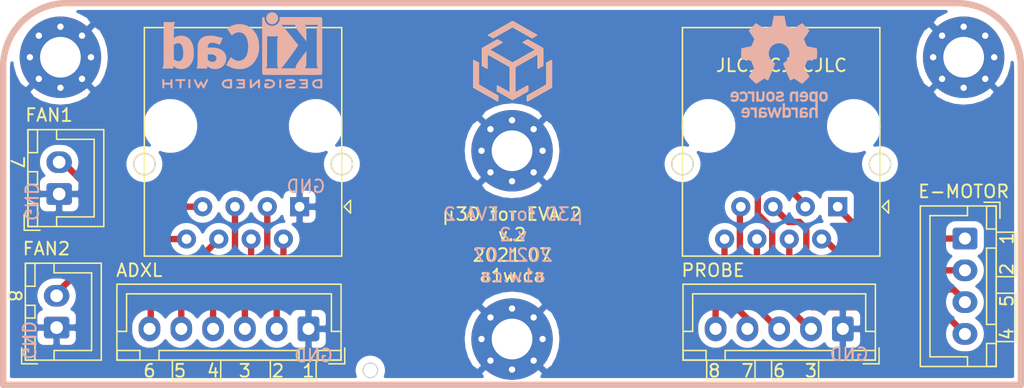
<source format=kicad_pcb>
(kicad_pcb (version 20171130) (host pcbnew 5.1.9+dfsg1-1~bpo10+1)

  (general
    (thickness 1.6)
    (drawings 72)
    (tracks 51)
    (zones 0)
    (modules 15)
    (nets 17)
  )

  (page A4)
  (layers
    (0 F.Cu signal)
    (31 B.Cu signal)
    (32 B.Adhes user hide)
    (33 F.Adhes user hide)
    (34 B.Paste user hide)
    (35 F.Paste user hide)
    (36 B.SilkS user)
    (37 F.SilkS user)
    (38 B.Mask user hide)
    (39 F.Mask user hide)
    (40 Dwgs.User user hide)
    (41 Cmts.User user hide)
    (42 Eco1.User user hide)
    (43 Eco2.User user hide)
    (44 Edge.Cuts user)
    (45 Margin user hide)
    (46 B.CrtYd user hide)
    (47 F.CrtYd user hide)
    (48 B.Fab user hide)
    (49 F.Fab user hide)
  )

  (setup
    (last_trace_width 0.25)
    (user_trace_width 0.5)
    (user_trace_width 1)
    (trace_clearance 0.2)
    (zone_clearance 0.508)
    (zone_45_only no)
    (trace_min 0.2)
    (via_size 0.8)
    (via_drill 0.4)
    (via_min_size 0.4)
    (via_min_drill 0.3)
    (uvia_size 0.3)
    (uvia_drill 0.1)
    (uvias_allowed no)
    (uvia_min_size 0.2)
    (uvia_min_drill 0.1)
    (edge_width 0.05)
    (segment_width 0.2)
    (pcb_text_width 0.3)
    (pcb_text_size 1.5 1.5)
    (mod_edge_width 0.12)
    (mod_text_size 1 1)
    (mod_text_width 0.15)
    (pad_size 1.524 1.524)
    (pad_drill 0.762)
    (pad_to_mask_clearance 0)
    (aux_axis_origin 30 84)
    (visible_elements FFFFFF7F)
    (pcbplotparams
      (layerselection 0x010fc_ffffffff)
      (usegerberextensions false)
      (usegerberattributes true)
      (usegerberadvancedattributes true)
      (creategerberjobfile true)
      (excludeedgelayer true)
      (linewidth 0.100000)
      (plotframeref false)
      (viasonmask false)
      (mode 1)
      (useauxorigin false)
      (hpglpennumber 1)
      (hpglpenspeed 20)
      (hpglpendiameter 15.000000)
      (psnegative false)
      (psa4output false)
      (plotreference true)
      (plotvalue true)
      (plotinvisibletext false)
      (padsonsilk false)
      (subtractmaskfromsilk false)
      (outputformat 1)
      (mirror false)
      (drillshape 0)
      (scaleselection 1)
      (outputdirectory "gerbers/"))
  )

  (net 0 "")
  (net 1 GND)
  (net 2 adxl-P1)
  (net 3 adxl-P2)
  (net 4 adxl-P3)
  (net 5 adxl-P4)
  (net 6 adxl-P5)
  (net 7 fan1-P1)
  (net 8 fan2-P1)
  (net 9 extruder-P1)
  (net 10 extruder-P2)
  (net 11 extruder-P3)
  (net 12 blt-P4)
  (net 13 blt-P3)
  (net 14 blt-P2)
  (net 15 blt-P1)
  (net 16 extruder-P4)

  (net_class Default "This is the default net class."
    (clearance 0.2)
    (trace_width 0.25)
    (via_dia 0.8)
    (via_drill 0.4)
    (uvia_dia 0.3)
    (uvia_drill 0.1)
    (add_net GND)
    (add_net adxl-P1)
    (add_net adxl-P2)
    (add_net adxl-P3)
    (add_net adxl-P4)
    (add_net adxl-P5)
    (add_net blt-P1)
    (add_net blt-P2)
    (add_net blt-P3)
    (add_net blt-P4)
    (add_net extruder-P1)
    (add_net extruder-P2)
    (add_net extruder-P3)
    (add_net extruder-P4)
    (add_net fan1-P1)
    (add_net fan2-P1)
  )

  (module hw-micro3d:on-prem-logo locked (layer B.Cu) (tedit 607263D5) (tstamp 60FD6794)
    (at 70.1 58.6 180)
    (fp_text reference G*** (at 0 0) (layer B.SilkS) hide
      (effects (font (size 1.524 1.524) (thickness 0.3)) (justify mirror))
    )
    (fp_text value LOGO (at 0.75 0) (layer B.SilkS) hide
      (effects (font (size 1.524 1.524) (thickness 0.3)) (justify mirror))
    )
    (fp_poly (pts (xy 3.04 -1.6) (xy 2.77 -1.77) (xy 2.77 -0.12) (xy 3.04 0.02)) (layer B.SilkS) (width 0.1))
    (fp_poly (pts (xy 3.05 -1.98) (xy 1.27 -3.01) (xy 1.25 -2.99) (xy 1.25 -2.7)
      (xy 1.7 -2.45) (xy 3.05 -1.63)) (layer B.SilkS) (width 0.1))
    (fp_poly (pts (xy -2.7 -0.13) (xy -2.7 -1.8) (xy -2.71 -1.81) (xy -2.97 -1.67)
      (xy -2.98 0.02)) (layer B.SilkS) (width 0.1))
    (fp_poly (pts (xy -1.18 -2.7) (xy -1.18 -3.01) (xy -2.98 -1.98) (xy -2.99 -1.69)) (layer B.SilkS) (width 0.1))
    (fp_poly (pts (xy 1.17 -2.28) (xy 0.21 -2.82) (xy 0.2 -2.82) (xy 0.2 -2.52)
      (xy 1.17 -1.98)) (layer B.SilkS) (width 0.1))
    (fp_poly (pts (xy -0.15 -2.51) (xy -0.14 -2.82) (xy -1.11 -2.28) (xy -1.11 -1.99)) (layer B.SilkS) (width 0.1))
    (fp_poly (pts (xy 2.36 0.81) (xy 2.05 0.68) (xy -0.13 -0.57) (xy -0.1 -0.37)
      (xy 0.04 -0.13) (xy 1.91 0.92) (xy 2.36 1.03)) (layer B.SilkS) (width 0.1))
    (fp_poly (pts (xy 0.03 -0.16) (xy -0.11 -0.38) (xy -1.98 0.69) (xy -1.98 0.93)
      (xy -1.89 0.94)) (layer B.SilkS) (width 0.1))
    (fp_poly (pts (xy -2.02 -0.43) (xy -2.29 -0.28) (xy -2.29 0.73) (xy -2.02 0.87)) (layer B.SilkS) (width 0.1))
    (fp_poly (pts (xy -0.89 1.52) (xy -2.29 0.73) (xy -2.3 1.02) (xy -1.16 1.67)) (layer B.SilkS) (width 0.1))
    (fp_poly (pts (xy 1.87 2.1) (xy 1.58 1.89) (xy 0.07 2.74) (xy -0.01 3.08)
      (xy 0.07 3.13)) (layer B.SilkS) (width 0.1))
    (fp_poly (pts (xy 0.04 2.79) (xy -1.51 1.9) (xy -1.77 2.07) (xy 0.03 3.14)) (layer B.SilkS) (width 0.1))
    (fp_line (start 2.055097 -0.497049) (end 2.392217 -0.305958) (layer B.SilkS) (width 0.1))
    (fp_line (start 2.392217 -0.305958) (end 2.392217 1.042803) (layer B.SilkS) (width 0.1))
    (fp_line (start 1.213227 -3.07098) (end 3.073557 -2.016615) (layer B.SilkS) (width 0.1))
    (fp_line (start 3.073557 0.080149) (end 2.736437 -0.110942) (layer B.SilkS) (width 0.1))
    (fp_line (start 0.202517 -2.489482) (end 0.202517 -0.401597) (layer B.SilkS) (width 0.1))
    (fp_line (start 0.034237 2.769446) (end 1.567837 1.900188) (layer B.SilkS) (width 0.1))
    (fp_line (start -1.82936 0.94118) (end -0.818753 1.513798) (layer B.SilkS) (width 0.1))
    (fp_line (start -0.818753 1.513798) (end -1.155963 1.704982) (layer B.SilkS) (width 0.1))
    (fp_line (start -2.668328 -1.825431) (end -2.668328 -0.111127) (layer B.SilkS) (width 0.1))
    (fp_line (start -0.134603 -0.401598) (end -0.134603 -2.489201) (layer B.SilkS) (width 0.1))
    (fp_line (start 2.055097 0.648562) (end 2.055097 -0.497049) (layer B.SilkS) (width 0.1))
    (fp_line (start -2.324197 1.042802) (end -2.324197 -0.306146) (layer B.SilkS) (width 0.1))
    (fp_line (start 2.736437 -0.110942) (end 2.736437 -1.825431) (layer B.SilkS) (width 0.1))
    (fp_line (start 1.213227 -2.298766) (end 1.213227 -1.91649) (layer B.SilkS) (width 0.1))
    (fp_line (start 3.073557 -2.016615) (end 3.073557 0.080149) (layer B.SilkS) (width 0.1))
    (fp_line (start -2.324197 -0.306146) (end -1.987077 -0.497237) (layer B.SilkS) (width 0.1))
    (fp_line (start 0.202517 -0.401597) (end 2.055097 0.648562) (layer B.SilkS) (width 0.1))
    (fp_line (start -1.145213 -2.688612) (end -2.668328 -1.825431) (layer B.SilkS) (width 0.1))
    (fp_line (start -1.145213 -3.070801) (end -1.145213 -2.688612) (layer B.SilkS) (width 0.1))
    (fp_line (start -3.005448 -2.016622) (end -1.145213 -3.070801) (layer B.SilkS) (width 0.1))
    (fp_line (start 1.213227 -1.91649) (end 0.202517 -2.489482) (layer B.SilkS) (width 0.1))
    (fp_line (start -2.668328 -0.111127) (end -3.005448 0.079861) (layer B.SilkS) (width 0.1))
    (fp_line (start 1.223887 1.70517) (end 0.886677 1.513986) (layer B.SilkS) (width 0.1))
    (fp_line (start 1.567837 1.900188) (end 1.904957 2.091277) (layer B.SilkS) (width 0.1))
    (fp_line (start -1.987077 0.648466) (end -0.134603 -0.401598) (layer B.SilkS) (width 0.1))
    (fp_line (start 1.904957 2.091277) (end 0.034237 3.151628) (layer B.SilkS) (width 0.1))
    (fp_line (start -3.005448 0.079861) (end -3.005448 -2.016622) (layer B.SilkS) (width 0.1))
    (fp_line (start 1.213227 -2.688705) (end 1.213227 -3.07098) (layer B.SilkS) (width 0.1))
    (fp_line (start -1.837214 2.091091) (end -1.5 1.9) (layer B.SilkS) (width 0.1))
    (fp_line (start 0.034057 -0.114962) (end -1.82936 0.94118) (layer B.SilkS) (width 0.1))
    (fp_line (start -1.145213 -2.29867) (end 0.034147 -2.967022) (layer B.SilkS) (width 0.1))
    (fp_line (start 1.897277 0.941274) (end 0.034057 -0.114962) (layer B.SilkS) (width 0.1))
    (fp_line (start 0.034237 3.151628) (end -1.837214 2.091091) (layer B.SilkS) (width 0.1))
    (fp_line (start -1.155963 1.704982) (end -2.324197 1.042802) (layer B.SilkS) (width 0.1))
    (fp_line (start 0.034147 -2.967022) (end 1.213227 -2.298766) (layer B.SilkS) (width 0.1))
    (fp_line (start -1.987077 -0.497237) (end -1.987077 0.648466) (layer B.SilkS) (width 0.1))
    (fp_line (start 2.736437 -1.825431) (end 1.213227 -2.688705) (layer B.SilkS) (width 0.1))
    (fp_line (start 2.392217 1.042803) (end 1.223887 1.70517) (layer B.SilkS) (width 0.1))
    (fp_line (start -1.145213 -1.91649) (end -1.145213 -2.29867) (layer B.SilkS) (width 0.1))
    (fp_line (start -0.134603 -2.489201) (end -1.145213 -1.91649) (layer B.SilkS) (width 0.1))
    (fp_line (start 0.886677 1.513986) (end 1.897277 0.941274) (layer B.SilkS) (width 0.1))
    (fp_line (start -1.5 1.9) (end 0.034237 2.769446) (layer B.SilkS) (width 0.1))
    (fp_poly (pts (xy 2.32 1.04) (xy 1.93 0.97) (xy 0.98 1.51) (xy 0.97 1.53)
      (xy 1.23 1.67)) (layer B.SilkS) (width 0.1))
    (fp_poly (pts (xy 2.36 -0.28) (xy 2.09 -0.43) (xy 2.08 0.66) (xy 2.35 0.77)) (layer B.SilkS) (width 0.1))
    (fp_poly (pts (xy 0.17 -2.84) (xy 0.02 -2.93) (xy -0.13 -2.83) (xy -0.11 -0.58)
      (xy 0.17 -0.45)) (layer B.SilkS) (width 0.1))
  )

  (module hw-micro3d:on-prem-logo locked (layer F.Cu) (tedit 607263D5) (tstamp 60FD6524)
    (at 70 58.6)
    (fp_text reference G*** (at 0 0) (layer F.SilkS) hide
      (effects (font (size 1.524 1.524) (thickness 0.3)))
    )
    (fp_text value LOGO (at 0.75 0) (layer F.SilkS) hide
      (effects (font (size 1.524 1.524) (thickness 0.3)))
    )
    (fp_poly (pts (xy 3.04 1.6) (xy 2.77 1.77) (xy 2.77 0.12) (xy 3.04 -0.02)) (layer F.SilkS) (width 0.1))
    (fp_poly (pts (xy 3.05 1.98) (xy 1.27 3.01) (xy 1.25 2.99) (xy 1.25 2.7)
      (xy 1.7 2.45) (xy 3.05 1.63)) (layer F.SilkS) (width 0.1))
    (fp_poly (pts (xy -2.7 0.13) (xy -2.7 1.8) (xy -2.71 1.81) (xy -2.97 1.67)
      (xy -2.98 -0.02)) (layer F.SilkS) (width 0.1))
    (fp_poly (pts (xy -1.18 2.7) (xy -1.18 3.01) (xy -2.98 1.98) (xy -2.99 1.69)) (layer F.SilkS) (width 0.1))
    (fp_poly (pts (xy 1.17 2.28) (xy 0.21 2.82) (xy 0.2 2.82) (xy 0.2 2.52)
      (xy 1.17 1.98)) (layer F.SilkS) (width 0.1))
    (fp_poly (pts (xy -0.15 2.51) (xy -0.14 2.82) (xy -1.11 2.28) (xy -1.11 1.99)) (layer F.SilkS) (width 0.1))
    (fp_poly (pts (xy 2.36 -0.81) (xy 2.05 -0.68) (xy -0.13 0.57) (xy -0.1 0.37)
      (xy 0.04 0.13) (xy 1.91 -0.92) (xy 2.36 -1.03)) (layer F.SilkS) (width 0.1))
    (fp_poly (pts (xy 0.03 0.16) (xy -0.11 0.38) (xy -1.98 -0.69) (xy -1.98 -0.93)
      (xy -1.89 -0.94)) (layer F.SilkS) (width 0.1))
    (fp_poly (pts (xy -2.02 0.43) (xy -2.29 0.28) (xy -2.29 -0.73) (xy -2.02 -0.87)) (layer F.SilkS) (width 0.1))
    (fp_poly (pts (xy -0.89 -1.52) (xy -2.29 -0.73) (xy -2.3 -1.02) (xy -1.16 -1.67)) (layer F.SilkS) (width 0.1))
    (fp_poly (pts (xy 1.87 -2.1) (xy 1.58 -1.89) (xy 0.07 -2.74) (xy -0.01 -3.08)
      (xy 0.07 -3.13)) (layer F.SilkS) (width 0.1))
    (fp_poly (pts (xy 0.04 -2.79) (xy -1.51 -1.9) (xy -1.77 -2.07) (xy 0.03 -3.14)) (layer F.SilkS) (width 0.1))
    (fp_line (start 2.055097 0.497049) (end 2.392217 0.305958) (layer F.SilkS) (width 0.1))
    (fp_line (start 2.392217 0.305958) (end 2.392217 -1.042803) (layer F.SilkS) (width 0.1))
    (fp_line (start 1.213227 3.07098) (end 3.073557 2.016615) (layer F.SilkS) (width 0.1))
    (fp_line (start 3.073557 -0.080149) (end 2.736437 0.110942) (layer F.SilkS) (width 0.1))
    (fp_line (start 0.202517 2.489482) (end 0.202517 0.401597) (layer F.SilkS) (width 0.1))
    (fp_line (start 0.034237 -2.769446) (end 1.567837 -1.900188) (layer F.SilkS) (width 0.1))
    (fp_line (start -1.82936 -0.94118) (end -0.818753 -1.513798) (layer F.SilkS) (width 0.1))
    (fp_line (start -0.818753 -1.513798) (end -1.155963 -1.704982) (layer F.SilkS) (width 0.1))
    (fp_line (start -2.668328 1.825431) (end -2.668328 0.111127) (layer F.SilkS) (width 0.1))
    (fp_line (start -0.134603 0.401598) (end -0.134603 2.489201) (layer F.SilkS) (width 0.1))
    (fp_line (start 2.055097 -0.648562) (end 2.055097 0.497049) (layer F.SilkS) (width 0.1))
    (fp_line (start -2.324197 -1.042802) (end -2.324197 0.306146) (layer F.SilkS) (width 0.1))
    (fp_line (start 2.736437 0.110942) (end 2.736437 1.825431) (layer F.SilkS) (width 0.1))
    (fp_line (start 1.213227 2.298766) (end 1.213227 1.91649) (layer F.SilkS) (width 0.1))
    (fp_line (start 3.073557 2.016615) (end 3.073557 -0.080149) (layer F.SilkS) (width 0.1))
    (fp_line (start -2.324197 0.306146) (end -1.987077 0.497237) (layer F.SilkS) (width 0.1))
    (fp_line (start 0.202517 0.401597) (end 2.055097 -0.648562) (layer F.SilkS) (width 0.1))
    (fp_line (start -1.145213 2.688612) (end -2.668328 1.825431) (layer F.SilkS) (width 0.1))
    (fp_line (start -1.145213 3.070801) (end -1.145213 2.688612) (layer F.SilkS) (width 0.1))
    (fp_line (start -3.005448 2.016622) (end -1.145213 3.070801) (layer F.SilkS) (width 0.1))
    (fp_line (start 1.213227 1.91649) (end 0.202517 2.489482) (layer F.SilkS) (width 0.1))
    (fp_line (start -2.668328 0.111127) (end -3.005448 -0.079861) (layer F.SilkS) (width 0.1))
    (fp_line (start 1.223887 -1.70517) (end 0.886677 -1.513986) (layer F.SilkS) (width 0.1))
    (fp_line (start 1.567837 -1.900188) (end 1.904957 -2.091277) (layer F.SilkS) (width 0.1))
    (fp_line (start -1.987077 -0.648466) (end -0.134603 0.401598) (layer F.SilkS) (width 0.1))
    (fp_line (start 1.904957 -2.091277) (end 0.034237 -3.151628) (layer F.SilkS) (width 0.1))
    (fp_line (start -3.005448 -0.079861) (end -3.005448 2.016622) (layer F.SilkS) (width 0.1))
    (fp_line (start 1.213227 2.688705) (end 1.213227 3.07098) (layer F.SilkS) (width 0.1))
    (fp_line (start -1.837214 -2.091091) (end -1.5 -1.9) (layer F.SilkS) (width 0.1))
    (fp_line (start 0.034057 0.114962) (end -1.82936 -0.94118) (layer F.SilkS) (width 0.1))
    (fp_line (start -1.145213 2.29867) (end 0.034147 2.967022) (layer F.SilkS) (width 0.1))
    (fp_line (start 1.897277 -0.941274) (end 0.034057 0.114962) (layer F.SilkS) (width 0.1))
    (fp_line (start 0.034237 -3.151628) (end -1.837214 -2.091091) (layer F.SilkS) (width 0.1))
    (fp_line (start -1.155963 -1.704982) (end -2.324197 -1.042802) (layer F.SilkS) (width 0.1))
    (fp_line (start 0.034147 2.967022) (end 1.213227 2.298766) (layer F.SilkS) (width 0.1))
    (fp_line (start -1.987077 0.497237) (end -1.987077 -0.648466) (layer F.SilkS) (width 0.1))
    (fp_line (start 2.736437 1.825431) (end 1.213227 2.688705) (layer F.SilkS) (width 0.1))
    (fp_line (start 2.392217 -1.042803) (end 1.223887 -1.70517) (layer F.SilkS) (width 0.1))
    (fp_line (start -1.145213 1.91649) (end -1.145213 2.29867) (layer F.SilkS) (width 0.1))
    (fp_line (start -0.134603 2.489201) (end -1.145213 1.91649) (layer F.SilkS) (width 0.1))
    (fp_line (start 0.886677 -1.513986) (end 1.897277 -0.941274) (layer F.SilkS) (width 0.1))
    (fp_line (start -1.5 -1.9) (end 0.034237 -2.769446) (layer F.SilkS) (width 0.1))
    (fp_poly (pts (xy 2.32 -1.04) (xy 1.93 -0.97) (xy 0.98 -1.51) (xy 0.97 -1.53)
      (xy 1.23 -1.67)) (layer F.SilkS) (width 0.1))
    (fp_poly (pts (xy 2.36 0.28) (xy 2.09 0.43) (xy 2.08 -0.66) (xy 2.35 -0.77)) (layer F.SilkS) (width 0.1))
    (fp_poly (pts (xy 0.17 2.84) (xy 0.02 2.93) (xy -0.13 2.83) (xy -0.11 0.58)
      (xy 0.17 0.45)) (layer F.SilkS) (width 0.1))
  )

  (module hw-micro3d:RJ45_Amphenol_54602-x08_Horizontal_v02 locked (layer F.Cu) (tedit 60FCEC81) (tstamp 60FAE93F)
    (at 95.6 70 180)
    (descr "8 Pol Shallow Latch Connector, Modjack, RJ45 (https://cdn.amphenol-icc.com/media/wysiwyg/files/drawing/c-bmj-0102.pdf)")
    (tags RJ45)
    (path /60F90CC9)
    (fp_text reference J6 (at 4.445 -5) (layer F.CrtYd)
      (effects (font (size 1 1) (thickness 0.15)))
    )
    (fp_text value 8P8C (at 4.445 4) (layer F.Fab)
      (effects (font (size 1 1) (thickness 0.15)))
    )
    (fp_line (start 12.6 14.47) (end -3.71 14.47) (layer F.CrtYd) (width 0.05))
    (fp_line (start 12.6 14.47) (end 12.6 -4.27) (layer F.CrtYd) (width 0.05))
    (fp_line (start -3.71 -4.27) (end -3.71 14.47) (layer F.CrtYd) (width 0.05))
    (fp_line (start -3.71 -4.27) (end 12.6 -4.27) (layer F.CrtYd) (width 0.05))
    (fp_line (start -3.315 -3.88) (end -3.315 14.08) (layer F.SilkS) (width 0.12))
    (fp_line (start 12.205 -3.88) (end -3.315 -3.88) (layer F.SilkS) (width 0.12))
    (fp_line (start 12.205 -3.88) (end 12.205 14.08) (layer F.SilkS) (width 0.12))
    (fp_line (start -3.315 14.08) (end 12.205 14.08) (layer F.SilkS) (width 0.12))
    (fp_line (start -3.205 -2.77) (end -2.205 -3.77) (layer F.Fab) (width 0.12))
    (fp_line (start -2.205 -3.77) (end 12.095 -3.77) (layer F.Fab) (width 0.12))
    (fp_line (start 12.095 -3.77) (end 12.095 13.97) (layer F.Fab) (width 0.12))
    (fp_line (start 12.095 13.97) (end -3.205 13.97) (layer F.Fab) (width 0.12))
    (fp_line (start -3.205 13.97) (end -3.205 -2.77) (layer F.Fab) (width 0.12))
    (fp_line (start -3.5 0) (end -4 -0.5) (layer F.SilkS) (width 0.12))
    (fp_line (start -4 -0.5) (end -4 0.5) (layer F.SilkS) (width 0.12))
    (fp_line (start -4 0.5) (end -3.5 0) (layer F.SilkS) (width 0.12))
    (fp_circle (center -3.32 3.35) (end -2.481847 3.35) (layer F.SilkS) (width 0.15))
    (fp_circle (center 12.2 3.35) (end 13.038153 3.35) (layer F.SilkS) (width 0.15))
    (fp_text user %R (at 4.445 2) (layer F.Fab)
      (effects (font (size 1 1) (thickness 0.15)))
    )
    (pad "" np_thru_hole circle (at 10.16 6.35 180) (size 3.2 3.2) (drill 3.2) (layers *.Cu *.Mask))
    (pad "" np_thru_hole circle (at -1.27 6.35 180) (size 3.2 3.2) (drill 3.2) (layers *.Cu *.Mask))
    (pad 1 thru_hole rect (at 0 0 180) (size 1.5 1.5) (drill 0.76) (layers *.Cu *.Mask)
      (net 16 extruder-P4))
    (pad 2 thru_hole circle (at 1.27 -2.54 180) (size 1.5 1.5) (drill 0.76) (layers *.Cu *.Mask)
      (net 11 extruder-P3))
    (pad 3 thru_hole circle (at 2.54 0 180) (size 1.5 1.5) (drill 0.76) (layers *.Cu *.Mask)
      (net 12 blt-P4))
    (pad 4 thru_hole circle (at 3.81 -2.54 180) (size 1.5 1.5) (drill 0.76) (layers *.Cu *.Mask)
      (net 9 extruder-P1))
    (pad 5 thru_hole circle (at 5.08 0 180) (size 1.5 1.5) (drill 0.76) (layers *.Cu *.Mask)
      (net 10 extruder-P2))
    (pad 6 thru_hole circle (at 6.35 -2.54 180) (size 1.5 1.5) (drill 0.76) (layers *.Cu *.Mask)
      (net 13 blt-P3))
    (pad 7 thru_hole circle (at 7.62 0 180) (size 1.5 1.5) (drill 0.76) (layers *.Cu *.Mask)
      (net 14 blt-P2))
    (pad 8 thru_hole circle (at 8.89 -2.54 180) (size 1.5 1.5) (drill 0.76) (layers *.Cu *.Mask)
      (net 15 blt-P1))
    (model ${KISYS3DMOD}/Connector_RJ.3dshapes/RJ45_Amphenol_54602-x08_Horizontal.wrl
      (at (xyz 0 0 0))
      (scale (xyz 1 1 1))
      (rotate (xyz 0 0 0))
    )
  )

  (module hw-micro3d:RJ45_Amphenol_54602-x08_Horizontal_v02 locked (layer F.Cu) (tedit 60FCEC81) (tstamp 60FB0791)
    (at 53.3 70 180)
    (descr "8 Pol Shallow Latch Connector, Modjack, RJ45 (https://cdn.amphenol-icc.com/media/wysiwyg/files/drawing/c-bmj-0102.pdf)")
    (tags RJ45)
    (path /60F903EA)
    (fp_text reference J3 (at 4.445 -5) (layer F.CrtYd)
      (effects (font (size 1 1) (thickness 0.15)))
    )
    (fp_text value 8P8C (at 4.445 4) (layer F.Fab)
      (effects (font (size 1 1) (thickness 0.15)))
    )
    (fp_line (start 12.6 14.47) (end -3.71 14.47) (layer F.CrtYd) (width 0.05))
    (fp_line (start 12.6 14.47) (end 12.6 -4.27) (layer F.CrtYd) (width 0.05))
    (fp_line (start -3.71 -4.27) (end -3.71 14.47) (layer F.CrtYd) (width 0.05))
    (fp_line (start -3.71 -4.27) (end 12.6 -4.27) (layer F.CrtYd) (width 0.05))
    (fp_line (start -3.315 -3.88) (end -3.315 14.08) (layer F.SilkS) (width 0.12))
    (fp_line (start 12.205 -3.88) (end -3.315 -3.88) (layer F.SilkS) (width 0.12))
    (fp_line (start 12.205 -3.88) (end 12.205 14.08) (layer F.SilkS) (width 0.12))
    (fp_line (start -3.315 14.08) (end 12.205 14.08) (layer F.SilkS) (width 0.12))
    (fp_line (start -3.205 -2.77) (end -2.205 -3.77) (layer F.Fab) (width 0.12))
    (fp_line (start -2.205 -3.77) (end 12.095 -3.77) (layer F.Fab) (width 0.12))
    (fp_line (start 12.095 -3.77) (end 12.095 13.97) (layer F.Fab) (width 0.12))
    (fp_line (start 12.095 13.97) (end -3.205 13.97) (layer F.Fab) (width 0.12))
    (fp_line (start -3.205 13.97) (end -3.205 -2.77) (layer F.Fab) (width 0.12))
    (fp_line (start -3.5 0) (end -4 -0.5) (layer F.SilkS) (width 0.12))
    (fp_line (start -4 -0.5) (end -4 0.5) (layer F.SilkS) (width 0.12))
    (fp_line (start -4 0.5) (end -3.5 0) (layer F.SilkS) (width 0.12))
    (fp_circle (center -3.32 3.35) (end -2.481847 3.35) (layer F.SilkS) (width 0.15))
    (fp_circle (center 12.2 3.35) (end 13.038153 3.35) (layer F.SilkS) (width 0.15))
    (fp_text user %R (at 4.445 2) (layer F.Fab)
      (effects (font (size 1 1) (thickness 0.15)))
    )
    (pad "" np_thru_hole circle (at 10.16 6.35 180) (size 3.2 3.2) (drill 3.2) (layers *.Cu *.Mask))
    (pad "" np_thru_hole circle (at -1.27 6.35 180) (size 3.2 3.2) (drill 3.2) (layers *.Cu *.Mask))
    (pad 1 thru_hole rect (at 0 0 180) (size 1.5 1.5) (drill 0.76) (layers *.Cu *.Mask)
      (net 1 GND))
    (pad 2 thru_hole circle (at 1.27 -2.54 180) (size 1.5 1.5) (drill 0.76) (layers *.Cu *.Mask)
      (net 6 adxl-P5))
    (pad 3 thru_hole circle (at 2.54 0 180) (size 1.5 1.5) (drill 0.76) (layers *.Cu *.Mask)
      (net 5 adxl-P4))
    (pad 4 thru_hole circle (at 3.81 -2.54 180) (size 1.5 1.5) (drill 0.76) (layers *.Cu *.Mask)
      (net 4 adxl-P3))
    (pad 5 thru_hole circle (at 5.08 0 180) (size 1.5 1.5) (drill 0.76) (layers *.Cu *.Mask)
      (net 3 adxl-P2))
    (pad 6 thru_hole circle (at 6.35 -2.54 180) (size 1.5 1.5) (drill 0.76) (layers *.Cu *.Mask)
      (net 2 adxl-P1))
    (pad 7 thru_hole circle (at 7.62 0 180) (size 1.5 1.5) (drill 0.76) (layers *.Cu *.Mask)
      (net 7 fan1-P1))
    (pad 8 thru_hole circle (at 8.89 -2.54 180) (size 1.5 1.5) (drill 0.76) (layers *.Cu *.Mask)
      (net 8 fan2-P1))
    (model ${KISYS3DMOD}/Connector_RJ.3dshapes/RJ45_Amphenol_54602-x08_Horizontal.wrl
      (at (xyz 0 0 0))
      (scale (xyz 1 1 1))
      (rotate (xyz 0 0 0))
    )
  )

  (module MountingHole:MountingHole_3.2mm_M3_Pad_Via (layer F.Cu) (tedit 56DDBCCA) (tstamp 60FD8CA0)
    (at 105.5 58.25)
    (descr "Mounting Hole 3.2mm, M3")
    (tags "mounting hole 3.2mm m3")
    (path /60FDE7D4)
    (attr virtual)
    (fp_text reference H4 (at 0 -4.2) (layer F.Fab)
      (effects (font (size 1 1) (thickness 0.15)))
    )
    (fp_text value MountingHole_Pad (at 0 4.2) (layer F.Fab)
      (effects (font (size 1 1) (thickness 0.15)))
    )
    (fp_circle (center 0 0) (end 3.45 0) (layer F.CrtYd) (width 0.05))
    (fp_circle (center 0 0) (end 3.2 0) (layer Cmts.User) (width 0.15))
    (fp_text user %R (at 0.3 0) (layer F.Fab)
      (effects (font (size 1 1) (thickness 0.15)))
    )
    (pad 1 thru_hole circle (at 1.697056 -1.697056) (size 0.8 0.8) (drill 0.5) (layers *.Cu *.Mask)
      (net 1 GND))
    (pad 1 thru_hole circle (at 0 -2.4) (size 0.8 0.8) (drill 0.5) (layers *.Cu *.Mask)
      (net 1 GND))
    (pad 1 thru_hole circle (at -1.697056 -1.697056) (size 0.8 0.8) (drill 0.5) (layers *.Cu *.Mask)
      (net 1 GND))
    (pad 1 thru_hole circle (at -2.4 0) (size 0.8 0.8) (drill 0.5) (layers *.Cu *.Mask)
      (net 1 GND))
    (pad 1 thru_hole circle (at -1.697056 1.697056) (size 0.8 0.8) (drill 0.5) (layers *.Cu *.Mask)
      (net 1 GND))
    (pad 1 thru_hole circle (at 0 2.4) (size 0.8 0.8) (drill 0.5) (layers *.Cu *.Mask)
      (net 1 GND))
    (pad 1 thru_hole circle (at 1.697056 1.697056) (size 0.8 0.8) (drill 0.5) (layers *.Cu *.Mask)
      (net 1 GND))
    (pad 1 thru_hole circle (at 2.4 0) (size 0.8 0.8) (drill 0.5) (layers *.Cu *.Mask)
      (net 1 GND))
    (pad 1 thru_hole circle (at 0 0) (size 6.4 6.4) (drill 3.2) (layers *.Cu *.Mask)
      (net 1 GND))
  )

  (module MountingHole:MountingHole_3.2mm_M3_Pad_Via (layer F.Cu) (tedit 56DDBCCA) (tstamp 60FD8C90)
    (at 34.5 58.25)
    (descr "Mounting Hole 3.2mm, M3")
    (tags "mounting hole 3.2mm m3")
    (path /60FDE472)
    (attr virtual)
    (fp_text reference H3 (at 0 -4.2) (layer F.Fab)
      (effects (font (size 1 1) (thickness 0.15)))
    )
    (fp_text value MountingHole_Pad (at 0 4.2) (layer F.Fab)
      (effects (font (size 1 1) (thickness 0.15)))
    )
    (fp_circle (center 0 0) (end 3.45 0) (layer F.CrtYd) (width 0.05))
    (fp_circle (center 0 0) (end 3.2 0) (layer Cmts.User) (width 0.15))
    (fp_text user %R (at 0.3 0) (layer F.Fab)
      (effects (font (size 1 1) (thickness 0.15)))
    )
    (pad 1 thru_hole circle (at 1.697056 -1.697056) (size 0.8 0.8) (drill 0.5) (layers *.Cu *.Mask)
      (net 1 GND))
    (pad 1 thru_hole circle (at 0 -2.4) (size 0.8 0.8) (drill 0.5) (layers *.Cu *.Mask)
      (net 1 GND))
    (pad 1 thru_hole circle (at -1.697056 -1.697056) (size 0.8 0.8) (drill 0.5) (layers *.Cu *.Mask)
      (net 1 GND))
    (pad 1 thru_hole circle (at -2.4 0) (size 0.8 0.8) (drill 0.5) (layers *.Cu *.Mask)
      (net 1 GND))
    (pad 1 thru_hole circle (at -1.697056 1.697056) (size 0.8 0.8) (drill 0.5) (layers *.Cu *.Mask)
      (net 1 GND))
    (pad 1 thru_hole circle (at 0 2.4) (size 0.8 0.8) (drill 0.5) (layers *.Cu *.Mask)
      (net 1 GND))
    (pad 1 thru_hole circle (at 1.697056 1.697056) (size 0.8 0.8) (drill 0.5) (layers *.Cu *.Mask)
      (net 1 GND))
    (pad 1 thru_hole circle (at 2.4 0) (size 0.8 0.8) (drill 0.5) (layers *.Cu *.Mask)
      (net 1 GND))
    (pad 1 thru_hole circle (at 0 0) (size 6.4 6.4) (drill 3.2) (layers *.Cu *.Mask)
      (net 1 GND))
  )

  (module MountingHole:MountingHole_3.2mm_M3_Pad_Via locked (layer F.Cu) (tedit 56DDBCCA) (tstamp 60FAE1F9)
    (at 70 80.4)
    (descr "Mounting Hole 3.2mm, M3")
    (tags "mounting hole 3.2mm m3")
    (path /61044D2D)
    (attr virtual)
    (fp_text reference H2 (at 0 -4.2) (layer F.Fab)
      (effects (font (size 1 1) (thickness 0.15)))
    )
    (fp_text value MountingHole_Pad (at 0 4.2) (layer F.Fab)
      (effects (font (size 1 1) (thickness 0.15)))
    )
    (fp_circle (center 0 0) (end 3.45 0) (layer F.CrtYd) (width 0.05))
    (fp_circle (center 0 0) (end 3.2 0) (layer Cmts.User) (width 0.15))
    (fp_text user %R (at 0.3 0) (layer F.Fab)
      (effects (font (size 1 1) (thickness 0.15)))
    )
    (pad 1 thru_hole circle (at 1.697056 -1.697056) (size 0.8 0.8) (drill 0.5) (layers *.Cu *.Mask)
      (net 1 GND))
    (pad 1 thru_hole circle (at 0 -2.4) (size 0.8 0.8) (drill 0.5) (layers *.Cu *.Mask)
      (net 1 GND))
    (pad 1 thru_hole circle (at -1.697056 -1.697056) (size 0.8 0.8) (drill 0.5) (layers *.Cu *.Mask)
      (net 1 GND))
    (pad 1 thru_hole circle (at -2.4 0) (size 0.8 0.8) (drill 0.5) (layers *.Cu *.Mask)
      (net 1 GND))
    (pad 1 thru_hole circle (at -1.697056 1.697056) (size 0.8 0.8) (drill 0.5) (layers *.Cu *.Mask)
      (net 1 GND))
    (pad 1 thru_hole circle (at 0 2.4) (size 0.8 0.8) (drill 0.5) (layers *.Cu *.Mask)
      (net 1 GND))
    (pad 1 thru_hole circle (at 1.697056 1.697056) (size 0.8 0.8) (drill 0.5) (layers *.Cu *.Mask)
      (net 1 GND))
    (pad 1 thru_hole circle (at 2.4 0) (size 0.8 0.8) (drill 0.5) (layers *.Cu *.Mask)
      (net 1 GND))
    (pad 1 thru_hole circle (at 0 0) (size 6.4 6.4) (drill 3.2) (layers *.Cu *.Mask)
      (net 1 GND))
  )

  (module MountingHole:MountingHole_3.2mm_M3_Pad_Via locked (layer F.Cu) (tedit 56DDBCCA) (tstamp 60FAE2B0)
    (at 70 65.6)
    (descr "Mounting Hole 3.2mm, M3")
    (tags "mounting hole 3.2mm m3")
    (path /61045123)
    (attr virtual)
    (fp_text reference H1 (at 0 -4.2) (layer F.Fab)
      (effects (font (size 1 1) (thickness 0.15)))
    )
    (fp_text value MountingHole_Pad (at 0 4.2) (layer F.Fab)
      (effects (font (size 1 1) (thickness 0.15)))
    )
    (fp_circle (center 0 0) (end 3.45 0) (layer F.CrtYd) (width 0.05))
    (fp_circle (center 0 0) (end 3.2 0) (layer Cmts.User) (width 0.15))
    (fp_text user %R (at 0.3 0) (layer F.Fab)
      (effects (font (size 1 1) (thickness 0.15)))
    )
    (pad 1 thru_hole circle (at 1.697056 -1.697056) (size 0.8 0.8) (drill 0.5) (layers *.Cu *.Mask)
      (net 1 GND))
    (pad 1 thru_hole circle (at 0 -2.4) (size 0.8 0.8) (drill 0.5) (layers *.Cu *.Mask)
      (net 1 GND))
    (pad 1 thru_hole circle (at -1.697056 -1.697056) (size 0.8 0.8) (drill 0.5) (layers *.Cu *.Mask)
      (net 1 GND))
    (pad 1 thru_hole circle (at -2.4 0) (size 0.8 0.8) (drill 0.5) (layers *.Cu *.Mask)
      (net 1 GND))
    (pad 1 thru_hole circle (at -1.697056 1.697056) (size 0.8 0.8) (drill 0.5) (layers *.Cu *.Mask)
      (net 1 GND))
    (pad 1 thru_hole circle (at 0 2.4) (size 0.8 0.8) (drill 0.5) (layers *.Cu *.Mask)
      (net 1 GND))
    (pad 1 thru_hole circle (at 1.697056 1.697056) (size 0.8 0.8) (drill 0.5) (layers *.Cu *.Mask)
      (net 1 GND))
    (pad 1 thru_hole circle (at 2.4 0) (size 0.8 0.8) (drill 0.5) (layers *.Cu *.Mask)
      (net 1 GND))
    (pad 1 thru_hole circle (at 0 0) (size 6.4 6.4) (drill 3.2) (layers *.Cu *.Mask)
      (net 1 GND))
  )

  (module Symbol:OSHW-Logo_7.5x8mm_SilkScreen locked (layer B.Cu) (tedit 0) (tstamp 60FD82BE)
    (at 91 59 180)
    (descr "Open Source Hardware Logo")
    (tags "Logo OSHW")
    (attr virtual)
    (fp_text reference REF** (at 0 0) (layer B.SilkS) hide
      (effects (font (size 1 1) (thickness 0.15)) (justify mirror))
    )
    (fp_text value OSHW-Logo_7.5x8mm_SilkScreen (at 0.75 0) (layer B.Fab) hide
      (effects (font (size 1 1) (thickness 0.15)) (justify mirror))
    )
    (fp_poly (pts (xy 0.500964 3.601424) (xy 0.576513 3.200678) (xy 1.134041 2.970846) (xy 1.468465 3.198252)
      (xy 1.562122 3.261569) (xy 1.646782 3.318104) (xy 1.718495 3.365273) (xy 1.773311 3.400498)
      (xy 1.80728 3.421195) (xy 1.81653 3.425658) (xy 1.833195 3.41418) (xy 1.868806 3.382449)
      (xy 1.919371 3.334517) (xy 1.9809 3.274438) (xy 2.049399 3.206267) (xy 2.120879 3.134055)
      (xy 2.191347 3.061858) (xy 2.256811 2.993727) (xy 2.31328 2.933717) (xy 2.356763 2.885881)
      (xy 2.383268 2.854273) (xy 2.389605 2.843695) (xy 2.380486 2.824194) (xy 2.35492 2.781469)
      (xy 2.315597 2.719702) (xy 2.265203 2.643069) (xy 2.206427 2.555752) (xy 2.172368 2.505948)
      (xy 2.110289 2.415007) (xy 2.055126 2.332941) (xy 2.009554 2.263837) (xy 1.97625 2.211778)
      (xy 1.95789 2.18085) (xy 1.955131 2.17435) (xy 1.961385 2.155879) (xy 1.978434 2.112828)
      (xy 2.003703 2.051251) (xy 2.034622 1.977201) (xy 2.068618 1.89673) (xy 2.103118 1.815893)
      (xy 2.135551 1.740742) (xy 2.163343 1.677329) (xy 2.183923 1.631707) (xy 2.194719 1.609931)
      (xy 2.195356 1.609074) (xy 2.212307 1.604916) (xy 2.257451 1.595639) (xy 2.32611 1.582156)
      (xy 2.413602 1.565379) (xy 2.51525 1.546219) (xy 2.574556 1.53517) (xy 2.683172 1.51449)
      (xy 2.781277 1.494811) (xy 2.863909 1.477211) (xy 2.926104 1.462767) (xy 2.962899 1.452554)
      (xy 2.970296 1.449314) (xy 2.97754 1.427383) (xy 2.983385 1.377853) (xy 2.987835 1.306515)
      (xy 2.990893 1.219161) (xy 2.992565 1.121583) (xy 2.992853 1.019574) (xy 2.991761 0.918925)
      (xy 2.989294 0.825428) (xy 2.985456 0.744875) (xy 2.98025 0.683058) (xy 2.973681 0.64577)
      (xy 2.969741 0.638007) (xy 2.946188 0.628702) (xy 2.896282 0.6154) (xy 2.826623 0.599663)
      (xy 2.743813 0.583054) (xy 2.714905 0.577681) (xy 2.575531 0.552152) (xy 2.465436 0.531592)
      (xy 2.380982 0.515185) (xy 2.31853 0.502113) (xy 2.274444 0.491559) (xy 2.245085 0.482706)
      (xy 2.226815 0.474737) (xy 2.215998 0.466835) (xy 2.214485 0.465273) (xy 2.199377 0.440114)
      (xy 2.176329 0.39115) (xy 2.147644 0.324379) (xy 2.115622 0.245795) (xy 2.082565 0.161393)
      (xy 2.050773 0.07717) (xy 2.022549 -0.000879) (xy 2.000193 -0.066759) (xy 1.986007 -0.114473)
      (xy 1.982293 -0.138027) (xy 1.982602 -0.138852) (xy 1.995189 -0.158104) (xy 2.023744 -0.200463)
      (xy 2.065267 -0.261521) (xy 2.116756 -0.336868) (xy 2.175211 -0.422096) (xy 2.191858 -0.446315)
      (xy 2.251215 -0.534123) (xy 2.303447 -0.614238) (xy 2.345708 -0.682062) (xy 2.375153 -0.732993)
      (xy 2.388937 -0.762431) (xy 2.389605 -0.766048) (xy 2.378024 -0.785057) (xy 2.346024 -0.822714)
      (xy 2.297718 -0.874973) (xy 2.23722 -0.937786) (xy 2.168644 -1.007106) (xy 2.096104 -1.078885)
      (xy 2.023712 -1.149077) (xy 1.955584 -1.213635) (xy 1.895832 -1.26851) (xy 1.848571 -1.309656)
      (xy 1.817913 -1.333026) (xy 1.809432 -1.336842) (xy 1.789691 -1.327855) (xy 1.749274 -1.303616)
      (xy 1.694763 -1.268209) (xy 1.652823 -1.239711) (xy 1.576829 -1.187418) (xy 1.486834 -1.125845)
      (xy 1.396564 -1.06437) (xy 1.348032 -1.031469) (xy 1.183762 -0.920359) (xy 1.045869 -0.994916)
      (xy 0.983049 -1.027578) (xy 0.929629 -1.052966) (xy 0.893484 -1.067446) (xy 0.884284 -1.06946)
      (xy 0.873221 -1.054584) (xy 0.851394 -1.012547) (xy 0.820434 -0.947227) (xy 0.78197 -0.8625)
      (xy 0.737632 -0.762245) (xy 0.689047 -0.650339) (xy 0.637846 -0.530659) (xy 0.585659 -0.407084)
      (xy 0.534113 -0.283491) (xy 0.48484 -0.163757) (xy 0.439467 -0.051759) (xy 0.399625 0.048623)
      (xy 0.366942 0.133514) (xy 0.343049 0.199035) (xy 0.329574 0.24131) (xy 0.327406 0.255828)
      (xy 0.344583 0.274347) (xy 0.38219 0.30441) (xy 0.432366 0.339768) (xy 0.436578 0.342566)
      (xy 0.566264 0.446375) (xy 0.670834 0.567485) (xy 0.749381 0.702024) (xy 0.800999 0.846118)
      (xy 0.824782 0.995895) (xy 0.819823 1.147483) (xy 0.785217 1.297008) (xy 0.720057 1.4406)
      (xy 0.700886 1.472016) (xy 0.601174 1.598875) (xy 0.483377 1.700745) (xy 0.351571 1.777096)
      (xy 0.209833 1.827398) (xy 0.062242 1.851121) (xy -0.087127 1.847735) (xy -0.234197 1.816712)
      (xy -0.374889 1.75752) (xy -0.505127 1.669631) (xy -0.545414 1.633958) (xy -0.647945 1.522294)
      (xy -0.722659 1.404743) (xy -0.77391 1.27298) (xy -0.802454 1.142493) (xy -0.8095 0.995784)
      (xy -0.786004 0.848347) (xy -0.734351 0.705166) (xy -0.656929 0.571223) (xy -0.556125 0.451502)
      (xy -0.434324 0.350986) (xy -0.418316 0.340391) (xy -0.367602 0.305694) (xy -0.32905 0.27563)
      (xy -0.310619 0.256435) (xy -0.310351 0.255828) (xy -0.314308 0.235064) (xy -0.329993 0.187938)
      (xy -0.355778 0.118327) (xy -0.390031 0.030107) (xy -0.431123 -0.072844) (xy -0.477424 -0.18665)
      (xy -0.527304 -0.307435) (xy -0.579133 -0.431321) (xy -0.631281 -0.554432) (xy -0.682118 -0.672891)
      (xy -0.730013 -0.782823) (xy -0.773338 -0.880349) (xy -0.810462 -0.961593) (xy -0.839756 -1.022679)
      (xy -0.859588 -1.05973) (xy -0.867574 -1.06946) (xy -0.891979 -1.061883) (xy -0.937642 -1.04156)
      (xy -0.99669 -1.012125) (xy -1.02916 -0.994916) (xy -1.167053 -0.920359) (xy -1.331323 -1.031469)
      (xy -1.415179 -1.08839) (xy -1.506987 -1.15103) (xy -1.59302 -1.210011) (xy -1.636113 -1.239711)
      (xy -1.696723 -1.28041) (xy -1.748045 -1.312663) (xy -1.783385 -1.332384) (xy -1.794863 -1.336554)
      (xy -1.81157 -1.325307) (xy -1.848546 -1.293911) (xy -1.902205 -1.245624) (xy -1.968962 -1.183708)
      (xy -2.045234 -1.111421) (xy -2.093473 -1.065008) (xy -2.177867 -0.982087) (xy -2.250803 -0.90792)
      (xy -2.309331 -0.84568) (xy -2.350503 -0.798541) (xy -2.371372 -0.769673) (xy -2.373374 -0.763815)
      (xy -2.364083 -0.741532) (xy -2.338409 -0.696477) (xy -2.2992 -0.633211) (xy -2.249303 -0.556295)
      (xy -2.191567 -0.470292) (xy -2.175149 -0.446315) (xy -2.115323 -0.35917) (xy -2.06165 -0.28071)
      (xy -2.01713 -0.215345) (xy -1.984765 -0.167484) (xy -1.967555 -0.141535) (xy -1.965893 -0.138852)
      (xy -1.968379 -0.118172) (xy -1.981577 -0.072704) (xy -2.003186 -0.008444) (xy -2.030904 0.068613)
      (xy -2.06243 0.152471) (xy -2.095463 0.237134) (xy -2.127701 0.316608) (xy -2.156843 0.384896)
      (xy -2.180588 0.436003) (xy -2.196635 0.463933) (xy -2.197775 0.465273) (xy -2.207588 0.473255)
      (xy -2.224161 0.481149) (xy -2.251132 0.489771) (xy -2.292139 0.499938) (xy -2.35082 0.512469)
      (xy -2.430813 0.528179) (xy -2.535755 0.547887) (xy -2.669285 0.572408) (xy -2.698196 0.577681)
      (xy -2.783882 0.594236) (xy -2.858582 0.610431) (xy -2.915694 0.624704) (xy -2.948617 0.635492)
      (xy -2.953031 0.638007) (xy -2.960306 0.660304) (xy -2.966219 0.710131) (xy -2.970766 0.781696)
      (xy -2.973945 0.869207) (xy -2.975749 0.966872) (xy -2.976177 1.068899) (xy -2.975223 1.169497)
      (xy -2.972884 1.262873) (xy -2.969156 1.343235) (xy -2.964034 1.404791) (xy -2.957516 1.44175)
      (xy -2.953586 1.449314) (xy -2.931708 1.456944) (xy -2.881891 1.469358) (xy -2.809097 1.485478)
      (xy -2.718289 1.504227) (xy -2.614431 1.524529) (xy -2.557846 1.53517) (xy -2.450486 1.55524)
      (xy -2.354746 1.57342) (xy -2.275306 1.588801) (xy -2.216846 1.600469) (xy -2.184045 1.607512)
      (xy -2.178646 1.609074) (xy -2.169522 1.626678) (xy -2.150235 1.669082) (xy -2.123355 1.730228)
      (xy -2.091454 1.804057) (xy -2.057102 1.884511) (xy -2.022871 1.965532) (xy -1.991331 2.041063)
      (xy -1.965054 2.105045) (xy -1.946611 2.15142) (xy -1.938571 2.174131) (xy -1.938422 2.175124)
      (xy -1.947535 2.193039) (xy -1.973086 2.234267) (xy -2.012388 2.294709) (xy -2.062757 2.370269)
      (xy -2.121506 2.456848) (xy -2.155658 2.506579) (xy -2.21789 2.597764) (xy -2.273164 2.680551)
      (xy -2.318782 2.750751) (xy -2.352048 2.804176) (xy -2.370264 2.836639) (xy -2.372895 2.843917)
      (xy -2.361586 2.860855) (xy -2.330319 2.897022) (xy -2.28309 2.948365) (xy -2.223892 3.010833)
      (xy -2.156719 3.080374) (xy -2.085566 3.152935) (xy -2.014426 3.224465) (xy -1.947293 3.290913)
      (xy -1.888161 3.348226) (xy -1.841025 3.392353) (xy -1.809877 3.419241) (xy -1.799457 3.425658)
      (xy -1.782491 3.416635) (xy -1.741911 3.391285) (xy -1.681663 3.35219) (xy -1.605693 3.301929)
      (xy -1.517946 3.243083) (xy -1.451756 3.198252) (xy -1.117332 2.970846) (xy -0.838567 3.085762)
      (xy -0.559803 3.200678) (xy -0.484254 3.601424) (xy -0.408706 4.002171) (xy 0.425415 4.002171)
      (xy 0.500964 3.601424)) (layer B.SilkS) (width 0.01))
    (fp_poly (pts (xy 2.391388 -1.937645) (xy 2.448865 -1.955206) (xy 2.485872 -1.977395) (xy 2.497927 -1.994942)
      (xy 2.494609 -2.015742) (xy 2.473079 -2.048419) (xy 2.454874 -2.071562) (xy 2.417344 -2.113402)
      (xy 2.389148 -2.131005) (xy 2.365111 -2.129856) (xy 2.293808 -2.11171) (xy 2.241442 -2.112534)
      (xy 2.198918 -2.133098) (xy 2.184642 -2.145134) (xy 2.138947 -2.187483) (xy 2.138947 -2.740526)
      (xy 1.955131 -2.740526) (xy 1.955131 -1.938421) (xy 2.047039 -1.938421) (xy 2.102219 -1.940603)
      (xy 2.130688 -1.948351) (xy 2.138943 -1.963468) (xy 2.138947 -1.963916) (xy 2.142845 -1.979749)
      (xy 2.160474 -1.977684) (xy 2.184901 -1.966261) (xy 2.23535 -1.945005) (xy 2.276316 -1.932216)
      (xy 2.329028 -1.928938) (xy 2.391388 -1.937645)) (layer B.SilkS) (width 0.01))
    (fp_poly (pts (xy -1.002043 -1.952226) (xy -0.960454 -1.97209) (xy -0.920175 -2.000784) (xy -0.88949 -2.033809)
      (xy -0.867139 -2.075931) (xy -0.851864 -2.131915) (xy -0.842408 -2.206528) (xy -0.837513 -2.304535)
      (xy -0.835919 -2.430702) (xy -0.835894 -2.443914) (xy -0.835527 -2.740526) (xy -1.019343 -2.740526)
      (xy -1.019343 -2.467081) (xy -1.019473 -2.365777) (xy -1.020379 -2.292353) (xy -1.022827 -2.241271)
      (xy -1.027586 -2.20699) (xy -1.035426 -2.183971) (xy -1.047115 -2.166673) (xy -1.063398 -2.149581)
      (xy -1.120366 -2.112857) (xy -1.182555 -2.106042) (xy -1.241801 -2.129261) (xy -1.262405 -2.146543)
      (xy -1.27753 -2.162791) (xy -1.28839 -2.180191) (xy -1.29569 -2.204212) (xy -1.300137 -2.240322)
      (xy -1.302436 -2.293988) (xy -1.303296 -2.37068) (xy -1.303422 -2.464043) (xy -1.303422 -2.740526)
      (xy -1.487237 -2.740526) (xy -1.487237 -1.938421) (xy -1.395329 -1.938421) (xy -1.340149 -1.940603)
      (xy -1.31168 -1.948351) (xy -1.303425 -1.963468) (xy -1.303422 -1.963916) (xy -1.299592 -1.97872)
      (xy -1.282699 -1.97704) (xy -1.249112 -1.960773) (xy -1.172937 -1.93684) (xy -1.0858 -1.934178)
      (xy -1.002043 -1.952226)) (layer B.SilkS) (width 0.01))
    (fp_poly (pts (xy 3.558784 -1.935554) (xy 3.601574 -1.945949) (xy 3.683609 -1.984013) (xy 3.753757 -2.042149)
      (xy 3.802305 -2.111852) (xy 3.808975 -2.127502) (xy 3.818124 -2.168496) (xy 3.824529 -2.229138)
      (xy 3.82671 -2.29043) (xy 3.82671 -2.406316) (xy 3.584407 -2.406316) (xy 3.484471 -2.406693)
      (xy 3.414069 -2.408987) (xy 3.369313 -2.414938) (xy 3.346315 -2.426285) (xy 3.341189 -2.444771)
      (xy 3.350048 -2.472136) (xy 3.365917 -2.504155) (xy 3.410184 -2.557592) (xy 3.471699 -2.584215)
      (xy 3.546885 -2.583347) (xy 3.632053 -2.554371) (xy 3.705659 -2.518611) (xy 3.766734 -2.566904)
      (xy 3.82781 -2.615197) (xy 3.770351 -2.668285) (xy 3.693641 -2.718445) (xy 3.599302 -2.748688)
      (xy 3.497827 -2.757151) (xy 3.399711 -2.741974) (xy 3.383881 -2.736824) (xy 3.297647 -2.691791)
      (xy 3.233501 -2.624652) (xy 3.190091 -2.533405) (xy 3.166064 -2.416044) (xy 3.165784 -2.413529)
      (xy 3.163633 -2.285627) (xy 3.172329 -2.239997) (xy 3.342105 -2.239997) (xy 3.357697 -2.247013)
      (xy 3.400029 -2.252388) (xy 3.462434 -2.255457) (xy 3.501981 -2.255921) (xy 3.575728 -2.25563)
      (xy 3.62184 -2.253783) (xy 3.6461 -2.248912) (xy 3.654294 -2.239555) (xy 3.652206 -2.224245)
      (xy 3.650455 -2.218322) (xy 3.62056 -2.162668) (xy 3.573542 -2.117815) (xy 3.532049 -2.098105)
      (xy 3.476926 -2.099295) (xy 3.421068 -2.123875) (xy 3.374212 -2.16457) (xy 3.346094 -2.214108)
      (xy 3.342105 -2.239997) (xy 3.172329 -2.239997) (xy 3.185074 -2.173133) (xy 3.227611 -2.078727)
      (xy 3.288747 -2.005088) (xy 3.365985 -1.954893) (xy 3.45683 -1.930822) (xy 3.558784 -1.935554)) (layer B.SilkS) (width 0.01))
    (fp_poly (pts (xy 2.946576 -1.945419) (xy 3.043395 -1.986549) (xy 3.07389 -2.006571) (xy 3.112865 -2.03734)
      (xy 3.137331 -2.061533) (xy 3.141578 -2.069413) (xy 3.129584 -2.086899) (xy 3.098887 -2.11657)
      (xy 3.074312 -2.137279) (xy 3.007046 -2.191336) (xy 2.95393 -2.146642) (xy 2.912884 -2.117789)
      (xy 2.872863 -2.107829) (xy 2.827059 -2.110261) (xy 2.754324 -2.128345) (xy 2.704256 -2.165881)
      (xy 2.673829 -2.226562) (xy 2.660017 -2.314081) (xy 2.660013 -2.314136) (xy 2.661208 -2.411958)
      (xy 2.679772 -2.48373) (xy 2.716804 -2.532595) (xy 2.74205 -2.549143) (xy 2.809097 -2.569749)
      (xy 2.880709 -2.569762) (xy 2.943015 -2.549768) (xy 2.957763 -2.54) (xy 2.99475 -2.515047)
      (xy 3.023668 -2.510958) (xy 3.054856 -2.52953) (xy 3.089336 -2.562887) (xy 3.143912 -2.619196)
      (xy 3.083318 -2.669142) (xy 2.989698 -2.725513) (xy 2.884125 -2.753293) (xy 2.773798 -2.751282)
      (xy 2.701343 -2.732862) (xy 2.616656 -2.68731) (xy 2.548927 -2.61565) (xy 2.518157 -2.565066)
      (xy 2.493236 -2.492488) (xy 2.480766 -2.400569) (xy 2.48067 -2.300948) (xy 2.49287 -2.205267)
      (xy 2.51729 -2.125169) (xy 2.521136 -2.116956) (xy 2.578093 -2.036413) (xy 2.655209 -1.977771)
      (xy 2.74639 -1.942247) (xy 2.845543 -1.931057) (xy 2.946576 -1.945419)) (layer B.SilkS) (width 0.01))
    (fp_poly (pts (xy 1.320131 -2.198533) (xy 1.32171 -2.321089) (xy 1.327481 -2.414179) (xy 1.338991 -2.481651)
      (xy 1.35779 -2.527355) (xy 1.385426 -2.555139) (xy 1.423448 -2.568854) (xy 1.470526 -2.572358)
      (xy 1.519832 -2.568432) (xy 1.557283 -2.554089) (xy 1.584428 -2.525478) (xy 1.602815 -2.478751)
      (xy 1.613993 -2.410058) (xy 1.619511 -2.31555) (xy 1.620921 -2.198533) (xy 1.620921 -1.938421)
      (xy 1.804736 -1.938421) (xy 1.804736 -2.740526) (xy 1.712828 -2.740526) (xy 1.657422 -2.738281)
      (xy 1.628891 -2.730396) (xy 1.620921 -2.715428) (xy 1.61612 -2.702097) (xy 1.597014 -2.704917)
      (xy 1.558504 -2.723783) (xy 1.470239 -2.752887) (xy 1.376623 -2.750825) (xy 1.286921 -2.719221)
      (xy 1.244204 -2.694257) (xy 1.211621 -2.667226) (xy 1.187817 -2.633405) (xy 1.171439 -2.588068)
      (xy 1.161131 -2.526489) (xy 1.155541 -2.443943) (xy 1.153312 -2.335705) (xy 1.153026 -2.252004)
      (xy 1.153026 -1.938421) (xy 1.320131 -1.938421) (xy 1.320131 -2.198533)) (layer B.SilkS) (width 0.01))
    (fp_poly (pts (xy 0.811669 -1.94831) (xy 0.896192 -1.99434) (xy 0.962321 -2.067006) (xy 0.993478 -2.126106)
      (xy 1.006855 -2.178305) (xy 1.015522 -2.252719) (xy 1.019237 -2.338442) (xy 1.017754 -2.424569)
      (xy 1.010831 -2.500193) (xy 1.002745 -2.540584) (xy 0.975465 -2.59584) (xy 0.92822 -2.65453)
      (xy 0.871282 -2.705852) (xy 0.814924 -2.739005) (xy 0.81355 -2.739531) (xy 0.743616 -2.754018)
      (xy 0.660737 -2.754377) (xy 0.581977 -2.741188) (xy 0.551566 -2.730617) (xy 0.473239 -2.686201)
      (xy 0.417143 -2.628007) (xy 0.380286 -2.550965) (xy 0.35968 -2.450001) (xy 0.355018 -2.397116)
      (xy 0.355613 -2.330663) (xy 0.534736 -2.330663) (xy 0.54077 -2.42763) (xy 0.558138 -2.501523)
      (xy 0.58574 -2.548736) (xy 0.605404 -2.562237) (xy 0.655787 -2.571651) (xy 0.715673 -2.568864)
      (xy 0.767449 -2.555316) (xy 0.781027 -2.547862) (xy 0.816849 -2.504451) (xy 0.840493 -2.438014)
      (xy 0.850558 -2.357161) (xy 0.845642 -2.270502) (xy 0.834655 -2.218349) (xy 0.803109 -2.157951)
      (xy 0.753311 -2.120197) (xy 0.693337 -2.107143) (xy 0.631264 -2.120849) (xy 0.583582 -2.154372)
      (xy 0.558525 -2.182031) (xy 0.5439 -2.209294) (xy 0.536929 -2.24619) (xy 0.534833 -2.30275)
      (xy 0.534736 -2.330663) (xy 0.355613 -2.330663) (xy 0.356282 -2.255994) (xy 0.379265 -2.140271)
      (xy 0.423972 -2.049941) (xy 0.490405 -1.985) (xy 0.578565 -1.945445) (xy 0.597495 -1.940858)
      (xy 0.711266 -1.93009) (xy 0.811669 -1.94831)) (layer B.SilkS) (width 0.01))
    (fp_poly (pts (xy 0.018628 -1.935547) (xy 0.081908 -1.947548) (xy 0.147557 -1.972648) (xy 0.154572 -1.975848)
      (xy 0.204356 -2.002026) (xy 0.238834 -2.026353) (xy 0.249978 -2.041937) (xy 0.239366 -2.067353)
      (xy 0.213588 -2.104853) (xy 0.202146 -2.118852) (xy 0.154992 -2.173954) (xy 0.094201 -2.138086)
      (xy 0.036347 -2.114192) (xy -0.0305 -2.10142) (xy -0.094606 -2.100613) (xy -0.144236 -2.112615)
      (xy -0.156146 -2.120105) (xy -0.178828 -2.15445) (xy -0.181584 -2.194013) (xy -0.164612 -2.22492)
      (xy -0.154573 -2.230913) (xy -0.12449 -2.238357) (xy -0.071611 -2.247106) (xy -0.006425 -2.255467)
      (xy 0.0056 -2.256778) (xy 0.110297 -2.274888) (xy 0.186232 -2.305651) (xy 0.236592 -2.351907)
      (xy 0.264564 -2.416497) (xy 0.273278 -2.495387) (xy 0.26124 -2.585065) (xy 0.222151 -2.655486)
      (xy 0.155855 -2.706777) (xy 0.062194 -2.739067) (xy -0.041777 -2.751807) (xy -0.126562 -2.751654)
      (xy -0.195335 -2.740083) (xy -0.242303 -2.724109) (xy -0.30165 -2.696275) (xy -0.356494 -2.663973)
      (xy -0.375987 -2.649755) (xy -0.426119 -2.608835) (xy -0.305197 -2.486477) (xy -0.236457 -2.531967)
      (xy -0.167512 -2.566133) (xy -0.093889 -2.584004) (xy -0.023117 -2.585889) (xy 0.037274 -2.572101)
      (xy 0.079757 -2.542949) (xy 0.093474 -2.518352) (xy 0.091417 -2.478904) (xy 0.05733 -2.448737)
      (xy -0.008692 -2.427906) (xy -0.081026 -2.418279) (xy -0.192348 -2.39991) (xy -0.275048 -2.365254)
      (xy -0.330235 -2.313297) (xy -0.359012 -2.243023) (xy -0.362999 -2.159707) (xy -0.343307 -2.072681)
      (xy -0.298411 -2.006902) (xy -0.227909 -1.962068) (xy -0.131399 -1.937879) (xy -0.0599 -1.933137)
      (xy 0.018628 -1.935547)) (layer B.SilkS) (width 0.01))
    (fp_poly (pts (xy -1.802982 -1.957027) (xy -1.78633 -1.964866) (xy -1.728695 -2.007086) (xy -1.674195 -2.0687)
      (xy -1.633501 -2.136543) (xy -1.621926 -2.167734) (xy -1.611366 -2.223449) (xy -1.605069 -2.290781)
      (xy -1.604304 -2.318585) (xy -1.604211 -2.406316) (xy -2.10915 -2.406316) (xy -2.098387 -2.45227)
      (xy -2.071967 -2.50662) (xy -2.025778 -2.553591) (xy -1.970828 -2.583848) (xy -1.935811 -2.590131)
      (xy -1.888323 -2.582506) (xy -1.831665 -2.563383) (xy -1.812418 -2.554584) (xy -1.741241 -2.519036)
      (xy -1.680498 -2.565367) (xy -1.645448 -2.596703) (xy -1.626798 -2.622567) (xy -1.625853 -2.630158)
      (xy -1.642515 -2.648556) (xy -1.67903 -2.676515) (xy -1.712172 -2.698327) (xy -1.801607 -2.737537)
      (xy -1.901871 -2.755285) (xy -2.001246 -2.75067) (xy -2.080461 -2.726551) (xy -2.16212 -2.674884)
      (xy -2.220151 -2.606856) (xy -2.256454 -2.518843) (xy -2.272928 -2.407216) (xy -2.274389 -2.356138)
      (xy -2.268543 -2.239091) (xy -2.267825 -2.235686) (xy -2.100511 -2.235686) (xy -2.095903 -2.246662)
      (xy -2.076964 -2.252715) (xy -2.037902 -2.25531) (xy -1.972923 -2.25591) (xy -1.947903 -2.255921)
      (xy -1.871779 -2.255014) (xy -1.823504 -2.25172) (xy -1.79754 -2.245181) (xy -1.788352 -2.234537)
      (xy -1.788027 -2.231119) (xy -1.798513 -2.203956) (xy -1.824758 -2.165903) (xy -1.836041 -2.152579)
      (xy -1.877928 -2.114896) (xy -1.921591 -2.10008) (xy -1.945115 -2.098842) (xy -2.008757 -2.114329)
      (xy -2.062127 -2.15593) (xy -2.095981 -2.216353) (xy -2.096581 -2.218322) (xy -2.100511 -2.235686)
      (xy -2.267825 -2.235686) (xy -2.249101 -2.146928) (xy -2.214078 -2.07319) (xy -2.171244 -2.020848)
      (xy -2.092052 -1.964092) (xy -1.99896 -1.933762) (xy -1.899945 -1.931021) (xy -1.802982 -1.957027)) (layer B.SilkS) (width 0.01))
    (fp_poly (pts (xy -3.373216 -1.947104) (xy -3.285795 -1.985754) (xy -3.21943 -2.05029) (xy -3.174024 -2.140812)
      (xy -3.149482 -2.257418) (xy -3.147723 -2.275624) (xy -3.146344 -2.403984) (xy -3.164216 -2.516496)
      (xy -3.20025 -2.607688) (xy -3.219545 -2.637022) (xy -3.286755 -2.699106) (xy -3.37235 -2.739316)
      (xy -3.46811 -2.756003) (xy -3.565813 -2.747517) (xy -3.640083 -2.72138) (xy -3.703953 -2.677335)
      (xy -3.756154 -2.619587) (xy -3.757057 -2.618236) (xy -3.778256 -2.582593) (xy -3.792033 -2.546752)
      (xy -3.800376 -2.501519) (xy -3.805273 -2.437701) (xy -3.807431 -2.385368) (xy -3.808329 -2.33791)
      (xy -3.641257 -2.33791) (xy -3.639624 -2.385154) (xy -3.633696 -2.448046) (xy -3.623239 -2.488407)
      (xy -3.604381 -2.517122) (xy -3.586719 -2.533896) (xy -3.524106 -2.569016) (xy -3.458592 -2.57371)
      (xy -3.397579 -2.54844) (xy -3.367072 -2.520124) (xy -3.345089 -2.491589) (xy -3.332231 -2.464284)
      (xy -3.326588 -2.42875) (xy -3.326249 -2.375524) (xy -3.327988 -2.326506) (xy -3.331729 -2.256482)
      (xy -3.337659 -2.211064) (xy -3.348347 -2.18144) (xy -3.366361 -2.158797) (xy -3.380637 -2.145855)
      (xy -3.440349 -2.11186) (xy -3.504766 -2.110165) (xy -3.558781 -2.130301) (xy -3.60486 -2.172352)
      (xy -3.632311 -2.241428) (xy -3.641257 -2.33791) (xy -3.808329 -2.33791) (xy -3.809401 -2.281299)
      (xy -3.806036 -2.203468) (xy -3.795955 -2.14493) (xy -3.777774 -2.098737) (xy -3.75011 -2.057942)
      (xy -3.739854 -2.045828) (xy -3.675722 -1.985474) (xy -3.606934 -1.95022) (xy -3.522811 -1.93545)
      (xy -3.481791 -1.934243) (xy -3.373216 -1.947104)) (layer B.SilkS) (width 0.01))
    (fp_poly (pts (xy 2.701193 -3.196078) (xy 2.781068 -3.216845) (xy 2.847962 -3.259705) (xy 2.880351 -3.291723)
      (xy 2.933445 -3.367413) (xy 2.963873 -3.455216) (xy 2.974327 -3.56315) (xy 2.97438 -3.571875)
      (xy 2.974473 -3.659605) (xy 2.469534 -3.659605) (xy 2.480298 -3.705559) (xy 2.499732 -3.747178)
      (xy 2.533745 -3.790544) (xy 2.54086 -3.797467) (xy 2.602003 -3.834935) (xy 2.671729 -3.841289)
      (xy 2.751987 -3.816638) (xy 2.765592 -3.81) (xy 2.807319 -3.789819) (xy 2.835268 -3.778321)
      (xy 2.840145 -3.777258) (xy 2.857168 -3.787583) (xy 2.889633 -3.812845) (xy 2.906114 -3.82665)
      (xy 2.940264 -3.858361) (xy 2.951478 -3.879299) (xy 2.943695 -3.89856) (xy 2.939535 -3.903827)
      (xy 2.911357 -3.926878) (xy 2.864862 -3.954892) (xy 2.832434 -3.971246) (xy 2.740385 -4.000059)
      (xy 2.638476 -4.009395) (xy 2.541963 -3.998332) (xy 2.514934 -3.990412) (xy 2.431276 -3.945581)
      (xy 2.369266 -3.876598) (xy 2.328545 -3.782794) (xy 2.308755 -3.663498) (xy 2.306582 -3.601118)
      (xy 2.312926 -3.510298) (xy 2.473157 -3.510298) (xy 2.488655 -3.517012) (xy 2.530312 -3.52228)
      (xy 2.590876 -3.525389) (xy 2.631907 -3.525921) (xy 2.705711 -3.525408) (xy 2.752293 -3.523006)
      (xy 2.777848 -3.517422) (xy 2.788569 -3.507361) (xy 2.790657 -3.492763) (xy 2.776331 -3.447796)
      (xy 2.740262 -3.403353) (xy 2.692815 -3.369242) (xy 2.645349 -3.355288) (xy 2.580879 -3.367666)
      (xy 2.52507 -3.403452) (xy 2.486374 -3.455033) (xy 2.473157 -3.510298) (xy 2.312926 -3.510298)
      (xy 2.315821 -3.468866) (xy 2.344336 -3.363498) (xy 2.392729 -3.284178) (xy 2.461604 -3.230071)
      (xy 2.551565 -3.200343) (xy 2.6003 -3.194618) (xy 2.701193 -3.196078)) (layer B.SilkS) (width 0.01))
    (fp_poly (pts (xy 2.173167 -3.191447) (xy 2.237408 -3.204112) (xy 2.27398 -3.222864) (xy 2.312453 -3.254017)
      (xy 2.257717 -3.323127) (xy 2.223969 -3.364979) (xy 2.201053 -3.385398) (xy 2.178279 -3.388517)
      (xy 2.144956 -3.378472) (xy 2.129314 -3.372789) (xy 2.065542 -3.364404) (xy 2.00714 -3.382378)
      (xy 1.964264 -3.422982) (xy 1.957299 -3.435929) (xy 1.949713 -3.470224) (xy 1.943859 -3.533427)
      (xy 1.940011 -3.62106) (xy 1.938443 -3.72864) (xy 1.938421 -3.743944) (xy 1.938421 -4.010526)
      (xy 1.754605 -4.010526) (xy 1.754605 -3.19171) (xy 1.846513 -3.19171) (xy 1.899507 -3.193094)
      (xy 1.927115 -3.199252) (xy 1.937324 -3.213194) (xy 1.938421 -3.226344) (xy 1.938421 -3.260978)
      (xy 1.98245 -3.226344) (xy 2.032937 -3.202716) (xy 2.10076 -3.191033) (xy 2.173167 -3.191447)) (layer B.SilkS) (width 0.01))
    (fp_poly (pts (xy 1.379992 -3.196673) (xy 1.450427 -3.21378) (xy 1.470787 -3.222844) (xy 1.510253 -3.246583)
      (xy 1.540541 -3.273321) (xy 1.562952 -3.307699) (xy 1.578786 -3.35436) (xy 1.589343 -3.417946)
      (xy 1.595924 -3.503099) (xy 1.599828 -3.614462) (xy 1.60131 -3.688849) (xy 1.606765 -4.010526)
      (xy 1.51358 -4.010526) (xy 1.457047 -4.008156) (xy 1.427922 -4.000055) (xy 1.420394 -3.986451)
      (xy 1.41642 -3.971741) (xy 1.398652 -3.974554) (xy 1.37444 -3.986348) (xy 1.313828 -4.004427)
      (xy 1.235929 -4.009299) (xy 1.153995 -4.00133) (xy 1.081281 -3.980889) (xy 1.074759 -3.978051)
      (xy 1.008302 -3.931365) (xy 0.964491 -3.866464) (xy 0.944332 -3.7906) (xy 0.945872 -3.763344)
      (xy 1.110345 -3.763344) (xy 1.124837 -3.800024) (xy 1.167805 -3.826309) (xy 1.237129 -3.840417)
      (xy 1.274177 -3.84229) (xy 1.335919 -3.837494) (xy 1.37696 -3.818858) (xy 1.386973 -3.81)
      (xy 1.4141 -3.761806) (xy 1.420394 -3.718092) (xy 1.420394 -3.659605) (xy 1.33893 -3.659605)
      (xy 1.244234 -3.664432) (xy 1.177813 -3.679613) (xy 1.135846 -3.7062) (xy 1.126449 -3.718052)
      (xy 1.110345 -3.763344) (xy 0.945872 -3.763344) (xy 0.948829 -3.711026) (xy 0.978985 -3.634995)
      (xy 1.020131 -3.583612) (xy 1.045052 -3.561397) (xy 1.069448 -3.546798) (xy 1.101191 -3.537897)
      (xy 1.148152 -3.532775) (xy 1.218204 -3.529515) (xy 1.24599 -3.528577) (xy 1.420394 -3.522879)
      (xy 1.420138 -3.470091) (xy 1.413384 -3.414603) (xy 1.388964 -3.381052) (xy 1.33963 -3.359618)
      (xy 1.338306 -3.359236) (xy 1.26836 -3.350808) (xy 1.199914 -3.361816) (xy 1.149047 -3.388585)
      (xy 1.128637 -3.401803) (xy 1.106654 -3.399974) (xy 1.072826 -3.380824) (xy 1.052961 -3.367308)
      (xy 1.014106 -3.338432) (xy 0.990038 -3.316786) (xy 0.986176 -3.310589) (xy 1.002079 -3.278519)
      (xy 1.049065 -3.240219) (xy 1.069473 -3.227297) (xy 1.128143 -3.205041) (xy 1.207212 -3.192432)
      (xy 1.295041 -3.1896) (xy 1.379992 -3.196673)) (layer B.SilkS) (width 0.01))
    (fp_poly (pts (xy 0.37413 -3.195104) (xy 0.44022 -3.200066) (xy 0.526626 -3.459079) (xy 0.613031 -3.718092)
      (xy 0.640124 -3.626184) (xy 0.656428 -3.569384) (xy 0.677875 -3.492625) (xy 0.701035 -3.408251)
      (xy 0.71328 -3.362993) (xy 0.759344 -3.19171) (xy 0.949387 -3.19171) (xy 0.892582 -3.371349)
      (xy 0.864607 -3.459704) (xy 0.830813 -3.566281) (xy 0.79552 -3.677454) (xy 0.764013 -3.776579)
      (xy 0.69225 -4.002171) (xy 0.537286 -4.012253) (xy 0.49527 -3.873528) (xy 0.469359 -3.787351)
      (xy 0.441083 -3.692347) (xy 0.416369 -3.608441) (xy 0.415394 -3.605102) (xy 0.396935 -3.548248)
      (xy 0.380649 -3.509456) (xy 0.369242 -3.494787) (xy 0.366898 -3.496483) (xy 0.358671 -3.519225)
      (xy 0.343038 -3.56794) (xy 0.321904 -3.636502) (xy 0.29717 -3.718785) (xy 0.283787 -3.764046)
      (xy 0.211311 -4.010526) (xy 0.057495 -4.010526) (xy -0.065469 -3.622006) (xy -0.100012 -3.513022)
      (xy -0.131479 -3.414048) (xy -0.158384 -3.329736) (xy -0.179241 -3.264734) (xy -0.192562 -3.223692)
      (xy -0.196612 -3.211701) (xy -0.193406 -3.199423) (xy -0.168235 -3.194046) (xy -0.115854 -3.194584)
      (xy -0.107655 -3.19499) (xy -0.010518 -3.200066) (xy 0.0531 -3.434013) (xy 0.076484 -3.519333)
      (xy 0.097381 -3.594335) (xy 0.113951 -3.652507) (xy 0.124354 -3.687337) (xy 0.126276 -3.693016)
      (xy 0.134241 -3.686486) (xy 0.150304 -3.652654) (xy 0.172621 -3.596127) (xy 0.199345 -3.52151)
      (xy 0.221937 -3.454107) (xy 0.308041 -3.190143) (xy 0.37413 -3.195104)) (layer B.SilkS) (width 0.01))
    (fp_poly (pts (xy -0.267369 -4.010526) (xy -0.359277 -4.010526) (xy -0.412623 -4.008962) (xy -0.440407 -4.002485)
      (xy -0.45041 -3.988418) (xy -0.451185 -3.978906) (xy -0.452872 -3.959832) (xy -0.46351 -3.956174)
      (xy -0.491465 -3.967932) (xy -0.513205 -3.978906) (xy -0.596668 -4.004911) (xy -0.687396 -4.006416)
      (xy -0.761158 -3.987021) (xy -0.829846 -3.940165) (xy -0.882206 -3.871004) (xy -0.910878 -3.789427)
      (xy -0.911608 -3.784866) (xy -0.915868 -3.735101) (xy -0.917986 -3.663659) (xy -0.917816 -3.609626)
      (xy -0.73528 -3.609626) (xy -0.731051 -3.681441) (xy -0.721432 -3.740634) (xy -0.70841 -3.77406)
      (xy -0.659144 -3.81974) (xy -0.60065 -3.836115) (xy -0.540329 -3.822873) (xy -0.488783 -3.783373)
      (xy -0.469262 -3.756807) (xy -0.457848 -3.725106) (xy -0.452502 -3.678832) (xy -0.451185 -3.609328)
      (xy -0.453542 -3.540499) (xy -0.459767 -3.480026) (xy -0.468592 -3.439556) (xy -0.470063 -3.435929)
      (xy -0.505653 -3.392802) (xy -0.5576 -3.369124) (xy -0.615722 -3.365301) (xy -0.66984 -3.381738)
      (xy -0.709774 -3.41884) (xy -0.713917 -3.426222) (xy -0.726884 -3.471239) (xy -0.733948 -3.535967)
      (xy -0.73528 -3.609626) (xy -0.917816 -3.609626) (xy -0.917729 -3.58223) (xy -0.916528 -3.538405)
      (xy -0.908355 -3.429988) (xy -0.89137 -3.348588) (xy -0.863113 -3.288412) (xy -0.821128 -3.243666)
      (xy -0.780368 -3.2174) (xy -0.723419 -3.198935) (xy -0.652589 -3.192602) (xy -0.580059 -3.19776)
      (xy -0.518014 -3.213769) (xy -0.485232 -3.23292) (xy -0.451185 -3.263732) (xy -0.451185 -2.87421)
      (xy -0.267369 -2.87421) (xy -0.267369 -4.010526)) (layer B.SilkS) (width 0.01))
    (fp_poly (pts (xy -1.320119 -3.193486) (xy -1.295112 -3.200982) (xy -1.28705 -3.217451) (xy -1.286711 -3.224886)
      (xy -1.285264 -3.245594) (xy -1.275302 -3.248845) (xy -1.248388 -3.234648) (xy -1.232402 -3.224948)
      (xy -1.181967 -3.204175) (xy -1.121728 -3.193904) (xy -1.058566 -3.193114) (xy -0.999363 -3.200786)
      (xy -0.950998 -3.215898) (xy -0.920354 -3.237432) (xy -0.914311 -3.264366) (xy -0.917361 -3.27166)
      (xy -0.939594 -3.301937) (xy -0.97407 -3.339175) (xy -0.980306 -3.345195) (xy -1.013167 -3.372875)
      (xy -1.04152 -3.381818) (xy -1.081173 -3.375576) (xy -1.097058 -3.371429) (xy -1.146491 -3.361467)
      (xy -1.181248 -3.365947) (xy -1.2106 -3.381746) (xy -1.237487 -3.402949) (xy -1.25729 -3.429614)
      (xy -1.271052 -3.466827) (xy -1.279816 -3.519673) (xy -1.284626 -3.593237) (xy -1.286526 -3.692605)
      (xy -1.286711 -3.752601) (xy -1.286711 -4.010526) (xy -1.453816 -4.010526) (xy -1.453816 -3.19171)
      (xy -1.370264 -3.19171) (xy -1.320119 -3.193486)) (layer B.SilkS) (width 0.01))
    (fp_poly (pts (xy -1.839543 -3.198184) (xy -1.76093 -3.21916) (xy -1.701084 -3.25718) (xy -1.658853 -3.306978)
      (xy -1.645725 -3.32823) (xy -1.636032 -3.350492) (xy -1.629256 -3.37897) (xy -1.624877 -3.418871)
      (xy -1.622376 -3.475401) (xy -1.621232 -3.553767) (xy -1.620928 -3.659176) (xy -1.620922 -3.687142)
      (xy -1.620922 -4.010526) (xy -1.701132 -4.010526) (xy -1.752294 -4.006943) (xy -1.790123 -3.997866)
      (xy -1.799601 -3.992268) (xy -1.825512 -3.982606) (xy -1.851976 -3.992268) (xy -1.895548 -4.00433)
      (xy -1.95884 -4.009185) (xy -2.02899 -4.007078) (xy -2.09314 -3.998256) (xy -2.130593 -3.986937)
      (xy -2.203067 -3.940412) (xy -2.24836 -3.875846) (xy -2.268722 -3.79) (xy -2.268912 -3.787796)
      (xy -2.267125 -3.749713) (xy -2.105527 -3.749713) (xy -2.091399 -3.79303) (xy -2.068388 -3.817408)
      (xy -2.022196 -3.835845) (xy -1.961225 -3.843205) (xy -1.899051 -3.839583) (xy -1.849249 -3.825074)
      (xy -1.835297 -3.815765) (xy -1.810915 -3.772753) (xy -1.804737 -3.723857) (xy -1.804737 -3.659605)
      (xy -1.897182 -3.659605) (xy -1.985005 -3.666366) (xy -2.051582 -3.68552) (xy -2.092998 -3.715376)
      (xy -2.105527 -3.749713) (xy -2.267125 -3.749713) (xy -2.26451 -3.694004) (xy -2.233576 -3.619847)
      (xy -2.175419 -3.563767) (xy -2.16738 -3.558665) (xy -2.132837 -3.542055) (xy -2.090082 -3.531996)
      (xy -2.030314 -3.527107) (xy -1.95931 -3.525983) (xy -1.804737 -3.525921) (xy -1.804737 -3.461125)
      (xy -1.811294 -3.41085) (xy -1.828025 -3.377169) (xy -1.829984 -3.375376) (xy -1.867217 -3.360642)
      (xy -1.92342 -3.354931) (xy -1.985533 -3.357737) (xy -2.04049 -3.368556) (xy -2.073101 -3.384782)
      (xy -2.090772 -3.39778) (xy -2.109431 -3.400262) (xy -2.135181 -3.389613) (xy -2.174127 -3.363218)
      (xy -2.23237 -3.318465) (xy -2.237716 -3.314273) (xy -2.234977 -3.29876) (xy -2.212124 -3.27296)
      (xy -2.177391 -3.244289) (xy -2.13901 -3.220166) (xy -2.126952 -3.21447) (xy -2.082966 -3.203103)
      (xy -2.018513 -3.194995) (xy -1.946503 -3.191743) (xy -1.943136 -3.191736) (xy -1.839543 -3.198184)) (layer B.SilkS) (width 0.01))
    (fp_poly (pts (xy -2.53664 -1.952468) (xy -2.501408 -1.969874) (xy -2.45796 -2.000206) (xy -2.426294 -2.033283)
      (xy -2.404606 -2.074817) (xy -2.391097 -2.130522) (xy -2.383962 -2.206111) (xy -2.3814 -2.307296)
      (xy -2.38125 -2.350797) (xy -2.381688 -2.446135) (xy -2.383504 -2.514271) (xy -2.387455 -2.561418)
      (xy -2.394298 -2.59379) (xy -2.404789 -2.6176) (xy -2.415704 -2.633843) (xy -2.485381 -2.702952)
      (xy -2.567434 -2.744521) (xy -2.65595 -2.757023) (xy -2.745019 -2.738934) (xy -2.773237 -2.726142)
      (xy -2.84079 -2.690931) (xy -2.84079 -3.2427) (xy -2.791488 -3.217205) (xy -2.726527 -3.19748)
      (xy -2.64668 -3.192427) (xy -2.566948 -3.201756) (xy -2.506735 -3.222714) (xy -2.456792 -3.262627)
      (xy -2.414119 -3.319741) (xy -2.41091 -3.325605) (xy -2.397378 -3.353227) (xy -2.387495 -3.381068)
      (xy -2.380691 -3.414794) (xy -2.376399 -3.460071) (xy -2.374049 -3.522562) (xy -2.373072 -3.607935)
      (xy -2.372895 -3.70401) (xy -2.372895 -4.010526) (xy -2.556711 -4.010526) (xy -2.556711 -3.445339)
      (xy -2.608125 -3.402077) (xy -2.661534 -3.367472) (xy -2.712112 -3.36118) (xy -2.76297 -3.377372)
      (xy -2.790075 -3.393227) (xy -2.810249 -3.41581) (xy -2.824597 -3.44994) (xy -2.834224 -3.500434)
      (xy -2.840237 -3.572111) (xy -2.84374 -3.669788) (xy -2.844974 -3.734802) (xy -2.849145 -4.002171)
      (xy -2.936875 -4.007222) (xy -3.024606 -4.012273) (xy -3.024606 -2.353101) (xy -2.84079 -2.353101)
      (xy -2.836104 -2.4456) (xy -2.820312 -2.509809) (xy -2.790817 -2.549759) (xy -2.74502 -2.56948)
      (xy -2.69875 -2.573421) (xy -2.646372 -2.568892) (xy -2.61161 -2.551069) (xy -2.589872 -2.527519)
      (xy -2.57276 -2.502189) (xy -2.562573 -2.473969) (xy -2.55804 -2.434431) (xy -2.557891 -2.375142)
      (xy -2.559416 -2.325498) (xy -2.562919 -2.25071) (xy -2.568133 -2.201611) (xy -2.576913 -2.170467)
      (xy -2.591114 -2.149545) (xy -2.604516 -2.137452) (xy -2.660513 -2.111081) (xy -2.726789 -2.106822)
      (xy -2.764844 -2.115906) (xy -2.802523 -2.148196) (xy -2.827481 -2.211006) (xy -2.839578 -2.303894)
      (xy -2.84079 -2.353101) (xy -3.024606 -2.353101) (xy -3.024606 -1.938421) (xy -2.932698 -1.938421)
      (xy -2.877517 -1.940603) (xy -2.849048 -1.948351) (xy -2.840794 -1.963468) (xy -2.84079 -1.963916)
      (xy -2.83696 -1.97872) (xy -2.820067 -1.977039) (xy -2.786481 -1.960772) (xy -2.708222 -1.935887)
      (xy -2.620173 -1.933271) (xy -2.53664 -1.952468)) (layer B.SilkS) (width 0.01))
  )

  (module Symbol:KiCad-Logo2_5mm_SilkScreen locked (layer B.Cu) (tedit 0) (tstamp 60FD6E43)
    (at 48.8 57.7 180)
    (descr "KiCad Logo")
    (tags "Logo KiCad")
    (attr virtual)
    (fp_text reference REF** (at 0 5.08) (layer B.SilkS) hide
      (effects (font (size 1 1) (thickness 0.15)) (justify mirror))
    )
    (fp_text value KiCad-Logo2_5mm_SilkScreen (at 0 -5.08) (layer B.Fab) hide
      (effects (font (size 1 1) (thickness 0.15)) (justify mirror))
    )
    (fp_poly (pts (xy 6.228823 -2.274533) (xy 6.260202 -2.296776) (xy 6.287911 -2.324485) (xy 6.287911 -2.63392)
      (xy 6.287838 -2.725799) (xy 6.287495 -2.79784) (xy 6.286692 -2.85278) (xy 6.285241 -2.89336)
      (xy 6.282952 -2.922317) (xy 6.279636 -2.942391) (xy 6.275105 -2.956321) (xy 6.269169 -2.966845)
      (xy 6.264514 -2.9731) (xy 6.233783 -2.997673) (xy 6.198496 -3.000341) (xy 6.166245 -2.985271)
      (xy 6.155588 -2.976374) (xy 6.148464 -2.964557) (xy 6.144167 -2.945526) (xy 6.141991 -2.914992)
      (xy 6.141228 -2.868662) (xy 6.141155 -2.832871) (xy 6.141155 -2.698045) (xy 5.644444 -2.698045)
      (xy 5.644444 -2.8207) (xy 5.643931 -2.876787) (xy 5.641876 -2.915333) (xy 5.637508 -2.941361)
      (xy 5.630056 -2.959897) (xy 5.621047 -2.9731) (xy 5.590144 -2.997604) (xy 5.555196 -3.000506)
      (xy 5.521738 -2.983089) (xy 5.512604 -2.973959) (xy 5.506152 -2.961855) (xy 5.501897 -2.943001)
      (xy 5.499352 -2.91362) (xy 5.498029 -2.869937) (xy 5.497443 -2.808175) (xy 5.497375 -2.794)
      (xy 5.496891 -2.677631) (xy 5.496641 -2.581727) (xy 5.496723 -2.504177) (xy 5.497231 -2.442869)
      (xy 5.498262 -2.39569) (xy 5.499913 -2.36053) (xy 5.502279 -2.335276) (xy 5.505457 -2.317817)
      (xy 5.509544 -2.306041) (xy 5.514634 -2.297835) (xy 5.520266 -2.291645) (xy 5.552128 -2.271844)
      (xy 5.585357 -2.274533) (xy 5.616735 -2.296776) (xy 5.629433 -2.311126) (xy 5.637526 -2.326978)
      (xy 5.642042 -2.349554) (xy 5.644006 -2.384078) (xy 5.644444 -2.435776) (xy 5.644444 -2.551289)
      (xy 6.141155 -2.551289) (xy 6.141155 -2.432756) (xy 6.141662 -2.378148) (xy 6.143698 -2.341275)
      (xy 6.148035 -2.317307) (xy 6.155447 -2.301415) (xy 6.163733 -2.291645) (xy 6.195594 -2.271844)
      (xy 6.228823 -2.274533)) (layer B.SilkS) (width 0.01))
    (fp_poly (pts (xy 4.963065 -2.269163) (xy 5.041772 -2.269542) (xy 5.102863 -2.270333) (xy 5.148817 -2.27167)
      (xy 5.182114 -2.273683) (xy 5.205236 -2.276506) (xy 5.220662 -2.280269) (xy 5.230871 -2.285105)
      (xy 5.235813 -2.288822) (xy 5.261457 -2.321358) (xy 5.264559 -2.355138) (xy 5.248711 -2.385826)
      (xy 5.238348 -2.398089) (xy 5.227196 -2.40645) (xy 5.211035 -2.411657) (xy 5.185642 -2.414457)
      (xy 5.146798 -2.415596) (xy 5.09028 -2.415821) (xy 5.07918 -2.415822) (xy 4.933244 -2.415822)
      (xy 4.933244 -2.686756) (xy 4.933148 -2.772154) (xy 4.932711 -2.837864) (xy 4.931712 -2.886774)
      (xy 4.929928 -2.921773) (xy 4.927137 -2.945749) (xy 4.923117 -2.961593) (xy 4.917645 -2.972191)
      (xy 4.910666 -2.980267) (xy 4.877734 -3.000112) (xy 4.843354 -2.998548) (xy 4.812176 -2.975906)
      (xy 4.809886 -2.9731) (xy 4.802429 -2.962492) (xy 4.796747 -2.950081) (xy 4.792601 -2.93285)
      (xy 4.78975 -2.907784) (xy 4.787954 -2.871867) (xy 4.786972 -2.822083) (xy 4.786564 -2.755417)
      (xy 4.786489 -2.679589) (xy 4.786489 -2.415822) (xy 4.647127 -2.415822) (xy 4.587322 -2.415418)
      (xy 4.545918 -2.41384) (xy 4.518748 -2.410547) (xy 4.501646 -2.404992) (xy 4.490443 -2.396631)
      (xy 4.489083 -2.395178) (xy 4.472725 -2.361939) (xy 4.474172 -2.324362) (xy 4.492978 -2.291645)
      (xy 4.50025 -2.285298) (xy 4.509627 -2.280266) (xy 4.523609 -2.276396) (xy 4.544696 -2.273537)
      (xy 4.575389 -2.271535) (xy 4.618189 -2.270239) (xy 4.675595 -2.269498) (xy 4.75011 -2.269158)
      (xy 4.844233 -2.269068) (xy 4.86426 -2.269067) (xy 4.963065 -2.269163)) (layer B.SilkS) (width 0.01))
    (fp_poly (pts (xy 4.188614 -2.275877) (xy 4.212327 -2.290647) (xy 4.238978 -2.312227) (xy 4.238978 -2.633773)
      (xy 4.238893 -2.72783) (xy 4.238529 -2.801932) (xy 4.237724 -2.858704) (xy 4.236313 -2.900768)
      (xy 4.234133 -2.930748) (xy 4.231021 -2.951267) (xy 4.226814 -2.964949) (xy 4.221348 -2.974416)
      (xy 4.217472 -2.979082) (xy 4.186034 -2.999575) (xy 4.150233 -2.998739) (xy 4.118873 -2.981264)
      (xy 4.092222 -2.959684) (xy 4.092222 -2.312227) (xy 4.118873 -2.290647) (xy 4.144594 -2.274949)
      (xy 4.1656 -2.269067) (xy 4.188614 -2.275877)) (layer B.SilkS) (width 0.01))
    (fp_poly (pts (xy 3.744665 -2.271034) (xy 3.764255 -2.278035) (xy 3.76501 -2.278377) (xy 3.791613 -2.298678)
      (xy 3.80627 -2.319561) (xy 3.809138 -2.329352) (xy 3.808996 -2.342361) (xy 3.804961 -2.360895)
      (xy 3.796146 -2.387257) (xy 3.781669 -2.423752) (xy 3.760645 -2.472687) (xy 3.732188 -2.536365)
      (xy 3.695415 -2.617093) (xy 3.675175 -2.661216) (xy 3.638625 -2.739985) (xy 3.604315 -2.812423)
      (xy 3.573552 -2.87588) (xy 3.547648 -2.927708) (xy 3.52791 -2.965259) (xy 3.51565 -2.985884)
      (xy 3.513224 -2.988733) (xy 3.482183 -3.001302) (xy 3.447121 -2.999619) (xy 3.419 -2.984332)
      (xy 3.417854 -2.983089) (xy 3.406668 -2.966154) (xy 3.387904 -2.93317) (xy 3.363875 -2.88838)
      (xy 3.336897 -2.836032) (xy 3.327201 -2.816742) (xy 3.254014 -2.67015) (xy 3.17424 -2.829393)
      (xy 3.145767 -2.884415) (xy 3.11935 -2.932132) (xy 3.097148 -2.968893) (xy 3.081319 -2.991044)
      (xy 3.075954 -2.995741) (xy 3.034257 -3.002102) (xy 2.999849 -2.988733) (xy 2.989728 -2.974446)
      (xy 2.972214 -2.942692) (xy 2.948735 -2.896597) (xy 2.92072 -2.839285) (xy 2.889599 -2.77388)
      (xy 2.856799 -2.703507) (xy 2.82375 -2.631291) (xy 2.791881 -2.560355) (xy 2.762619 -2.493825)
      (xy 2.737395 -2.434826) (xy 2.717636 -2.386481) (xy 2.704772 -2.351915) (xy 2.700231 -2.334253)
      (xy 2.700277 -2.333613) (xy 2.711326 -2.311388) (xy 2.73341 -2.288753) (xy 2.73471 -2.287768)
      (xy 2.761853 -2.272425) (xy 2.786958 -2.272574) (xy 2.796368 -2.275466) (xy 2.807834 -2.281718)
      (xy 2.82001 -2.294014) (xy 2.834357 -2.314908) (xy 2.852336 -2.346949) (xy 2.875407 -2.392688)
      (xy 2.90503 -2.454677) (xy 2.931745 -2.511898) (xy 2.96248 -2.578226) (xy 2.990021 -2.637874)
      (xy 3.012938 -2.687725) (xy 3.029798 -2.724664) (xy 3.039173 -2.745573) (xy 3.04054 -2.748845)
      (xy 3.046689 -2.743497) (xy 3.060822 -2.721109) (xy 3.081057 -2.684946) (xy 3.105515 -2.638277)
      (xy 3.115248 -2.619022) (xy 3.148217 -2.554004) (xy 3.173643 -2.506654) (xy 3.193612 -2.474219)
      (xy 3.21021 -2.453946) (xy 3.225524 -2.443082) (xy 3.24164 -2.438875) (xy 3.252143 -2.4384)
      (xy 3.27067 -2.440042) (xy 3.286904 -2.446831) (xy 3.303035 -2.461566) (xy 3.321251 -2.487044)
      (xy 3.343739 -2.526061) (xy 3.372689 -2.581414) (xy 3.388662 -2.612903) (xy 3.41457 -2.663087)
      (xy 3.437167 -2.704704) (xy 3.454458 -2.734242) (xy 3.46445 -2.748189) (xy 3.465809 -2.74877)
      (xy 3.472261 -2.737793) (xy 3.486708 -2.70929) (xy 3.507703 -2.666244) (xy 3.533797 -2.611638)
      (xy 3.563546 -2.548454) (xy 3.57818 -2.517071) (xy 3.61625 -2.436078) (xy 3.646905 -2.373756)
      (xy 3.671737 -2.328071) (xy 3.692337 -2.296989) (xy 3.710298 -2.278478) (xy 3.72721 -2.270504)
      (xy 3.744665 -2.271034)) (layer B.SilkS) (width 0.01))
    (fp_poly (pts (xy 1.018309 -2.269275) (xy 1.147288 -2.273636) (xy 1.256991 -2.286861) (xy 1.349226 -2.309741)
      (xy 1.425802 -2.34307) (xy 1.488527 -2.387638) (xy 1.539212 -2.444236) (xy 1.579663 -2.513658)
      (xy 1.580459 -2.515351) (xy 1.604601 -2.577483) (xy 1.613203 -2.632509) (xy 1.606231 -2.687887)
      (xy 1.583654 -2.751073) (xy 1.579372 -2.760689) (xy 1.550172 -2.816966) (xy 1.517356 -2.860451)
      (xy 1.475002 -2.897417) (xy 1.41719 -2.934135) (xy 1.413831 -2.936052) (xy 1.363504 -2.960227)
      (xy 1.306621 -2.978282) (xy 1.239527 -2.990839) (xy 1.158565 -2.998522) (xy 1.060082 -3.001953)
      (xy 1.025286 -3.002251) (xy 0.859594 -3.002845) (xy 0.836197 -2.9731) (xy 0.829257 -2.963319)
      (xy 0.823842 -2.951897) (xy 0.819765 -2.936095) (xy 0.816837 -2.913175) (xy 0.814867 -2.880396)
      (xy 0.814225 -2.856089) (xy 0.970844 -2.856089) (xy 1.064726 -2.856089) (xy 1.119664 -2.854483)
      (xy 1.17606 -2.850255) (xy 1.222345 -2.844292) (xy 1.225139 -2.84379) (xy 1.307348 -2.821736)
      (xy 1.371114 -2.7886) (xy 1.418452 -2.742847) (xy 1.451382 -2.682939) (xy 1.457108 -2.667061)
      (xy 1.462721 -2.642333) (xy 1.460291 -2.617902) (xy 1.448467 -2.5854) (xy 1.44134 -2.569434)
      (xy 1.418 -2.527006) (xy 1.38988 -2.49724) (xy 1.35894 -2.476511) (xy 1.296966 -2.449537)
      (xy 1.217651 -2.429998) (xy 1.125253 -2.418746) (xy 1.058333 -2.41627) (xy 0.970844 -2.415822)
      (xy 0.970844 -2.856089) (xy 0.814225 -2.856089) (xy 0.813668 -2.835021) (xy 0.81305 -2.774311)
      (xy 0.812825 -2.695526) (xy 0.8128 -2.63392) (xy 0.8128 -2.324485) (xy 0.840509 -2.296776)
      (xy 0.852806 -2.285544) (xy 0.866103 -2.277853) (xy 0.884672 -2.27304) (xy 0.912786 -2.270446)
      (xy 0.954717 -2.26941) (xy 1.014737 -2.26927) (xy 1.018309 -2.269275)) (layer B.SilkS) (width 0.01))
    (fp_poly (pts (xy 0.230343 -2.26926) (xy 0.306701 -2.270174) (xy 0.365217 -2.272311) (xy 0.408255 -2.276175)
      (xy 0.438183 -2.282267) (xy 0.457368 -2.29109) (xy 0.468176 -2.303146) (xy 0.472973 -2.318939)
      (xy 0.474127 -2.33897) (xy 0.474133 -2.341335) (xy 0.473131 -2.363992) (xy 0.468396 -2.381503)
      (xy 0.457333 -2.394574) (xy 0.437348 -2.403913) (xy 0.405846 -2.410227) (xy 0.360232 -2.414222)
      (xy 0.297913 -2.416606) (xy 0.216293 -2.418086) (xy 0.191277 -2.418414) (xy -0.0508 -2.421467)
      (xy -0.054186 -2.486378) (xy -0.057571 -2.551289) (xy 0.110576 -2.551289) (xy 0.176266 -2.551531)
      (xy 0.223172 -2.552556) (xy 0.255083 -2.554811) (xy 0.275791 -2.558742) (xy 0.289084 -2.564798)
      (xy 0.298755 -2.573424) (xy 0.298817 -2.573493) (xy 0.316356 -2.607112) (xy 0.315722 -2.643448)
      (xy 0.297314 -2.674423) (xy 0.293671 -2.677607) (xy 0.280741 -2.685812) (xy 0.263024 -2.691521)
      (xy 0.23657 -2.695162) (xy 0.197432 -2.697167) (xy 0.141662 -2.697964) (xy 0.105994 -2.698045)
      (xy -0.056445 -2.698045) (xy -0.056445 -2.856089) (xy 0.190161 -2.856089) (xy 0.27158 -2.856231)
      (xy 0.33341 -2.856814) (xy 0.378637 -2.858068) (xy 0.410248 -2.860227) (xy 0.431231 -2.863523)
      (xy 0.444573 -2.868189) (xy 0.453261 -2.874457) (xy 0.45545 -2.876733) (xy 0.471614 -2.90828)
      (xy 0.472797 -2.944168) (xy 0.459536 -2.975285) (xy 0.449043 -2.985271) (xy 0.438129 -2.990769)
      (xy 0.421217 -2.995022) (xy 0.395633 -2.99818) (xy 0.358701 -3.000392) (xy 0.307746 -3.001806)
      (xy 0.240094 -3.002572) (xy 0.153069 -3.002838) (xy 0.133394 -3.002845) (xy 0.044911 -3.002787)
      (xy -0.023773 -3.002467) (xy -0.075436 -3.001667) (xy -0.112855 -3.000167) (xy -0.13881 -2.997749)
      (xy -0.156078 -2.994194) (xy -0.167438 -2.989282) (xy -0.175668 -2.982795) (xy -0.180183 -2.978138)
      (xy -0.186979 -2.969889) (xy -0.192288 -2.959669) (xy -0.196294 -2.9448) (xy -0.199179 -2.922602)
      (xy -0.201126 -2.890393) (xy -0.202319 -2.845496) (xy -0.202939 -2.785228) (xy -0.203171 -2.706911)
      (xy -0.2032 -2.640994) (xy -0.203129 -2.548628) (xy -0.202792 -2.476117) (xy -0.202002 -2.420737)
      (xy -0.200574 -2.379765) (xy -0.198321 -2.350478) (xy -0.195057 -2.330153) (xy -0.190596 -2.316066)
      (xy -0.184752 -2.305495) (xy -0.179803 -2.298811) (xy -0.156406 -2.269067) (xy 0.133774 -2.269067)
      (xy 0.230343 -2.26926)) (layer B.SilkS) (width 0.01))
    (fp_poly (pts (xy -1.300114 -2.273448) (xy -1.276548 -2.287273) (xy -1.245735 -2.309881) (xy -1.206078 -2.342338)
      (xy -1.15598 -2.385708) (xy -1.093843 -2.441058) (xy -1.018072 -2.509451) (xy -0.931334 -2.588084)
      (xy -0.750711 -2.751878) (xy -0.745067 -2.532029) (xy -0.743029 -2.456351) (xy -0.741063 -2.399994)
      (xy -0.738734 -2.359706) (xy -0.735606 -2.332235) (xy -0.731245 -2.314329) (xy -0.725216 -2.302737)
      (xy -0.717084 -2.294208) (xy -0.712772 -2.290623) (xy -0.678241 -2.27167) (xy -0.645383 -2.274441)
      (xy -0.619318 -2.290633) (xy -0.592667 -2.312199) (xy -0.589352 -2.627151) (xy -0.588435 -2.719779)
      (xy -0.587968 -2.792544) (xy -0.588113 -2.848161) (xy -0.589032 -2.889342) (xy -0.590887 -2.918803)
      (xy -0.593839 -2.939255) (xy -0.59805 -2.953413) (xy -0.603682 -2.963991) (xy -0.609927 -2.972474)
      (xy -0.623439 -2.988207) (xy -0.636883 -2.998636) (xy -0.652124 -3.002639) (xy -0.671026 -2.999094)
      (xy -0.695455 -2.986879) (xy -0.727273 -2.964871) (xy -0.768348 -2.931949) (xy -0.820542 -2.886991)
      (xy -0.885722 -2.828875) (xy -0.959556 -2.762099) (xy -1.224845 -2.521458) (xy -1.230489 -2.740589)
      (xy -1.232531 -2.816128) (xy -1.234502 -2.872354) (xy -1.236839 -2.912524) (xy -1.239981 -2.939896)
      (xy -1.244364 -2.957728) (xy -1.250424 -2.969279) (xy -1.2586 -2.977807) (xy -1.262784 -2.981282)
      (xy -1.299765 -3.000372) (xy -1.334708 -2.997493) (xy -1.365136 -2.9731) (xy -1.372097 -2.963286)
      (xy -1.377523 -2.951826) (xy -1.381603 -2.935968) (xy -1.384529 -2.912963) (xy -1.386492 -2.880062)
      (xy -1.387683 -2.834516) (xy -1.388292 -2.773573) (xy -1.388511 -2.694486) (xy -1.388534 -2.635956)
      (xy -1.38846 -2.544407) (xy -1.388113 -2.472687) (xy -1.387301 -2.418045) (xy -1.385833 -2.377732)
      (xy -1.383519 -2.348998) (xy -1.380167 -2.329093) (xy -1.375588 -2.315268) (xy -1.369589 -2.304772)
      (xy -1.365136 -2.298811) (xy -1.35385 -2.284691) (xy -1.343301 -2.274029) (xy -1.331893 -2.267892)
      (xy -1.31803 -2.267343) (xy -1.300114 -2.273448)) (layer B.SilkS) (width 0.01))
    (fp_poly (pts (xy -1.950081 -2.274599) (xy -1.881565 -2.286095) (xy -1.828943 -2.303967) (xy -1.794708 -2.327499)
      (xy -1.785379 -2.340924) (xy -1.775893 -2.372148) (xy -1.782277 -2.400395) (xy -1.80243 -2.427182)
      (xy -1.833745 -2.439713) (xy -1.879183 -2.438696) (xy -1.914326 -2.431906) (xy -1.992419 -2.418971)
      (xy -2.072226 -2.417742) (xy -2.161555 -2.428241) (xy -2.186229 -2.43269) (xy -2.269291 -2.456108)
      (xy -2.334273 -2.490945) (xy -2.380461 -2.536604) (xy -2.407145 -2.592494) (xy -2.412663 -2.621388)
      (xy -2.409051 -2.680012) (xy -2.385729 -2.731879) (xy -2.344824 -2.775978) (xy -2.288459 -2.811299)
      (xy -2.21876 -2.836829) (xy -2.137852 -2.851559) (xy -2.04786 -2.854478) (xy -1.95091 -2.844575)
      (xy -1.945436 -2.843641) (xy -1.906875 -2.836459) (xy -1.885494 -2.829521) (xy -1.876227 -2.819227)
      (xy -1.874006 -2.801976) (xy -1.873956 -2.792841) (xy -1.873956 -2.754489) (xy -1.942431 -2.754489)
      (xy -2.0029 -2.750347) (xy -2.044165 -2.737147) (xy -2.068175 -2.71373) (xy -2.076877 -2.678936)
      (xy -2.076983 -2.674394) (xy -2.071892 -2.644654) (xy -2.054433 -2.623419) (xy -2.021939 -2.609366)
      (xy -1.971743 -2.601173) (xy -1.923123 -2.598161) (xy -1.852456 -2.596433) (xy -1.801198 -2.59907)
      (xy -1.766239 -2.6088) (xy -1.74447 -2.628353) (xy -1.73278 -2.660456) (xy -1.72806 -2.707838)
      (xy -1.7272 -2.770071) (xy -1.728609 -2.839535) (xy -1.732848 -2.886786) (xy -1.739936 -2.912012)
      (xy -1.741311 -2.913988) (xy -1.780228 -2.945508) (xy -1.837286 -2.97047) (xy -1.908869 -2.98834)
      (xy -1.991358 -2.998586) (xy -2.081139 -3.000673) (xy -2.174592 -2.994068) (xy -2.229556 -2.985956)
      (xy -2.315766 -2.961554) (xy -2.395892 -2.921662) (xy -2.462977 -2.869887) (xy -2.473173 -2.859539)
      (xy -2.506302 -2.816035) (xy -2.536194 -2.762118) (xy -2.559357 -2.705592) (xy -2.572298 -2.654259)
      (xy -2.573858 -2.634544) (xy -2.567218 -2.593419) (xy -2.549568 -2.542252) (xy -2.524297 -2.488394)
      (xy -2.494789 -2.439195) (xy -2.468719 -2.406334) (xy -2.407765 -2.357452) (xy -2.328969 -2.318545)
      (xy -2.235157 -2.290494) (xy -2.12915 -2.274179) (xy -2.032 -2.270192) (xy -1.950081 -2.274599)) (layer B.SilkS) (width 0.01))
    (fp_poly (pts (xy -2.923822 -2.291645) (xy -2.917242 -2.299218) (xy -2.912079 -2.308987) (xy -2.908164 -2.323571)
      (xy -2.905324 -2.345585) (xy -2.903387 -2.377648) (xy -2.902183 -2.422375) (xy -2.901539 -2.482385)
      (xy -2.901284 -2.560294) (xy -2.901245 -2.635956) (xy -2.901314 -2.729802) (xy -2.901638 -2.803689)
      (xy -2.902386 -2.860232) (xy -2.903732 -2.902049) (xy -2.905846 -2.931757) (xy -2.9089 -2.951973)
      (xy -2.913066 -2.965314) (xy -2.918516 -2.974398) (xy -2.923822 -2.980267) (xy -2.956826 -2.999947)
      (xy -2.991991 -2.998181) (xy -3.023455 -2.976717) (xy -3.030684 -2.968337) (xy -3.036334 -2.958614)
      (xy -3.040599 -2.944861) (xy -3.043673 -2.924389) (xy -3.045752 -2.894512) (xy -3.04703 -2.852541)
      (xy -3.047701 -2.795789) (xy -3.047959 -2.721567) (xy -3.048 -2.637537) (xy -3.048 -2.324485)
      (xy -3.020291 -2.296776) (xy -2.986137 -2.273463) (xy -2.953006 -2.272623) (xy -2.923822 -2.291645)) (layer B.SilkS) (width 0.01))
    (fp_poly (pts (xy -3.691703 -2.270351) (xy -3.616888 -2.275581) (xy -3.547306 -2.28375) (xy -3.487002 -2.29455)
      (xy -3.44002 -2.307673) (xy -3.410406 -2.322813) (xy -3.40586 -2.327269) (xy -3.390054 -2.36185)
      (xy -3.394847 -2.397351) (xy -3.419364 -2.427725) (xy -3.420534 -2.428596) (xy -3.434954 -2.437954)
      (xy -3.450008 -2.442876) (xy -3.471005 -2.443473) (xy -3.503257 -2.439861) (xy -3.552073 -2.432154)
      (xy -3.556 -2.431505) (xy -3.628739 -2.422569) (xy -3.707217 -2.418161) (xy -3.785927 -2.418119)
      (xy -3.859361 -2.422279) (xy -3.922011 -2.430479) (xy -3.96837 -2.442557) (xy -3.971416 -2.443771)
      (xy -4.005048 -2.462615) (xy -4.016864 -2.481685) (xy -4.007614 -2.500439) (xy -3.978047 -2.518337)
      (xy -3.928911 -2.534837) (xy -3.860957 -2.549396) (xy -3.815645 -2.556406) (xy -3.721456 -2.569889)
      (xy -3.646544 -2.582214) (xy -3.587717 -2.594449) (xy -3.541785 -2.607661) (xy -3.505555 -2.622917)
      (xy -3.475838 -2.641285) (xy -3.449442 -2.663831) (xy -3.42823 -2.685971) (xy -3.403065 -2.716819)
      (xy -3.390681 -2.743345) (xy -3.386808 -2.776026) (xy -3.386667 -2.787995) (xy -3.389576 -2.827712)
      (xy -3.401202 -2.857259) (xy -3.421323 -2.883486) (xy -3.462216 -2.923576) (xy -3.507817 -2.954149)
      (xy -3.561513 -2.976203) (xy -3.626692 -2.990735) (xy -3.706744 -2.998741) (xy -3.805057 -3.001218)
      (xy -3.821289 -3.001177) (xy -3.886849 -2.999818) (xy -3.951866 -2.99673) (xy -4.009252 -2.992356)
      (xy -4.051922 -2.98714) (xy -4.055372 -2.986541) (xy -4.097796 -2.976491) (xy -4.13378 -2.963796)
      (xy -4.15415 -2.95219) (xy -4.173107 -2.921572) (xy -4.174427 -2.885918) (xy -4.158085 -2.854144)
      (xy -4.154429 -2.850551) (xy -4.139315 -2.839876) (xy -4.120415 -2.835276) (xy -4.091162 -2.836059)
      (xy -4.055651 -2.840127) (xy -4.01597 -2.843762) (xy -3.960345 -2.846828) (xy -3.895406 -2.849053)
      (xy -3.827785 -2.850164) (xy -3.81 -2.850237) (xy -3.742128 -2.849964) (xy -3.692454 -2.848646)
      (xy -3.65661 -2.845827) (xy -3.630224 -2.84105) (xy -3.608926 -2.833857) (xy -3.596126 -2.827867)
      (xy -3.568 -2.811233) (xy -3.550068 -2.796168) (xy -3.547447 -2.791897) (xy -3.552976 -2.774263)
      (xy -3.57926 -2.757192) (xy -3.624478 -2.741458) (xy -3.686808 -2.727838) (xy -3.705171 -2.724804)
      (xy -3.80109 -2.709738) (xy -3.877641 -2.697146) (xy -3.93778 -2.686111) (xy -3.98446 -2.67572)
      (xy -4.020637 -2.665056) (xy -4.049265 -2.653205) (xy -4.073298 -2.639251) (xy -4.095692 -2.622281)
      (xy -4.119402 -2.601378) (xy -4.12738 -2.594049) (xy -4.155353 -2.566699) (xy -4.17016 -2.545029)
      (xy -4.175952 -2.520232) (xy -4.176889 -2.488983) (xy -4.166575 -2.427705) (xy -4.135752 -2.37564)
      (xy -4.084595 -2.332958) (xy -4.013283 -2.299825) (xy -3.9624 -2.284964) (xy -3.9071 -2.275366)
      (xy -3.840853 -2.269936) (xy -3.767706 -2.268367) (xy -3.691703 -2.270351)) (layer B.SilkS) (width 0.01))
    (fp_poly (pts (xy -4.712794 -2.269146) (xy -4.643386 -2.269518) (xy -4.590997 -2.270385) (xy -4.552847 -2.271946)
      (xy -4.526159 -2.274403) (xy -4.508153 -2.277957) (xy -4.496049 -2.28281) (xy -4.487069 -2.289161)
      (xy -4.483818 -2.292084) (xy -4.464043 -2.323142) (xy -4.460482 -2.358828) (xy -4.473491 -2.39051)
      (xy -4.479506 -2.396913) (xy -4.489235 -2.403121) (xy -4.504901 -2.40791) (xy -4.529408 -2.411514)
      (xy -4.565661 -2.414164) (xy -4.616565 -2.416095) (xy -4.685026 -2.417539) (xy -4.747617 -2.418418)
      (xy -4.995334 -2.421467) (xy -4.998719 -2.486378) (xy -5.002105 -2.551289) (xy -4.833958 -2.551289)
      (xy -4.760959 -2.551919) (xy -4.707517 -2.554553) (xy -4.670628 -2.560309) (xy -4.647288 -2.570304)
      (xy -4.634494 -2.585656) (xy -4.629242 -2.607482) (xy -4.628445 -2.627738) (xy -4.630923 -2.652592)
      (xy -4.640277 -2.670906) (xy -4.659383 -2.683637) (xy -4.691118 -2.691741) (xy -4.738359 -2.696176)
      (xy -4.803983 -2.697899) (xy -4.839801 -2.698045) (xy -5.000978 -2.698045) (xy -5.000978 -2.856089)
      (xy -4.752622 -2.856089) (xy -4.671213 -2.856202) (xy -4.609342 -2.856712) (xy -4.563968 -2.85787)
      (xy -4.532054 -2.85993) (xy -4.510559 -2.863146) (xy -4.496443 -2.867772) (xy -4.486668 -2.874059)
      (xy -4.481689 -2.878667) (xy -4.46461 -2.90556) (xy -4.459111 -2.929467) (xy -4.466963 -2.958667)
      (xy -4.481689 -2.980267) (xy -4.489546 -2.987066) (xy -4.499688 -2.992346) (xy -4.514844 -2.996298)
      (xy -4.537741 -2.999113) (xy -4.571109 -3.000982) (xy -4.617675 -3.002098) (xy -4.680167 -3.002651)
      (xy -4.761314 -3.002833) (xy -4.803422 -3.002845) (xy -4.893598 -3.002765) (xy -4.963924 -3.002398)
      (xy -5.017129 -3.001552) (xy -5.05594 -3.000036) (xy -5.083087 -2.997659) (xy -5.101298 -2.994229)
      (xy -5.1133 -2.989554) (xy -5.121822 -2.983444) (xy -5.125156 -2.980267) (xy -5.131755 -2.97267)
      (xy -5.136927 -2.96287) (xy -5.140846 -2.948239) (xy -5.143684 -2.926152) (xy -5.145615 -2.893982)
      (xy -5.146812 -2.849103) (xy -5.147448 -2.788889) (xy -5.147697 -2.710713) (xy -5.147734 -2.637923)
      (xy -5.1477 -2.544707) (xy -5.147465 -2.471431) (xy -5.14683 -2.415458) (xy -5.145594 -2.374151)
      (xy -5.143556 -2.344872) (xy -5.140517 -2.324984) (xy -5.136277 -2.31185) (xy -5.130635 -2.302832)
      (xy -5.123391 -2.295293) (xy -5.121606 -2.293612) (xy -5.112945 -2.286172) (xy -5.102882 -2.280409)
      (xy -5.088625 -2.276112) (xy -5.067383 -2.273064) (xy -5.036364 -2.271051) (xy -4.992777 -2.26986)
      (xy -4.933831 -2.269275) (xy -4.856734 -2.269083) (xy -4.802001 -2.269067) (xy -4.712794 -2.269146)) (layer B.SilkS) (width 0.01))
    (fp_poly (pts (xy -6.121371 -2.269066) (xy -6.081889 -2.269467) (xy -5.9662 -2.272259) (xy -5.869311 -2.28055)
      (xy -5.787919 -2.295232) (xy -5.718723 -2.317193) (xy -5.65842 -2.347322) (xy -5.603708 -2.38651)
      (xy -5.584167 -2.403532) (xy -5.55175 -2.443363) (xy -5.52252 -2.497413) (xy -5.499991 -2.557323)
      (xy -5.487679 -2.614739) (xy -5.4864 -2.635956) (xy -5.494417 -2.694769) (xy -5.515899 -2.759013)
      (xy -5.546999 -2.819821) (xy -5.583866 -2.86833) (xy -5.589854 -2.874182) (xy -5.640579 -2.915321)
      (xy -5.696125 -2.947435) (xy -5.759696 -2.971365) (xy -5.834494 -2.987953) (xy -5.923722 -2.998041)
      (xy -6.030582 -3.002469) (xy -6.079528 -3.002845) (xy -6.141762 -3.002545) (xy -6.185528 -3.001292)
      (xy -6.214931 -2.998554) (xy -6.234079 -2.993801) (xy -6.247077 -2.986501) (xy -6.254045 -2.980267)
      (xy -6.260626 -2.972694) (xy -6.265788 -2.962924) (xy -6.269703 -2.94834) (xy -6.272543 -2.926326)
      (xy -6.27448 -2.894264) (xy -6.275684 -2.849536) (xy -6.276328 -2.789526) (xy -6.276583 -2.711617)
      (xy -6.276622 -2.635956) (xy -6.27687 -2.535041) (xy -6.276817 -2.454427) (xy -6.275857 -2.415822)
      (xy -6.129867 -2.415822) (xy -6.129867 -2.856089) (xy -6.036734 -2.856004) (xy -5.980693 -2.854396)
      (xy -5.921999 -2.850256) (xy -5.873028 -2.844464) (xy -5.871538 -2.844226) (xy -5.792392 -2.82509)
      (xy -5.731002 -2.795287) (xy -5.684305 -2.752878) (xy -5.654635 -2.706961) (xy -5.636353 -2.656026)
      (xy -5.637771 -2.6082) (xy -5.658988 -2.556933) (xy -5.700489 -2.503899) (xy -5.757998 -2.4646)
      (xy -5.83275 -2.438331) (xy -5.882708 -2.429035) (xy -5.939416 -2.422507) (xy -5.999519 -2.417782)
      (xy -6.050639 -2.415817) (xy -6.053667 -2.415808) (xy -6.129867 -2.415822) (xy -6.275857 -2.415822)
      (xy -6.27526 -2.391851) (xy -6.270998 -2.345055) (xy -6.26283 -2.311778) (xy -6.249556 -2.289759)
      (xy -6.229974 -2.276739) (xy -6.202883 -2.270457) (xy -6.167082 -2.268653) (xy -6.121371 -2.269066)) (layer B.SilkS) (width 0.01))
    (fp_poly (pts (xy -2.273043 2.973429) (xy -2.176768 2.949191) (xy -2.090184 2.906359) (xy -2.015373 2.846581)
      (xy -1.954418 2.771506) (xy -1.909399 2.68278) (xy -1.883136 2.58647) (xy -1.877286 2.489205)
      (xy -1.89214 2.395346) (xy -1.92584 2.307489) (xy -1.976528 2.22823) (xy -2.042345 2.160164)
      (xy -2.121434 2.105888) (xy -2.211934 2.067998) (xy -2.2632 2.055574) (xy -2.307698 2.048053)
      (xy -2.341999 2.045081) (xy -2.37496 2.046906) (xy -2.415434 2.053775) (xy -2.448531 2.06075)
      (xy -2.541947 2.092259) (xy -2.625619 2.143383) (xy -2.697665 2.212571) (xy -2.7562 2.298272)
      (xy -2.770148 2.325511) (xy -2.786586 2.361878) (xy -2.796894 2.392418) (xy -2.80246 2.42455)
      (xy -2.804669 2.465693) (xy -2.804948 2.511778) (xy -2.800861 2.596135) (xy -2.787446 2.665414)
      (xy -2.762256 2.726039) (xy -2.722846 2.784433) (xy -2.684298 2.828698) (xy -2.612406 2.894516)
      (xy -2.537313 2.939947) (xy -2.454562 2.96715) (xy -2.376928 2.977424) (xy -2.273043 2.973429)) (layer B.SilkS) (width 0.01))
    (fp_poly (pts (xy 6.186507 0.527755) (xy 6.186526 0.293338) (xy 6.186552 0.080397) (xy 6.186625 -0.112168)
      (xy 6.186782 -0.285459) (xy 6.187064 -0.440576) (xy 6.187509 -0.57862) (xy 6.188156 -0.700692)
      (xy 6.189045 -0.807894) (xy 6.190213 -0.901326) (xy 6.191701 -0.98209) (xy 6.193546 -1.051286)
      (xy 6.195789 -1.110015) (xy 6.198469 -1.159379) (xy 6.201623 -1.200478) (xy 6.205292 -1.234413)
      (xy 6.209513 -1.262286) (xy 6.214327 -1.285198) (xy 6.219773 -1.304249) (xy 6.225888 -1.32054)
      (xy 6.232712 -1.335173) (xy 6.240285 -1.349249) (xy 6.248645 -1.363868) (xy 6.253839 -1.372974)
      (xy 6.288104 -1.433689) (xy 5.429955 -1.433689) (xy 5.429955 -1.337733) (xy 5.429224 -1.29437)
      (xy 5.427272 -1.261205) (xy 5.424463 -1.243424) (xy 5.423221 -1.241778) (xy 5.411799 -1.248662)
      (xy 5.389084 -1.266505) (xy 5.366385 -1.285879) (xy 5.3118 -1.326614) (xy 5.242321 -1.367617)
      (xy 5.16527 -1.405123) (xy 5.087965 -1.435364) (xy 5.057113 -1.445012) (xy 4.988616 -1.459578)
      (xy 4.905764 -1.469539) (xy 4.816371 -1.474583) (xy 4.728248 -1.474396) (xy 4.649207 -1.468666)
      (xy 4.611511 -1.462858) (xy 4.473414 -1.424797) (xy 4.346113 -1.367073) (xy 4.230292 -1.290211)
      (xy 4.126637 -1.194739) (xy 4.035833 -1.081179) (xy 3.969031 -0.970381) (xy 3.914164 -0.853625)
      (xy 3.872163 -0.734276) (xy 3.842167 -0.608283) (xy 3.823311 -0.471594) (xy 3.814732 -0.320158)
      (xy 3.814006 -0.242711) (xy 3.8161 -0.185934) (xy 4.645217 -0.185934) (xy 4.645424 -0.279002)
      (xy 4.648337 -0.366692) (xy 4.654 -0.443772) (xy 4.662455 -0.505009) (xy 4.665038 -0.51735)
      (xy 4.69684 -0.624633) (xy 4.738498 -0.711658) (xy 4.790363 -0.778642) (xy 4.852781 -0.825805)
      (xy 4.9261 -0.853365) (xy 5.010669 -0.861541) (xy 5.106835 -0.850551) (xy 5.170311 -0.834829)
      (xy 5.219454 -0.816639) (xy 5.273583 -0.790791) (xy 5.314244 -0.767089) (xy 5.3848 -0.720721)
      (xy 5.3848 0.42947) (xy 5.317392 0.473038) (xy 5.238867 0.51396) (xy 5.154681 0.540611)
      (xy 5.069557 0.552535) (xy 4.988216 0.549278) (xy 4.91538 0.530385) (xy 4.883426 0.514816)
      (xy 4.825501 0.471819) (xy 4.776544 0.415047) (xy 4.73539 0.342425) (xy 4.700874 0.251879)
      (xy 4.671833 0.141334) (xy 4.670552 0.135467) (xy 4.660381 0.073212) (xy 4.652739 -0.004594)
      (xy 4.64767 -0.09272) (xy 4.645217 -0.185934) (xy 3.8161 -0.185934) (xy 3.821857 -0.029895)
      (xy 3.843802 0.165941) (xy 3.879786 0.344668) (xy 3.929759 0.506155) (xy 3.993668 0.650274)
      (xy 4.071462 0.776894) (xy 4.163089 0.885885) (xy 4.268497 0.977117) (xy 4.313662 1.008068)
      (xy 4.414611 1.064215) (xy 4.517901 1.103826) (xy 4.627989 1.127986) (xy 4.74933 1.137781)
      (xy 4.841836 1.136735) (xy 4.97149 1.125769) (xy 5.084084 1.103954) (xy 5.182875 1.070286)
      (xy 5.271121 1.023764) (xy 5.319986 0.989552) (xy 5.349353 0.967638) (xy 5.371043 0.952667)
      (xy 5.379253 0.948267) (xy 5.380868 0.959096) (xy 5.382159 0.989749) (xy 5.383138 1.037474)
      (xy 5.383817 1.099521) (xy 5.38421 1.173138) (xy 5.38433 1.255573) (xy 5.384188 1.344075)
      (xy 5.383797 1.435893) (xy 5.383171 1.528276) (xy 5.38232 1.618472) (xy 5.38126 1.703729)
      (xy 5.380001 1.781297) (xy 5.378556 1.848424) (xy 5.376938 1.902359) (xy 5.375161 1.94035)
      (xy 5.374669 1.947333) (xy 5.367092 2.017749) (xy 5.355531 2.072898) (xy 5.337792 2.120019)
      (xy 5.311682 2.166353) (xy 5.305415 2.175933) (xy 5.280983 2.212622) (xy 6.186311 2.212622)
      (xy 6.186507 0.527755)) (layer B.SilkS) (width 0.01))
    (fp_poly (pts (xy 2.673574 1.133448) (xy 2.825492 1.113433) (xy 2.960756 1.079798) (xy 3.080239 1.032275)
      (xy 3.184815 0.970595) (xy 3.262424 0.907035) (xy 3.331265 0.832901) (xy 3.385006 0.753129)
      (xy 3.42791 0.660909) (xy 3.443384 0.617839) (xy 3.456244 0.578858) (xy 3.467446 0.542711)
      (xy 3.47712 0.507566) (xy 3.485396 0.47159) (xy 3.492403 0.43295) (xy 3.498272 0.389815)
      (xy 3.503131 0.340351) (xy 3.50711 0.282727) (xy 3.51034 0.215109) (xy 3.512949 0.135666)
      (xy 3.515067 0.042564) (xy 3.516824 -0.066027) (xy 3.518349 -0.191942) (xy 3.519772 -0.337012)
      (xy 3.521025 -0.479778) (xy 3.522351 -0.635968) (xy 3.523556 -0.771239) (xy 3.524766 -0.887246)
      (xy 3.526106 -0.985645) (xy 3.5277 -1.068093) (xy 3.529675 -1.136246) (xy 3.532156 -1.19176)
      (xy 3.535269 -1.236292) (xy 3.539138 -1.271498) (xy 3.543889 -1.299034) (xy 3.549648 -1.320556)
      (xy 3.556539 -1.337722) (xy 3.564689 -1.352186) (xy 3.574223 -1.365606) (xy 3.585266 -1.379638)
      (xy 3.589566 -1.385071) (xy 3.605386 -1.40791) (xy 3.612422 -1.423463) (xy 3.612444 -1.423922)
      (xy 3.601567 -1.426121) (xy 3.570582 -1.428147) (xy 3.521957 -1.429942) (xy 3.458163 -1.431451)
      (xy 3.381669 -1.432616) (xy 3.294944 -1.43338) (xy 3.200457 -1.433686) (xy 3.18955 -1.433689)
      (xy 2.766657 -1.433689) (xy 2.763395 -1.337622) (xy 2.760133 -1.241556) (xy 2.698044 -1.292543)
      (xy 2.600714 -1.360057) (xy 2.490813 -1.414749) (xy 2.404349 -1.444978) (xy 2.335278 -1.459666)
      (xy 2.251925 -1.469659) (xy 2.162159 -1.474646) (xy 2.073845 -1.474313) (xy 1.994851 -1.468351)
      (xy 1.958622 -1.462638) (xy 1.818603 -1.424776) (xy 1.692178 -1.369932) (xy 1.58026 -1.298924)
      (xy 1.483762 -1.212568) (xy 1.4036 -1.111679) (xy 1.340687 -0.997076) (xy 1.296312 -0.870984)
      (xy 1.283978 -0.814401) (xy 1.276368 -0.752202) (xy 1.272739 -0.677363) (xy 1.272245 -0.643467)
      (xy 1.27231 -0.640282) (xy 2.032248 -0.640282) (xy 2.041541 -0.715333) (xy 2.069728 -0.77916)
      (xy 2.118197 -0.834798) (xy 2.123254 -0.839211) (xy 2.171548 -0.874037) (xy 2.223257 -0.89662)
      (xy 2.283989 -0.90854) (xy 2.359352 -0.911383) (xy 2.377459 -0.910978) (xy 2.431278 -0.908325)
      (xy 2.471308 -0.902909) (xy 2.506324 -0.892745) (xy 2.545103 -0.87585) (xy 2.555745 -0.870672)
      (xy 2.616396 -0.834844) (xy 2.663215 -0.792212) (xy 2.675952 -0.776973) (xy 2.720622 -0.720462)
      (xy 2.720622 -0.524586) (xy 2.720086 -0.445939) (xy 2.718396 -0.387988) (xy 2.715428 -0.348875)
      (xy 2.711057 -0.326741) (xy 2.706972 -0.320274) (xy 2.691047 -0.317111) (xy 2.657264 -0.314488)
      (xy 2.61034 -0.312655) (xy 2.554993 -0.311857) (xy 2.546106 -0.311842) (xy 2.42533 -0.317096)
      (xy 2.32266 -0.333263) (xy 2.236106 -0.360961) (xy 2.163681 -0.400808) (xy 2.108751 -0.447758)
      (xy 2.064204 -0.505645) (xy 2.03948 -0.568693) (xy 2.032248 -0.640282) (xy 1.27231 -0.640282)
      (xy 1.274178 -0.549712) (xy 1.282522 -0.470812) (xy 1.298768 -0.39959) (xy 1.324405 -0.328864)
      (xy 1.348401 -0.276493) (xy 1.40702 -0.181196) (xy 1.485117 -0.09317) (xy 1.580315 -0.014017)
      (xy 1.690238 0.05466) (xy 1.81251 0.111259) (xy 1.944755 0.154179) (xy 2.009422 0.169118)
      (xy 2.145604 0.191223) (xy 2.294049 0.205806) (xy 2.445505 0.212187) (xy 2.572064 0.210555)
      (xy 2.73395 0.203776) (xy 2.72653 0.262755) (xy 2.707238 0.361908) (xy 2.676104 0.442628)
      (xy 2.632269 0.505534) (xy 2.574871 0.551244) (xy 2.503048 0.580378) (xy 2.415941 0.593553)
      (xy 2.312686 0.591389) (xy 2.274711 0.587388) (xy 2.13352 0.56222) (xy 1.996707 0.521186)
      (xy 1.902178 0.483185) (xy 1.857018 0.46381) (xy 1.818585 0.44824) (xy 1.792234 0.438595)
      (xy 1.784546 0.436548) (xy 1.774802 0.445626) (xy 1.758083 0.474595) (xy 1.734232 0.523783)
      (xy 1.703093 0.593516) (xy 1.664507 0.684121) (xy 1.65791 0.699911) (xy 1.627853 0.772228)
      (xy 1.600874 0.837575) (xy 1.578136 0.893094) (xy 1.560806 0.935928) (xy 1.550048 0.963219)
      (xy 1.546941 0.972058) (xy 1.55694 0.976813) (xy 1.583217 0.98209) (xy 1.611489 0.985769)
      (xy 1.641646 0.990526) (xy 1.689433 0.999972) (xy 1.750612 1.01318) (xy 1.820946 1.029224)
      (xy 1.896194 1.04718) (xy 1.924755 1.054203) (xy 2.029816 1.079791) (xy 2.11748 1.099853)
      (xy 2.192068 1.115031) (xy 2.257903 1.125965) (xy 2.319307 1.133296) (xy 2.380602 1.137665)
      (xy 2.44611 1.139713) (xy 2.504128 1.140111) (xy 2.673574 1.133448)) (layer B.SilkS) (width 0.01))
    (fp_poly (pts (xy 0.328429 2.050929) (xy 0.48857 2.029755) (xy 0.65251 1.989615) (xy 0.822313 1.930111)
      (xy 1.000043 1.850846) (xy 1.01131 1.845301) (xy 1.069005 1.817275) (xy 1.120552 1.793198)
      (xy 1.162191 1.774751) (xy 1.190162 1.763614) (xy 1.199733 1.761067) (xy 1.21895 1.756059)
      (xy 1.223561 1.751853) (xy 1.218458 1.74142) (xy 1.202418 1.715132) (xy 1.177288 1.675743)
      (xy 1.144914 1.626009) (xy 1.107143 1.568685) (xy 1.065822 1.506524) (xy 1.022798 1.442282)
      (xy 0.979917 1.378715) (xy 0.939026 1.318575) (xy 0.901971 1.26462) (xy 0.8706 1.219603)
      (xy 0.846759 1.186279) (xy 0.832294 1.167403) (xy 0.830309 1.165213) (xy 0.820191 1.169862)
      (xy 0.79785 1.187038) (xy 0.76728 1.21356) (xy 0.751536 1.228036) (xy 0.655047 1.303318)
      (xy 0.548336 1.358759) (xy 0.432832 1.393859) (xy 0.309962 1.40812) (xy 0.240561 1.406949)
      (xy 0.119423 1.389788) (xy 0.010205 1.353906) (xy -0.087418 1.299041) (xy -0.173772 1.22493)
      (xy -0.249185 1.131312) (xy -0.313982 1.017924) (xy -0.351399 0.931333) (xy -0.395252 0.795634)
      (xy -0.427572 0.64815) (xy -0.448443 0.492686) (xy -0.457949 0.333044) (xy -0.456173 0.173027)
      (xy -0.443197 0.016439) (xy -0.419106 -0.132918) (xy -0.383982 -0.27124) (xy -0.337908 -0.394724)
      (xy -0.321627 -0.428978) (xy -0.25338 -0.543064) (xy -0.172921 -0.639557) (xy -0.08143 -0.71767)
      (xy 0.019911 -0.776617) (xy 0.12992 -0.815612) (xy 0.247415 -0.833868) (xy 0.288883 -0.835211)
      (xy 0.410441 -0.82429) (xy 0.530878 -0.791474) (xy 0.648666 -0.737439) (xy 0.762277 -0.662865)
      (xy 0.853685 -0.584539) (xy 0.900215 -0.540008) (xy 1.081483 -0.837271) (xy 1.12658 -0.911433)
      (xy 1.167819 -0.979646) (xy 1.203735 -1.039459) (xy 1.232866 -1.08842) (xy 1.25375 -1.124079)
      (xy 1.264924 -1.143984) (xy 1.266375 -1.147079) (xy 1.258146 -1.156718) (xy 1.232567 -1.173999)
      (xy 1.192873 -1.197283) (xy 1.142297 -1.224934) (xy 1.084074 -1.255315) (xy 1.021437 -1.28679)
      (xy 0.957621 -1.317722) (xy 0.89586 -1.346473) (xy 0.839388 -1.371408) (xy 0.791438 -1.390889)
      (xy 0.767986 -1.399318) (xy 0.634221 -1.437133) (xy 0.496327 -1.462136) (xy 0.348622 -1.47514)
      (xy 0.221833 -1.477468) (xy 0.153878 -1.476373) (xy 0.088277 -1.474275) (xy 0.030847 -1.471434)
      (xy -0.012597 -1.468106) (xy -0.026702 -1.466422) (xy -0.165716 -1.437587) (xy -0.307243 -1.392468)
      (xy -0.444725 -1.33375) (xy -0.571606 -1.26412) (xy -0.649111 -1.211441) (xy -0.776519 -1.103239)
      (xy -0.894822 -0.976671) (xy -1.001828 -0.834866) (xy -1.095348 -0.680951) (xy -1.17319 -0.518053)
      (xy -1.217044 -0.400756) (xy -1.267292 -0.217128) (xy -1.300791 -0.022581) (xy -1.317551 0.178675)
      (xy -1.317584 0.382432) (xy -1.300899 0.584479) (xy -1.267507 0.780608) (xy -1.21742 0.966609)
      (xy -1.213603 0.978197) (xy -1.150719 1.14025) (xy -1.073972 1.288168) (xy -0.980758 1.426135)
      (xy -0.868473 1.558339) (xy -0.824608 1.603601) (xy -0.688466 1.727543) (xy -0.548509 1.830085)
      (xy -0.402589 1.912344) (xy -0.248558 1.975436) (xy -0.084268 2.020477) (xy 0.011289 2.037967)
      (xy 0.170023 2.053534) (xy 0.328429 2.050929)) (layer B.SilkS) (width 0.01))
    (fp_poly (pts (xy -2.9464 2.510946) (xy -2.935535 2.397007) (xy -2.903918 2.289384) (xy -2.853015 2.190385)
      (xy -2.784293 2.102316) (xy -2.699219 2.027484) (xy -2.602232 1.969616) (xy -2.495964 1.929995)
      (xy -2.38895 1.911427) (xy -2.2833 1.912566) (xy -2.181125 1.93207) (xy -2.084534 1.968594)
      (xy -1.995638 2.020795) (xy -1.916546 2.087327) (xy -1.849369 2.166848) (xy -1.796217 2.258013)
      (xy -1.759199 2.359477) (xy -1.740427 2.469898) (xy -1.738489 2.519794) (xy -1.738489 2.607733)
      (xy -1.68656 2.607733) (xy -1.650253 2.604889) (xy -1.623355 2.593089) (xy -1.596249 2.569351)
      (xy -1.557867 2.530969) (xy -1.557867 0.339398) (xy -1.557876 0.077261) (xy -1.557908 -0.163241)
      (xy -1.557972 -0.383048) (xy -1.558076 -0.583101) (xy -1.558227 -0.764344) (xy -1.558434 -0.927716)
      (xy -1.558706 -1.07416) (xy -1.55905 -1.204617) (xy -1.559474 -1.320029) (xy -1.559987 -1.421338)
      (xy -1.560597 -1.509484) (xy -1.561312 -1.58541) (xy -1.56214 -1.650057) (xy -1.563089 -1.704367)
      (xy -1.564167 -1.74928) (xy -1.565383 -1.78574) (xy -1.566745 -1.814687) (xy -1.568261 -1.837063)
      (xy -1.569938 -1.853809) (xy -1.571786 -1.865868) (xy -1.573813 -1.87418) (xy -1.576025 -1.879687)
      (xy -1.577108 -1.881537) (xy -1.581271 -1.888549) (xy -1.584805 -1.894996) (xy -1.588635 -1.9009)
      (xy -1.593682 -1.906286) (xy -1.600871 -1.911178) (xy -1.611123 -1.915598) (xy -1.625364 -1.919572)
      (xy -1.644514 -1.923121) (xy -1.669499 -1.92627) (xy -1.70124 -1.929042) (xy -1.740662 -1.931461)
      (xy -1.788686 -1.933551) (xy -1.846237 -1.935335) (xy -1.914237 -1.936837) (xy -1.99361 -1.93808)
      (xy -2.085279 -1.939089) (xy -2.190166 -1.939885) (xy -2.309196 -1.940494) (xy -2.44329 -1.940939)
      (xy -2.593373 -1.941243) (xy -2.760367 -1.94143) (xy -2.945196 -1.941524) (xy -3.148783 -1.941548)
      (xy -3.37205 -1.941525) (xy -3.615922 -1.94148) (xy -3.881321 -1.941437) (xy -3.919704 -1.941432)
      (xy -4.186682 -1.941389) (xy -4.432002 -1.941318) (xy -4.656583 -1.941213) (xy -4.861345 -1.941066)
      (xy -5.047206 -1.940869) (xy -5.215088 -1.940616) (xy -5.365908 -1.9403) (xy -5.500587 -1.939913)
      (xy -5.620044 -1.939447) (xy -5.725199 -1.938897) (xy -5.816971 -1.938253) (xy -5.896279 -1.937511)
      (xy -5.964043 -1.936661) (xy -6.021182 -1.935697) (xy -6.068617 -1.934611) (xy -6.107266 -1.933397)
      (xy -6.138049 -1.932047) (xy -6.161885 -1.930555) (xy -6.179694 -1.928911) (xy -6.192395 -1.927111)
      (xy -6.200908 -1.925145) (xy -6.205266 -1.923477) (xy -6.213728 -1.919906) (xy -6.221497 -1.91727)
      (xy -6.228602 -1.914634) (xy -6.235073 -1.911062) (xy -6.240939 -1.905621) (xy -6.246229 -1.897375)
      (xy -6.250974 -1.88539) (xy -6.255202 -1.868731) (xy -6.258943 -1.846463) (xy -6.262227 -1.817652)
      (xy -6.265083 -1.781363) (xy -6.26754 -1.736661) (xy -6.269629 -1.682611) (xy -6.271378 -1.618279)
      (xy -6.272817 -1.54273) (xy -6.273976 -1.45503) (xy -6.274883 -1.354243) (xy -6.275569 -1.239434)
      (xy -6.276063 -1.10967) (xy -6.276395 -0.964015) (xy -6.276593 -0.801535) (xy -6.276687 -0.621295)
      (xy -6.276708 -0.42236) (xy -6.276685 -0.203796) (xy -6.276646 0.035332) (xy -6.276622 0.29596)
      (xy -6.276622 0.338111) (xy -6.276636 0.601008) (xy -6.276661 0.842268) (xy -6.276671 1.062835)
      (xy -6.276642 1.263648) (xy -6.276548 1.445651) (xy -6.276362 1.609784) (xy -6.276059 1.756989)
      (xy -6.275614 1.888208) (xy -6.275034 1.998133) (xy -5.972197 1.998133) (xy -5.932407 1.940289)
      (xy -5.921236 1.924521) (xy -5.911166 1.910559) (xy -5.902138 1.897216) (xy -5.894097 1.883307)
      (xy -5.886986 1.867644) (xy -5.880747 1.849042) (xy -5.875325 1.826314) (xy -5.870662 1.798273)
      (xy -5.866701 1.763733) (xy -5.863385 1.721508) (xy -5.860659 1.670411) (xy -5.858464 1.609256)
      (xy -5.856745 1.536856) (xy -5.855444 1.452025) (xy -5.854505 1.353578) (xy -5.85387 1.240326)
      (xy -5.853484 1.111084) (xy -5.853288 0.964666) (xy -5.853227 0.799884) (xy -5.853243 0.615553)
      (xy -5.85328 0.410487) (xy -5.853289 0.287867) (xy -5.853265 0.070918) (xy -5.853231 -0.124642)
      (xy -5.853243 -0.299999) (xy -5.853358 -0.456341) (xy -5.85363 -0.594857) (xy -5.854118 -0.716734)
      (xy -5.854876 -0.82316) (xy -5.855962 -0.915322) (xy -5.857431 -0.994409) (xy -5.85934 -1.061608)
      (xy -5.861744 -1.118107) (xy -5.864701 -1.165093) (xy -5.868266 -1.203755) (xy -5.872495 -1.23528)
      (xy -5.877446 -1.260855) (xy -5.883173 -1.28167) (xy -5.889733 -1.298911) (xy -5.897183 -1.313765)
      (xy -5.905579 -1.327422) (xy -5.914976 -1.341069) (xy -5.925432 -1.355893) (xy -5.931523 -1.364783)
      (xy -5.970296 -1.4224) (xy -5.438732 -1.4224) (xy -5.315483 -1.422365) (xy -5.212987 -1.422215)
      (xy -5.12942 -1.421878) (xy -5.062956 -1.421286) (xy -5.011771 -1.420367) (xy -4.974041 -1.419051)
      (xy -4.94794 -1.417269) (xy -4.931644 -1.414951) (xy -4.923328 -1.412026) (xy -4.921168 -1.408424)
      (xy -4.923339 -1.404075) (xy -4.924535 -1.402645) (xy -4.949685 -1.365573) (xy -4.975583 -1.312772)
      (xy -4.999192 -1.25077) (xy -5.007461 -1.224357) (xy -5.012078 -1.206416) (xy -5.015979 -1.185355)
      (xy -5.019248 -1.159089) (xy -5.021966 -1.125532) (xy -5.024215 -1.082599) (xy -5.026077 -1.028204)
      (xy -5.027636 -0.960262) (xy -5.028972 -0.876688) (xy -5.030169 -0.775395) (xy -5.031308 -0.6543)
      (xy -5.031685 -0.6096) (xy -5.032702 -0.484449) (xy -5.03346 -0.380082) (xy -5.033903 -0.294707)
      (xy -5.03397 -0.226533) (xy -5.033605 -0.173765) (xy -5.032748 -0.134614) (xy -5.031341 -0.107285)
      (xy -5.029325 -0.089986) (xy -5.026643 -0.080926) (xy -5.023236 -0.078312) (xy -5.019044 -0.080351)
      (xy -5.014571 -0.084667) (xy -5.004216 -0.097602) (xy -4.982158 -0.126676) (xy -4.949957 -0.169759)
      (xy -4.909174 -0.224718) (xy -4.86137 -0.289423) (xy -4.808105 -0.361742) (xy -4.75094 -0.439544)
      (xy -4.691437 -0.520698) (xy -4.631155 -0.603072) (xy -4.571655 -0.684536) (xy -4.514498 -0.762957)
      (xy -4.461245 -0.836204) (xy -4.413457 -0.902147) (xy -4.372693 -0.958654) (xy -4.340516 -1.003593)
      (xy -4.318485 -1.034834) (xy -4.313917 -1.041466) (xy -4.290996 -1.078369) (xy -4.264188 -1.126359)
      (xy -4.238789 -1.175897) (xy -4.235568 -1.182577) (xy -4.21389 -1.230772) (xy -4.201304 -1.268334)
      (xy -4.195574 -1.30416) (xy -4.194456 -1.3462) (xy -4.19509 -1.4224) (xy -3.040651 -1.4224)
      (xy -3.131815 -1.328669) (xy -3.178612 -1.278775) (xy -3.228899 -1.222295) (xy -3.274944 -1.168026)
      (xy -3.295369 -1.142673) (xy -3.325807 -1.103128) (xy -3.365862 -1.049916) (xy -3.414361 -0.984667)
      (xy -3.470135 -0.909011) (xy -3.532011 -0.824577) (xy -3.598819 -0.732994) (xy -3.669387 -0.635892)
      (xy -3.742545 -0.534901) (xy -3.817121 -0.43165) (xy -3.891944 -0.327768) (xy -3.965843 -0.224885)
      (xy -4.037646 -0.124631) (xy -4.106184 -0.028636) (xy -4.170284 0.061473) (xy -4.228775 0.144064)
      (xy -4.280486 0.217508) (xy -4.324247 0.280176) (xy -4.358885 0.330439) (xy -4.38323 0.366666)
      (xy -4.396111 0.387229) (xy -4.397869 0.391332) (xy -4.38991 0.402658) (xy -4.369115 0.429838)
      (xy -4.336847 0.471171) (xy -4.29447 0.524956) (xy -4.243347 0.589494) (xy -4.184841 0.663082)
      (xy -4.120314 0.744022) (xy -4.051131 0.830612) (xy -3.978653 0.921152) (xy -3.904246 1.01394)
      (xy -3.844517 1.088298) (xy -2.833511 1.088298) (xy -2.827602 1.075341) (xy -2.813272 1.053092)
      (xy -2.812225 1.051609) (xy -2.793438 1.021456) (xy -2.773791 0.984625) (xy -2.769892 0.976489)
      (xy -2.766356 0.96806) (xy -2.76323 0.957941) (xy -2.760486 0.94474) (xy -2.758092 0.927062)
      (xy -2.756019 0.903516) (xy -2.754235 0.872707) (xy -2.752712 0.833243) (xy -2.751419 0.783731)
      (xy -2.750326 0.722777) (xy -2.749403 0.648989) (xy -2.748619 0.560972) (xy -2.747945 0.457335)
      (xy -2.74735 0.336684) (xy -2.746805 0.197626) (xy -2.746279 0.038768) (xy -2.745745 -0.140089)
      (xy -2.745206 -0.325207) (xy -2.744772 -0.489145) (xy -2.744509 -0.633303) (xy -2.744484 -0.759079)
      (xy -2.744765 -0.867871) (xy -2.745419 -0.961077) (xy -2.746514 -1.040097) (xy -2.748118 -1.106328)
      (xy -2.750297 -1.16117) (xy -2.753119 -1.206021) (xy -2.756651 -1.242278) (xy -2.760961 -1.271341)
      (xy -2.766117 -1.294609) (xy -2.772185 -1.313479) (xy -2.779233 -1.329351) (xy -2.787329 -1.343622)
      (xy -2.79654 -1.357691) (xy -2.80504 -1.370158) (xy -2.822176 -1.396452) (xy -2.832322 -1.414037)
      (xy -2.833511 -1.417257) (xy -2.822604 -1.418334) (xy -2.791411 -1.419335) (xy -2.742223 -1.420235)
      (xy -2.677333 -1.42101) (xy -2.59903 -1.421637) (xy -2.509607 -1.422091) (xy -2.411356 -1.422349)
      (xy -2.342445 -1.4224) (xy -2.237452 -1.42218) (xy -2.14061 -1.421548) (xy -2.054107 -1.420549)
      (xy -1.980132 -1.419227) (xy -1.920874 -1.417626) (xy -1.87852 -1.415791) (xy -1.85526 -1.413765)
      (xy -1.851378 -1.412493) (xy -1.859076 -1.397591) (xy -1.867074 -1.38956) (xy -1.880246 -1.372434)
      (xy -1.897485 -1.342183) (xy -1.909407 -1.317622) (xy -1.936045 -1.258711) (xy -1.93912 -0.081845)
      (xy -1.942195 1.095022) (xy -2.387853 1.095022) (xy -2.48567 1.094858) (xy -2.576064 1.094389)
      (xy -2.65663 1.093653) (xy -2.724962 1.092684) (xy -2.778656 1.09152) (xy -2.815305 1.090197)
      (xy -2.832504 1.088751) (xy -2.833511 1.088298) (xy -3.844517 1.088298) (xy -3.82927 1.107278)
      (xy -3.75509 1.199463) (xy -3.683069 1.288796) (xy -3.614569 1.373576) (xy -3.550955 1.452102)
      (xy -3.493588 1.522674) (xy -3.443833 1.583591) (xy -3.403052 1.633153) (xy -3.385888 1.653822)
      (xy -3.299596 1.754484) (xy -3.222997 1.837741) (xy -3.154183 1.905562) (xy -3.091248 1.959911)
      (xy -3.081867 1.967278) (xy -3.042356 1.997883) (xy -4.174116 1.998133) (xy -4.168827 1.950156)
      (xy -4.17213 1.892812) (xy -4.193661 1.824537) (xy -4.233635 1.744788) (xy -4.278943 1.672505)
      (xy -4.295161 1.64986) (xy -4.323214 1.612304) (xy -4.36143 1.561979) (xy -4.408137 1.501027)
      (xy -4.461661 1.431589) (xy -4.520331 1.355806) (xy -4.582475 1.27582) (xy -4.646421 1.193772)
      (xy -4.710495 1.111804) (xy -4.773027 1.032057) (xy -4.832343 0.956673) (xy -4.886771 0.887793)
      (xy -4.934639 0.827558) (xy -4.974275 0.778111) (xy -5.004006 0.741592) (xy -5.022161 0.720142)
      (xy -5.02522 0.716844) (xy -5.028079 0.724851) (xy -5.030293 0.755145) (xy -5.031857 0.807444)
      (xy -5.032767 0.881469) (xy -5.03302 0.976937) (xy -5.032613 1.093566) (xy -5.031704 1.213555)
      (xy -5.030382 1.345667) (xy -5.028857 1.457406) (xy -5.026881 1.550975) (xy -5.024206 1.628581)
      (xy -5.020582 1.692426) (xy -5.015761 1.744717) (xy -5.009494 1.787656) (xy -5.001532 1.823449)
      (xy -4.991627 1.8543) (xy -4.979531 1.882414) (xy -4.964993 1.909995) (xy -4.950311 1.935034)
      (xy -4.912314 1.998133) (xy -5.972197 1.998133) (xy -6.275034 1.998133) (xy -6.275001 2.004383)
      (xy -6.274195 2.106456) (xy -6.27317 2.195367) (xy -6.2719 2.272059) (xy -6.27036 2.337473)
      (xy -6.268524 2.392551) (xy -6.266367 2.438235) (xy -6.263863 2.475466) (xy -6.260987 2.505187)
      (xy -6.257713 2.528338) (xy -6.254015 2.545861) (xy -6.249869 2.558699) (xy -6.245247 2.567792)
      (xy -6.240126 2.574082) (xy -6.234478 2.578512) (xy -6.228279 2.582022) (xy -6.221504 2.585555)
      (xy -6.215508 2.589124) (xy -6.210275 2.5917) (xy -6.202099 2.594028) (xy -6.189886 2.596122)
      (xy -6.172541 2.597993) (xy -6.148969 2.599653) (xy -6.118077 2.601116) (xy -6.078768 2.602392)
      (xy -6.02995 2.603496) (xy -5.970527 2.604439) (xy -5.899404 2.605233) (xy -5.815488 2.605891)
      (xy -5.717683 2.606425) (xy -5.604894 2.606847) (xy -5.476029 2.607171) (xy -5.329991 2.607408)
      (xy -5.165686 2.60757) (xy -4.98202 2.60767) (xy -4.777897 2.60772) (xy -4.566753 2.607733)
      (xy -2.9464 2.607733) (xy -2.9464 2.510946)) (layer B.SilkS) (width 0.01))
  )

  (module Connector_JST:JST_XH_B5B-XH-A_1x05_P2.50mm_Vertical locked (layer F.Cu) (tedit 5C28146C) (tstamp 60FAE9A6)
    (at 96 79.6 180)
    (descr "JST XH series connector, B5B-XH-A (http://www.jst-mfg.com/product/pdf/eng/eXH.pdf), generated with kicad-footprint-generator")
    (tags "connector JST XH vertical")
    (path /60F95E0D)
    (fp_text reference J7 (at 5 -3.55) (layer F.Fab)
      (effects (font (size 1 1) (thickness 0.15)))
    )
    (fp_text value PROBE (at 10.2 4.6) (layer F.SilkS)
      (effects (font (size 1 1) (thickness 0.15)))
    )
    (fp_line (start -2.85 -2.75) (end -2.85 -1.5) (layer F.SilkS) (width 0.12))
    (fp_line (start -1.6 -2.75) (end -2.85 -2.75) (layer F.SilkS) (width 0.12))
    (fp_line (start 11.8 2.75) (end 5 2.75) (layer F.SilkS) (width 0.12))
    (fp_line (start 11.8 -0.2) (end 11.8 2.75) (layer F.SilkS) (width 0.12))
    (fp_line (start 12.55 -0.2) (end 11.8 -0.2) (layer F.SilkS) (width 0.12))
    (fp_line (start -1.8 2.75) (end 5 2.75) (layer F.SilkS) (width 0.12))
    (fp_line (start -1.8 -0.2) (end -1.8 2.75) (layer F.SilkS) (width 0.12))
    (fp_line (start -2.55 -0.2) (end -1.8 -0.2) (layer F.SilkS) (width 0.12))
    (fp_line (start 12.55 -2.45) (end 10.75 -2.45) (layer F.SilkS) (width 0.12))
    (fp_line (start 12.55 -1.7) (end 12.55 -2.45) (layer F.SilkS) (width 0.12))
    (fp_line (start 10.75 -1.7) (end 12.55 -1.7) (layer F.SilkS) (width 0.12))
    (fp_line (start 10.75 -2.45) (end 10.75 -1.7) (layer F.SilkS) (width 0.12))
    (fp_line (start -0.75 -2.45) (end -2.55 -2.45) (layer F.SilkS) (width 0.12))
    (fp_line (start -0.75 -1.7) (end -0.75 -2.45) (layer F.SilkS) (width 0.12))
    (fp_line (start -2.55 -1.7) (end -0.75 -1.7) (layer F.SilkS) (width 0.12))
    (fp_line (start -2.55 -2.45) (end -2.55 -1.7) (layer F.SilkS) (width 0.12))
    (fp_line (start 9.25 -2.45) (end 0.75 -2.45) (layer F.SilkS) (width 0.12))
    (fp_line (start 9.25 -1.7) (end 9.25 -2.45) (layer F.SilkS) (width 0.12))
    (fp_line (start 0.75 -1.7) (end 9.25 -1.7) (layer F.SilkS) (width 0.12))
    (fp_line (start 0.75 -2.45) (end 0.75 -1.7) (layer F.SilkS) (width 0.12))
    (fp_line (start 0 -1.35) (end 0.625 -2.35) (layer F.Fab) (width 0.1))
    (fp_line (start -0.625 -2.35) (end 0 -1.35) (layer F.Fab) (width 0.1))
    (fp_line (start 12.95 -2.85) (end -2.95 -2.85) (layer F.CrtYd) (width 0.05))
    (fp_line (start 12.95 3.9) (end 12.95 -2.85) (layer F.CrtYd) (width 0.05))
    (fp_line (start -2.95 3.9) (end 12.95 3.9) (layer F.CrtYd) (width 0.05))
    (fp_line (start -2.95 -2.85) (end -2.95 3.9) (layer F.CrtYd) (width 0.05))
    (fp_line (start 12.56 -2.46) (end -2.56 -2.46) (layer F.SilkS) (width 0.12))
    (fp_line (start 12.56 3.51) (end 12.56 -2.46) (layer F.SilkS) (width 0.12))
    (fp_line (start -2.56 3.51) (end 12.56 3.51) (layer F.SilkS) (width 0.12))
    (fp_line (start -2.56 -2.46) (end -2.56 3.51) (layer F.SilkS) (width 0.12))
    (fp_line (start 12.45 -2.35) (end -2.45 -2.35) (layer F.Fab) (width 0.1))
    (fp_line (start 12.45 3.4) (end 12.45 -2.35) (layer F.Fab) (width 0.1))
    (fp_line (start -2.45 3.4) (end 12.45 3.4) (layer F.Fab) (width 0.1))
    (fp_line (start -2.45 -2.35) (end -2.45 3.4) (layer F.Fab) (width 0.1))
    (fp_text user %R (at 5 2.7) (layer F.Fab)
      (effects (font (size 1 1) (thickness 0.15)))
    )
    (pad 5 thru_hole oval (at 10 0 180) (size 1.7 1.95) (drill 0.95) (layers *.Cu *.Mask)
      (net 15 blt-P1))
    (pad 4 thru_hole oval (at 7.5 0 180) (size 1.7 1.95) (drill 0.95) (layers *.Cu *.Mask)
      (net 14 blt-P2))
    (pad 3 thru_hole oval (at 5 0 180) (size 1.7 1.95) (drill 0.95) (layers *.Cu *.Mask)
      (net 13 blt-P3))
    (pad 2 thru_hole oval (at 2.5 0 180) (size 1.7 1.95) (drill 0.95) (layers *.Cu *.Mask)
      (net 12 blt-P4))
    (pad 1 thru_hole roundrect (at 0 0 180) (size 1.7 1.95) (drill 0.95) (layers *.Cu *.Mask) (roundrect_rratio 0.147059)
      (net 1 GND))
    (model ${KISYS3DMOD}/Connector_JST.3dshapes/JST_XH_B5B-XH-A_1x05_P2.50mm_Vertical.wrl
      (at (xyz 0 0 0))
      (scale (xyz 1 1 1))
      (rotate (xyz 0 0 0))
    )
  )

  (module Connector_JST:JST_XH_B4B-XH-A_1x04_P2.50mm_Vertical locked (layer F.Cu) (tedit 5C28146C) (tstamp 60FB0B56)
    (at 105.6 72.5 270)
    (descr "JST XH series connector, B4B-XH-A (http://www.jst-mfg.com/product/pdf/eng/eXH.pdf), generated with kicad-footprint-generator")
    (tags "connector JST XH vertical")
    (path /60F953D6)
    (fp_text reference J5 (at 3.75 -3.55 90) (layer F.Fab)
      (effects (font (size 1 1) (thickness 0.15)))
    )
    (fp_text value E-MOTOR (at -3.7 0.1 180) (layer F.SilkS)
      (effects (font (size 1 1) (thickness 0.15)))
    )
    (fp_line (start -2.85 -2.75) (end -2.85 -1.5) (layer F.SilkS) (width 0.12))
    (fp_line (start -1.6 -2.75) (end -2.85 -2.75) (layer F.SilkS) (width 0.12))
    (fp_line (start 9.3 2.75) (end 3.75 2.75) (layer F.SilkS) (width 0.12))
    (fp_line (start 9.3 -0.2) (end 9.3 2.75) (layer F.SilkS) (width 0.12))
    (fp_line (start 10.05 -0.2) (end 9.3 -0.2) (layer F.SilkS) (width 0.12))
    (fp_line (start -1.8 2.75) (end 3.75 2.75) (layer F.SilkS) (width 0.12))
    (fp_line (start -1.8 -0.2) (end -1.8 2.75) (layer F.SilkS) (width 0.12))
    (fp_line (start -2.55 -0.2) (end -1.8 -0.2) (layer F.SilkS) (width 0.12))
    (fp_line (start 10.05 -2.45) (end 8.25 -2.45) (layer F.SilkS) (width 0.12))
    (fp_line (start 10.05 -1.7) (end 10.05 -2.45) (layer F.SilkS) (width 0.12))
    (fp_line (start 8.25 -1.7) (end 10.05 -1.7) (layer F.SilkS) (width 0.12))
    (fp_line (start 8.25 -2.45) (end 8.25 -1.7) (layer F.SilkS) (width 0.12))
    (fp_line (start -0.75 -2.45) (end -2.55 -2.45) (layer F.SilkS) (width 0.12))
    (fp_line (start -0.75 -1.7) (end -0.75 -2.45) (layer F.SilkS) (width 0.12))
    (fp_line (start -2.55 -1.7) (end -0.75 -1.7) (layer F.SilkS) (width 0.12))
    (fp_line (start -2.55 -2.45) (end -2.55 -1.7) (layer F.SilkS) (width 0.12))
    (fp_line (start 6.75 -2.45) (end 0.75 -2.45) (layer F.SilkS) (width 0.12))
    (fp_line (start 6.75 -1.7) (end 6.75 -2.45) (layer F.SilkS) (width 0.12))
    (fp_line (start 0.75 -1.7) (end 6.75 -1.7) (layer F.SilkS) (width 0.12))
    (fp_line (start 0.75 -2.45) (end 0.75 -1.7) (layer F.SilkS) (width 0.12))
    (fp_line (start 0 -1.35) (end 0.625 -2.35) (layer F.Fab) (width 0.1))
    (fp_line (start -0.625 -2.35) (end 0 -1.35) (layer F.Fab) (width 0.1))
    (fp_line (start 10.45 -2.85) (end -2.95 -2.85) (layer F.CrtYd) (width 0.05))
    (fp_line (start 10.45 3.9) (end 10.45 -2.85) (layer F.CrtYd) (width 0.05))
    (fp_line (start -2.95 3.9) (end 10.45 3.9) (layer F.CrtYd) (width 0.05))
    (fp_line (start -2.95 -2.85) (end -2.95 3.9) (layer F.CrtYd) (width 0.05))
    (fp_line (start 10.06 -2.46) (end -2.56 -2.46) (layer F.SilkS) (width 0.12))
    (fp_line (start 10.06 3.51) (end 10.06 -2.46) (layer F.SilkS) (width 0.12))
    (fp_line (start -2.56 3.51) (end 10.06 3.51) (layer F.SilkS) (width 0.12))
    (fp_line (start -2.56 -2.46) (end -2.56 3.51) (layer F.SilkS) (width 0.12))
    (fp_line (start 9.95 -2.35) (end -2.45 -2.35) (layer F.Fab) (width 0.1))
    (fp_line (start 9.95 3.4) (end 9.95 -2.35) (layer F.Fab) (width 0.1))
    (fp_line (start -2.45 3.4) (end 9.95 3.4) (layer F.Fab) (width 0.1))
    (fp_line (start -2.45 -2.35) (end -2.45 3.4) (layer F.Fab) (width 0.1))
    (fp_text user %R (at 3.75 2.7 90) (layer F.Fab)
      (effects (font (size 1 1) (thickness 0.15)))
    )
    (pad 4 thru_hole oval (at 7.5 0 270) (size 1.7 1.95) (drill 0.95) (layers *.Cu *.Mask)
      (net 9 extruder-P1))
    (pad 3 thru_hole oval (at 5 0 270) (size 1.7 1.95) (drill 0.95) (layers *.Cu *.Mask)
      (net 10 extruder-P2))
    (pad 2 thru_hole oval (at 2.5 0 270) (size 1.7 1.95) (drill 0.95) (layers *.Cu *.Mask)
      (net 11 extruder-P3))
    (pad 1 thru_hole roundrect (at 0 0 270) (size 1.7 1.95) (drill 0.95) (layers *.Cu *.Mask) (roundrect_rratio 0.147059)
      (net 16 extruder-P4))
    (model ${KISYS3DMOD}/Connector_JST.3dshapes/JST_XH_B4B-XH-A_1x04_P2.50mm_Vertical.wrl
      (at (xyz 0 0 0))
      (scale (xyz 1 1 1))
      (rotate (xyz 0 0 0))
    )
  )

  (module Connector_JST:JST_XH_B2B-XH-A_1x02_P2.50mm_Vertical locked (layer F.Cu) (tedit 5C28146C) (tstamp 60FD9997)
    (at 34.2 79.5 90)
    (descr "JST XH series connector, B2B-XH-A (http://www.jst-mfg.com/product/pdf/eng/eXH.pdf), generated with kicad-footprint-generator")
    (tags "connector JST XH vertical")
    (path /60F945DF)
    (fp_text reference J4 (at 1.25 -3.55 90) (layer F.Fab)
      (effects (font (size 1 1) (thickness 0.15)))
    )
    (fp_text value FAN2 (at 6.2 -0.8) (layer F.SilkS)
      (effects (font (size 1 1) (thickness 0.15)))
    )
    (fp_line (start -2.85 -2.75) (end -2.85 -1.5) (layer F.SilkS) (width 0.12))
    (fp_line (start -1.6 -2.75) (end -2.85 -2.75) (layer F.SilkS) (width 0.12))
    (fp_line (start 4.3 2.75) (end 1.25 2.75) (layer F.SilkS) (width 0.12))
    (fp_line (start 4.3 -0.2) (end 4.3 2.75) (layer F.SilkS) (width 0.12))
    (fp_line (start 5.05 -0.2) (end 4.3 -0.2) (layer F.SilkS) (width 0.12))
    (fp_line (start -1.8 2.75) (end 1.25 2.75) (layer F.SilkS) (width 0.12))
    (fp_line (start -1.8 -0.2) (end -1.8 2.75) (layer F.SilkS) (width 0.12))
    (fp_line (start -2.55 -0.2) (end -1.8 -0.2) (layer F.SilkS) (width 0.12))
    (fp_line (start 5.05 -2.45) (end 3.25 -2.45) (layer F.SilkS) (width 0.12))
    (fp_line (start 5.05 -1.7) (end 5.05 -2.45) (layer F.SilkS) (width 0.12))
    (fp_line (start 3.25 -1.7) (end 5.05 -1.7) (layer F.SilkS) (width 0.12))
    (fp_line (start 3.25 -2.45) (end 3.25 -1.7) (layer F.SilkS) (width 0.12))
    (fp_line (start -0.75 -2.45) (end -2.55 -2.45) (layer F.SilkS) (width 0.12))
    (fp_line (start -0.75 -1.7) (end -0.75 -2.45) (layer F.SilkS) (width 0.12))
    (fp_line (start -2.55 -1.7) (end -0.75 -1.7) (layer F.SilkS) (width 0.12))
    (fp_line (start -2.55 -2.45) (end -2.55 -1.7) (layer F.SilkS) (width 0.12))
    (fp_line (start 1.75 -2.45) (end 0.75 -2.45) (layer F.SilkS) (width 0.12))
    (fp_line (start 1.75 -1.7) (end 1.75 -2.45) (layer F.SilkS) (width 0.12))
    (fp_line (start 0.75 -1.7) (end 1.75 -1.7) (layer F.SilkS) (width 0.12))
    (fp_line (start 0.75 -2.45) (end 0.75 -1.7) (layer F.SilkS) (width 0.12))
    (fp_line (start 0 -1.35) (end 0.625 -2.35) (layer F.Fab) (width 0.1))
    (fp_line (start -0.625 -2.35) (end 0 -1.35) (layer F.Fab) (width 0.1))
    (fp_line (start 5.45 -2.85) (end -2.95 -2.85) (layer F.CrtYd) (width 0.05))
    (fp_line (start 5.45 3.9) (end 5.45 -2.85) (layer F.CrtYd) (width 0.05))
    (fp_line (start -2.95 3.9) (end 5.45 3.9) (layer F.CrtYd) (width 0.05))
    (fp_line (start -2.95 -2.85) (end -2.95 3.9) (layer F.CrtYd) (width 0.05))
    (fp_line (start 5.06 -2.46) (end -2.56 -2.46) (layer F.SilkS) (width 0.12))
    (fp_line (start 5.06 3.51) (end 5.06 -2.46) (layer F.SilkS) (width 0.12))
    (fp_line (start -2.56 3.51) (end 5.06 3.51) (layer F.SilkS) (width 0.12))
    (fp_line (start -2.56 -2.46) (end -2.56 3.51) (layer F.SilkS) (width 0.12))
    (fp_line (start 4.95 -2.35) (end -2.45 -2.35) (layer F.Fab) (width 0.1))
    (fp_line (start 4.95 3.4) (end 4.95 -2.35) (layer F.Fab) (width 0.1))
    (fp_line (start -2.45 3.4) (end 4.95 3.4) (layer F.Fab) (width 0.1))
    (fp_line (start -2.45 -2.35) (end -2.45 3.4) (layer F.Fab) (width 0.1))
    (fp_text user %R (at 1.25 2.7 90) (layer F.Fab)
      (effects (font (size 1 1) (thickness 0.15)))
    )
    (pad 2 thru_hole oval (at 2.5 0 90) (size 1.7 2) (drill 1) (layers *.Cu *.Mask)
      (net 8 fan2-P1))
    (pad 1 thru_hole roundrect (at 0 0 90) (size 1.7 2) (drill 1) (layers *.Cu *.Mask) (roundrect_rratio 0.147059)
      (net 1 GND))
    (model ${KISYS3DMOD}/Connector_JST.3dshapes/JST_XH_B2B-XH-A_1x02_P2.50mm_Vertical.wrl
      (at (xyz 0 0 0))
      (scale (xyz 1 1 1))
      (rotate (xyz 0 0 0))
    )
  )

  (module Connector_JST:JST_XH_B2B-XH-A_1x02_P2.50mm_Vertical locked (layer F.Cu) (tedit 5C28146C) (tstamp 60FB0221)
    (at 34.4 69 90)
    (descr "JST XH series connector, B2B-XH-A (http://www.jst-mfg.com/product/pdf/eng/eXH.pdf), generated with kicad-footprint-generator")
    (tags "connector JST XH vertical")
    (path /60F9425B)
    (fp_text reference J2 (at 1.25 -3.55 90) (layer F.Fab)
      (effects (font (size 1 1) (thickness 0.15)))
    )
    (fp_text value FAN1 (at 6.2 -0.8 180) (layer F.SilkS)
      (effects (font (size 1 1) (thickness 0.15)))
    )
    (fp_line (start -2.85 -2.75) (end -2.85 -1.5) (layer F.SilkS) (width 0.12))
    (fp_line (start -1.6 -2.75) (end -2.85 -2.75) (layer F.SilkS) (width 0.12))
    (fp_line (start 4.3 2.75) (end 1.25 2.75) (layer F.SilkS) (width 0.12))
    (fp_line (start 4.3 -0.2) (end 4.3 2.75) (layer F.SilkS) (width 0.12))
    (fp_line (start 5.05 -0.2) (end 4.3 -0.2) (layer F.SilkS) (width 0.12))
    (fp_line (start -1.8 2.75) (end 1.25 2.75) (layer F.SilkS) (width 0.12))
    (fp_line (start -1.8 -0.2) (end -1.8 2.75) (layer F.SilkS) (width 0.12))
    (fp_line (start -2.55 -0.2) (end -1.8 -0.2) (layer F.SilkS) (width 0.12))
    (fp_line (start 5.05 -2.45) (end 3.25 -2.45) (layer F.SilkS) (width 0.12))
    (fp_line (start 5.05 -1.7) (end 5.05 -2.45) (layer F.SilkS) (width 0.12))
    (fp_line (start 3.25 -1.7) (end 5.05 -1.7) (layer F.SilkS) (width 0.12))
    (fp_line (start 3.25 -2.45) (end 3.25 -1.7) (layer F.SilkS) (width 0.12))
    (fp_line (start -0.75 -2.45) (end -2.55 -2.45) (layer F.SilkS) (width 0.12))
    (fp_line (start -0.75 -1.7) (end -0.75 -2.45) (layer F.SilkS) (width 0.12))
    (fp_line (start -2.55 -1.7) (end -0.75 -1.7) (layer F.SilkS) (width 0.12))
    (fp_line (start -2.55 -2.45) (end -2.55 -1.7) (layer F.SilkS) (width 0.12))
    (fp_line (start 1.75 -2.45) (end 0.75 -2.45) (layer F.SilkS) (width 0.12))
    (fp_line (start 1.75 -1.7) (end 1.75 -2.45) (layer F.SilkS) (width 0.12))
    (fp_line (start 0.75 -1.7) (end 1.75 -1.7) (layer F.SilkS) (width 0.12))
    (fp_line (start 0.75 -2.45) (end 0.75 -1.7) (layer F.SilkS) (width 0.12))
    (fp_line (start 0 -1.35) (end 0.625 -2.35) (layer F.Fab) (width 0.1))
    (fp_line (start -0.625 -2.35) (end 0 -1.35) (layer F.Fab) (width 0.1))
    (fp_line (start 5.45 -2.85) (end -2.95 -2.85) (layer F.CrtYd) (width 0.05))
    (fp_line (start 5.45 3.9) (end 5.45 -2.85) (layer F.CrtYd) (width 0.05))
    (fp_line (start -2.95 3.9) (end 5.45 3.9) (layer F.CrtYd) (width 0.05))
    (fp_line (start -2.95 -2.85) (end -2.95 3.9) (layer F.CrtYd) (width 0.05))
    (fp_line (start 5.06 -2.46) (end -2.56 -2.46) (layer F.SilkS) (width 0.12))
    (fp_line (start 5.06 3.51) (end 5.06 -2.46) (layer F.SilkS) (width 0.12))
    (fp_line (start -2.56 3.51) (end 5.06 3.51) (layer F.SilkS) (width 0.12))
    (fp_line (start -2.56 -2.46) (end -2.56 3.51) (layer F.SilkS) (width 0.12))
    (fp_line (start 4.95 -2.35) (end -2.45 -2.35) (layer F.Fab) (width 0.1))
    (fp_line (start 4.95 3.4) (end 4.95 -2.35) (layer F.Fab) (width 0.1))
    (fp_line (start -2.45 3.4) (end 4.95 3.4) (layer F.Fab) (width 0.1))
    (fp_line (start -2.45 -2.35) (end -2.45 3.4) (layer F.Fab) (width 0.1))
    (fp_text user %R (at 1.25 2.7 90) (layer F.Fab)
      (effects (font (size 1 1) (thickness 0.15)))
    )
    (pad 2 thru_hole oval (at 2.5 0 90) (size 1.7 2) (drill 1) (layers *.Cu *.Mask)
      (net 7 fan1-P1))
    (pad 1 thru_hole roundrect (at 0 0 90) (size 1.7 2) (drill 1) (layers *.Cu *.Mask) (roundrect_rratio 0.147059)
      (net 1 GND))
    (model ${KISYS3DMOD}/Connector_JST.3dshapes/JST_XH_B2B-XH-A_1x02_P2.50mm_Vertical.wrl
      (at (xyz 0 0 0))
      (scale (xyz 1 1 1))
      (rotate (xyz 0 0 0))
    )
  )

  (module Connector_JST:JST_XH_B6B-XH-A_1x06_P2.50mm_Vertical locked (layer F.Cu) (tedit 5C28146C) (tstamp 60FAE83C)
    (at 54 79.6 180)
    (descr "JST XH series connector, B6B-XH-A (http://www.jst-mfg.com/product/pdf/eng/eXH.pdf), generated with kicad-footprint-generator")
    (tags "connector JST XH vertical")
    (path /60F93039)
    (fp_text reference J1 (at 6.25 -3.55) (layer F.Fab)
      (effects (font (size 1 1) (thickness 0.15)))
    )
    (fp_text value ADXL (at 13.3 4.6) (layer F.SilkS)
      (effects (font (size 1 1) (thickness 0.15)))
    )
    (fp_line (start -2.85 -2.75) (end -2.85 -1.5) (layer F.SilkS) (width 0.12))
    (fp_line (start -1.6 -2.75) (end -2.85 -2.75) (layer F.SilkS) (width 0.12))
    (fp_line (start 14.3 2.75) (end 6.25 2.75) (layer F.SilkS) (width 0.12))
    (fp_line (start 14.3 -0.2) (end 14.3 2.75) (layer F.SilkS) (width 0.12))
    (fp_line (start 15.05 -0.2) (end 14.3 -0.2) (layer F.SilkS) (width 0.12))
    (fp_line (start -1.8 2.75) (end 6.25 2.75) (layer F.SilkS) (width 0.12))
    (fp_line (start -1.8 -0.2) (end -1.8 2.75) (layer F.SilkS) (width 0.12))
    (fp_line (start -2.55 -0.2) (end -1.8 -0.2) (layer F.SilkS) (width 0.12))
    (fp_line (start 15.05 -2.45) (end 13.25 -2.45) (layer F.SilkS) (width 0.12))
    (fp_line (start 15.05 -1.7) (end 15.05 -2.45) (layer F.SilkS) (width 0.12))
    (fp_line (start 13.25 -1.7) (end 15.05 -1.7) (layer F.SilkS) (width 0.12))
    (fp_line (start 13.25 -2.45) (end 13.25 -1.7) (layer F.SilkS) (width 0.12))
    (fp_line (start -0.75 -2.45) (end -2.55 -2.45) (layer F.SilkS) (width 0.12))
    (fp_line (start -0.75 -1.7) (end -0.75 -2.45) (layer F.SilkS) (width 0.12))
    (fp_line (start -2.55 -1.7) (end -0.75 -1.7) (layer F.SilkS) (width 0.12))
    (fp_line (start -2.55 -2.45) (end -2.55 -1.7) (layer F.SilkS) (width 0.12))
    (fp_line (start 11.75 -2.45) (end 0.75 -2.45) (layer F.SilkS) (width 0.12))
    (fp_line (start 11.75 -1.7) (end 11.75 -2.45) (layer F.SilkS) (width 0.12))
    (fp_line (start 0.75 -1.7) (end 11.75 -1.7) (layer F.SilkS) (width 0.12))
    (fp_line (start 0.75 -2.45) (end 0.75 -1.7) (layer F.SilkS) (width 0.12))
    (fp_line (start 0 -1.35) (end 0.625 -2.35) (layer F.Fab) (width 0.1))
    (fp_line (start -0.625 -2.35) (end 0 -1.35) (layer F.Fab) (width 0.1))
    (fp_line (start 15.45 -2.85) (end -2.95 -2.85) (layer F.CrtYd) (width 0.05))
    (fp_line (start 15.45 3.9) (end 15.45 -2.85) (layer F.CrtYd) (width 0.05))
    (fp_line (start -2.95 3.9) (end 15.45 3.9) (layer F.CrtYd) (width 0.05))
    (fp_line (start -2.95 -2.85) (end -2.95 3.9) (layer F.CrtYd) (width 0.05))
    (fp_line (start 15.06 -2.46) (end -2.56 -2.46) (layer F.SilkS) (width 0.12))
    (fp_line (start 15.06 3.51) (end 15.06 -2.46) (layer F.SilkS) (width 0.12))
    (fp_line (start -2.56 3.51) (end 15.06 3.51) (layer F.SilkS) (width 0.12))
    (fp_line (start -2.56 -2.46) (end -2.56 3.51) (layer F.SilkS) (width 0.12))
    (fp_line (start 14.95 -2.35) (end -2.45 -2.35) (layer F.Fab) (width 0.1))
    (fp_line (start 14.95 3.4) (end 14.95 -2.35) (layer F.Fab) (width 0.1))
    (fp_line (start -2.45 3.4) (end 14.95 3.4) (layer F.Fab) (width 0.1))
    (fp_line (start -2.45 -2.35) (end -2.45 3.4) (layer F.Fab) (width 0.1))
    (fp_text user %R (at 6.25 2.7) (layer F.Fab)
      (effects (font (size 1 1) (thickness 0.15)))
    )
    (pad 6 thru_hole oval (at 12.5 0 180) (size 1.7 1.95) (drill 0.95) (layers *.Cu *.Mask)
      (net 2 adxl-P1))
    (pad 5 thru_hole oval (at 10 0 180) (size 1.7 1.95) (drill 0.95) (layers *.Cu *.Mask)
      (net 3 adxl-P2))
    (pad 4 thru_hole oval (at 7.5 0 180) (size 1.7 1.95) (drill 0.95) (layers *.Cu *.Mask)
      (net 4 adxl-P3))
    (pad 3 thru_hole oval (at 5 0 180) (size 1.7 1.95) (drill 0.95) (layers *.Cu *.Mask)
      (net 5 adxl-P4))
    (pad 2 thru_hole oval (at 2.5 0 180) (size 1.7 1.95) (drill 0.95) (layers *.Cu *.Mask)
      (net 6 adxl-P5))
    (pad 1 thru_hole roundrect (at 0 0 180) (size 1.7 1.95) (drill 0.95) (layers *.Cu *.Mask) (roundrect_rratio 0.147059)
      (net 1 GND))
    (model ${KISYS3DMOD}/Connector_JST.3dshapes/JST_XH_B6B-XH-A_1x06_P2.50mm_Vertical.wrl
      (at (xyz 0 0 0))
      (scale (xyz 1 1 1))
      (rotate (xyz 0 0 0))
    )
  )

  (gr_line (start 30 59) (end 30 84) (layer F.SilkS) (width 0.5))
  (gr_line (start 30 84) (end 30 59) (layer B.SilkS) (width 0.5) (tstamp 60FCE5D3))
  (gr_text "μ3D for EVA 2\nv.2\n2021.07\na1w.ca" (at 70.1 73) (layer B.SilkS) (tstamp 60FD6793)
    (effects (font (size 1 1) (thickness 0.15)) (justify mirror))
  )
  (gr_text "μ3D for EVA 2\nv.2\n2021.07\na1w.ca" (at 70 73) (layer F.SilkS) (tstamp 60FD6407)
    (effects (font (size 1 1) (thickness 0.15)))
  )
  (gr_circle (center 58.86 82.86) (end 59.56 82.86) (layer F.CrtYd) (width 0.05) (tstamp 60FD5FB4))
  (gr_circle (center 58.86 82.86) (end 59.436 82.86) (layer Edge.Cuts) (width 0.1) (tstamp 60FD5FB3))
  (gr_text JLCJLCJLCJLC (at 91.18 58.89) (layer F.SilkS)
    (effects (font (size 1 1) (thickness 0.15)))
  )
  (gr_circle (center 98.921847 66.65) (end 99.76 66.65) (layer Edge.Cuts) (width 0.1) (tstamp 60FD5035))
  (gr_circle (center 83.401847 66.65) (end 84.24 66.65) (layer Edge.Cuts) (width 0.1) (tstamp 60FD5034))
  (gr_circle (center 56.621847 66.65) (end 57.46 66.65) (layer Edge.Cuts) (width 0.1) (tstamp 60FD502D))
  (gr_circle (center 41.101847 66.65) (end 41.94 66.65) (layer Edge.Cuts) (width 0.1))
  (gr_arc (start 35 59) (end 30 59) (angle 90) (layer B.SilkS) (width 0.5) (tstamp 60FCE5D2))
  (gr_line (start 110 84) (end 30 84) (layer B.SilkS) (width 0.5) (tstamp 60FCE5D1))
  (gr_line (start 110 59) (end 110 84) (layer B.SilkS) (width 0.5) (tstamp 60FCE5D0))
  (gr_line (start 35 54) (end 105 54) (layer B.SilkS) (width 0.5) (tstamp 60FCE5CF))
  (gr_arc (start 105 59) (end 105 54) (angle 90) (layer B.SilkS) (width 0.5) (tstamp 60FCE5CE))
  (gr_arc (start 105 59) (end 110 59) (angle -90) (layer F.SilkS) (width 0.5))
  (gr_arc (start 35 59) (end 35 54) (angle -90) (layer F.SilkS) (width 0.5))
  (gr_line (start 105 54) (end 35 54) (layer F.SilkS) (width 0.5))
  (gr_line (start 110 84) (end 110 59) (layer F.SilkS) (width 0.5))
  (gr_line (start 30 84) (end 110 84) (layer F.SilkS) (width 0.5))
  (gr_text 7 (at 31.1 66.5 -90) (layer F.SilkS) (tstamp 60FC5014)
    (effects (font (size 1 1) (thickness 0.15)))
  )
  (gr_text 8 (at 30.9 77 -90) (layer F.SilkS) (tstamp 60FC500E)
    (effects (font (size 1 1) (thickness 0.15)))
  )
  (gr_line (start 54.6 83.6) (end 54.6 82.1) (layer F.SilkS) (width 0.12))
  (gr_line (start 51 83.6) (end 51 82.1) (layer F.SilkS) (width 0.12))
  (gr_line (start 43.3 83.6) (end 43.3 82.1) (layer F.SilkS) (width 0.12))
  (gr_line (start 51 83.6) (end 54.6 83.6) (layer F.SilkS) (width 0.12))
  (gr_text 1 (at 54 82.9) (layer F.SilkS) (tstamp 60FC4FF5)
    (effects (font (size 1 1) (thickness 0.15)))
  )
  (gr_line (start 47.1 83.6) (end 47.1 82.1) (layer F.SilkS) (width 0.12))
  (gr_line (start 43.3 83.6) (end 47.1 83.6) (layer F.SilkS) (width 0.12))
  (gr_text 2 (at 51.6 82.9) (layer F.SilkS) (tstamp 60FC4E3E)
    (effects (font (size 1 1) (thickness 0.15)))
  )
  (gr_text 3 (at 49 82.9) (layer F.SilkS) (tstamp 60FC4E3C)
    (effects (font (size 1 1) (thickness 0.15)))
  )
  (gr_text 4 (at 46.5 82.9) (layer F.SilkS) (tstamp 60FC4E3A)
    (effects (font (size 1 1) (thickness 0.15)))
  )
  (gr_text 5 (at 43.9 82.9) (layer F.SilkS) (tstamp 60FC4E38)
    (effects (font (size 1 1) (thickness 0.15)))
  )
  (gr_text 6 (at 41.5 82.9) (layer F.SilkS) (tstamp 60FC4E35)
    (effects (font (size 1 1) (thickness 0.15)))
  )
  (gr_line (start 94.1 83.6) (end 94.1 82.1) (layer F.SilkS) (width 0.12))
  (gr_line (start 90.4 83.6) (end 94.1 83.6) (layer F.SilkS) (width 0.12))
  (gr_line (start 90.4 82.1) (end 90.4 83.6) (layer F.SilkS) (width 0.12))
  (gr_line (start 89.1 83.6) (end 89.1 82.1) (layer F.SilkS) (width 0.12))
  (gr_line (start 85.3 83.6) (end 89.1 83.6) (layer F.SilkS) (width 0.12))
  (gr_line (start 85.3 82.1) (end 85.3 83.6) (layer F.SilkS) (width 0.12))
  (gr_line (start 109.6 80.6) (end 108.1 80.6) (layer F.SilkS) (width 0.12))
  (gr_line (start 109.6 76.8) (end 109.6 80.6) (layer F.SilkS) (width 0.12))
  (gr_line (start 108.1 76.8) (end 109.6 76.8) (layer F.SilkS) (width 0.12))
  (gr_line (start 109.6 75.5) (end 108.1 75.5) (layer F.SilkS) (width 0.12))
  (gr_line (start 109.6 72) (end 109.6 75.5) (layer F.SilkS) (width 0.12))
  (gr_line (start 108.1 72) (end 109.6 72) (layer F.SilkS) (width 0.12))
  (gr_text 1 (at 108.9 72.5 90) (layer F.SilkS) (tstamp 60FC3ABB)
    (effects (font (size 1 1) (thickness 0.15)))
  )
  (gr_text 2 (at 108.9 74.9 90) (layer F.SilkS) (tstamp 60FC3AAE)
    (effects (font (size 1 1) (thickness 0.15)))
  )
  (gr_text 5 (at 108.9 77.4 90) (layer F.SilkS) (tstamp 60FC3AAB)
    (effects (font (size 1 1) (thickness 0.15)))
  )
  (gr_text 4 (at 108.9 80 90) (layer F.SilkS) (tstamp 60FC3AA7)
    (effects (font (size 1 1) (thickness 0.15)))
  )
  (gr_text 3 (at 93.5 82.9) (layer F.SilkS) (tstamp 60FC3A9B)
    (effects (font (size 1 1) (thickness 0.15)))
  )
  (gr_text 6 (at 91 82.9) (layer F.SilkS) (tstamp 60FC3A99)
    (effects (font (size 1 1) (thickness 0.15)))
  )
  (gr_text 7 (at 88.5 82.9) (layer F.SilkS) (tstamp 60FDA8F0)
    (effects (font (size 1 1) (thickness 0.15)))
  )
  (gr_text 8 (at 85.9 82.9) (layer F.SilkS)
    (effects (font (size 1 1) (thickness 0.15)))
  )
  (gr_text GND (at 53.8 68.4) (layer B.SilkS) (tstamp 60FC371D)
    (effects (font (size 1 1) (thickness 0.15)) (justify mirror))
  )
  (gr_text GND (at 96.5 81.6) (layer B.SilkS) (tstamp 60FC2F3F)
    (effects (font (size 1 1) (thickness 0.15)) (justify mirror))
  )
  (gr_text GND (at 54.4 81.7) (layer B.SilkS) (tstamp 60FC2F3B)
    (effects (font (size 1 1) (thickness 0.15)) (justify mirror))
  )
  (gr_text GND (at 32.2 69.6 270) (layer B.SilkS) (tstamp 60FC2F37)
    (effects (font (size 1 1) (thickness 0.15)) (justify mirror))
  )
  (gr_text GND (at 32 80.5 270) (layer B.SilkS)
    (effects (font (size 1 1) (thickness 0.15)) (justify mirror))
  )
  (gr_line (start 58 54) (end 58 84) (layer F.CrtYd) (width 0.05) (tstamp 60FAF69D))
  (gr_line (start 82 54) (end 58 54) (layer F.CrtYd) (width 0.05))
  (gr_line (start 82 84) (end 82 54) (layer F.CrtYd) (width 0.05))
  (gr_line (start 58 84) (end 82 84) (layer F.CrtYd) (width 0.05))
  (gr_line (start 30 84) (end 30 79) (layer Edge.Cuts) (width 0.05) (tstamp 60FA7BAB))
  (gr_line (start 35 84) (end 30 84) (layer Edge.Cuts) (width 0.05))
  (gr_line (start 30 59) (end 30 79) (layer Edge.Cuts) (width 0.05) (tstamp 60FA7AC6))
  (gr_line (start 105 54) (end 35 54) (layer Edge.Cuts) (width 0.05) (tstamp 60FA7AC1))
  (gr_line (start 110 59) (end 110 84) (layer Edge.Cuts) (width 0.05) (tstamp 60FA7AB8))
  (gr_arc (start 105 59) (end 110 59) (angle -90) (layer Edge.Cuts) (width 0.05))
  (gr_arc (start 35 59) (end 35 54) (angle -90) (layer Edge.Cuts) (width 0.05))
  (gr_line (start 35 84) (end 110 84) (layer Edge.Cuts) (width 0.05) (tstamp 60FA7A80))

  (segment (start 46.95 72.54) (end 41.6 77.89) (width 0.5) (layer F.Cu) (net 2))
  (segment (start 41.6 77.89) (end 41.6 80) (width 0.5) (layer F.Cu) (net 2))
  (segment (start 44 77.9) (end 44 79.9) (width 0.5) (layer F.Cu) (net 3))
  (segment (start 48.22 73.68) (end 44 77.9) (width 0.5) (layer F.Cu) (net 3))
  (segment (start 48.22 70) (end 48.22 73.68) (width 0.5) (layer F.Cu) (net 3))
  (segment (start 49.49 72.54) (end 49.49 74.81) (width 0.5) (layer F.Cu) (net 4))
  (segment (start 49.49 74.81) (end 46.5 77.8) (width 0.5) (layer F.Cu) (net 4))
  (segment (start 46.5 77.8) (end 46.5 79.8) (width 0.5) (layer F.Cu) (net 4))
  (segment (start 50.76 70) (end 50.76 76.04) (width 0.5) (layer F.Cu) (net 5))
  (segment (start 50.76 76.04) (end 49 77.8) (width 0.5) (layer F.Cu) (net 5))
  (segment (start 49 77.8) (end 49 79.8) (width 0.5) (layer F.Cu) (net 5))
  (segment (start 52.03 72.54) (end 52.03 77.37) (width 0.5) (layer F.Cu) (net 6))
  (segment (start 52.03 77.37) (end 51.5 77.9) (width 0.5) (layer F.Cu) (net 6))
  (segment (start 51.5 77.9) (end 51.5 79.8) (width 0.5) (layer F.Cu) (net 6))
  (segment (start 45.68 70) (end 38.2 70) (width 0.5) (layer F.Cu) (net 7))
  (segment (start 38.2 70) (end 34.5 66.3) (width 0.5) (layer F.Cu) (net 7))
  (segment (start 44.41 72.54) (end 38.46 72.54) (width 0.5) (layer F.Cu) (net 8))
  (segment (start 38.46 72.54) (end 33.7 77.3) (width 0.5) (layer F.Cu) (net 8))
  (segment (start 91.79 72.54) (end 91.79 76.09) (width 0.5) (layer F.Cu) (net 9))
  (segment (start 91.79 76.09) (end 93.6 77.9) (width 0.5) (layer F.Cu) (net 9))
  (segment (start 93.6 77.9) (end 103.5 77.9) (width 0.5) (layer F.Cu) (net 9))
  (segment (start 103.5 77.9) (end 105.6 80) (width 0.5) (layer F.Cu) (net 9))
  (segment (start 91.720001 71.200001) (end 92.600001 71.200001) (width 0.5) (layer F.Cu) (net 10))
  (segment (start 90.52 70) (end 91.720001 71.200001) (width 0.5) (layer F.Cu) (net 10))
  (segment (start 93.129999 71.729999) (end 93.129999 74.529999) (width 0.5) (layer F.Cu) (net 10))
  (segment (start 92.600001 71.200001) (end 93.129999 71.729999) (width 0.5) (layer F.Cu) (net 10))
  (segment (start 93.129999 74.529999) (end 95.1 76.5) (width 0.5) (layer F.Cu) (net 10))
  (segment (start 95.1 76.5) (end 104.7 76.5) (width 0.5) (layer F.Cu) (net 10))
  (segment (start 104.7 76.5) (end 105.7 77.5) (width 0.5) (layer F.Cu) (net 10))
  (segment (start 97 75) (end 94.4 72.4) (width 0.5) (layer F.Cu) (net 11))
  (segment (start 97 75) (end 106 75) (width 0.5) (layer F.Cu) (net 11))
  (segment (start 89.319999 70.576001) (end 90.443998 71.7) (width 0.5) (layer F.Cu) (net 12))
  (segment (start 90 68.4) (end 89.319999 69.080001) (width 0.5) (layer F.Cu) (net 12))
  (segment (start 89.319999 69.080001) (end 89.319999 70.576001) (width 0.5) (layer F.Cu) (net 12))
  (segment (start 90.450001 71.706003) (end 90.450001 76.650001) (width 0.5) (layer F.Cu) (net 12))
  (segment (start 90.443998 71.7) (end 90.450001 71.706003) (width 0.5) (layer F.Cu) (net 12))
  (segment (start 90.450001 76.650001) (end 93.5 79.7) (width 0.5) (layer F.Cu) (net 12))
  (segment (start 90 68.4) (end 91.6 68.4) (width 0.5) (layer F.Cu) (net 12))
  (segment (start 91.6 68.4) (end 93 69.8) (width 0.5) (layer F.Cu) (net 12))
  (segment (start 89.25 72.54) (end 89.25 77.95) (width 0.5) (layer F.Cu) (net 13))
  (segment (start 89.25 77.95) (end 91 79.7) (width 0.5) (layer F.Cu) (net 13))
  (segment (start 88.5 80) (end 88.5 78.8) (width 0.5) (layer F.Cu) (net 14))
  (segment (start 88.5 78.8) (end 87.9 78.2) (width 0.5) (layer F.Cu) (net 14))
  (segment (start 87.910001 78.189999) (end 87.910001 70.010001) (width 0.5) (layer F.Cu) (net 14))
  (segment (start 87.9 78.2) (end 87.910001 78.189999) (width 0.5) (layer F.Cu) (net 14))
  (segment (start 87.910001 70.010001) (end 87.9 70) (width 0.5) (layer F.Cu) (net 14))
  (segment (start 86 80) (end 86 78.1) (width 0.5) (layer F.Cu) (net 15))
  (segment (start 86 78.1) (end 86.7 77.4) (width 0.5) (layer F.Cu) (net 15))
  (segment (start 86.7 77.4) (end 86.7 72.7) (width 0.5) (layer F.Cu) (net 15))
  (segment (start 98 72.5) (end 95.6 70.1) (width 0.5) (layer F.Cu) (net 16))
  (segment (start 98 72.5) (end 106.1 72.5) (width 0.5) (layer F.Cu) (net 16))

  (zone (net 1) (net_name GND) (layer B.Cu) (tstamp 60FB556F) (hatch edge 0.508)
    (connect_pads (clearance 0.508))
    (min_thickness 0.254)
    (fill yes (arc_segments 32) (thermal_gap 0.508) (thermal_bridge_width 0.508))
    (polygon
      (pts
        (xy 110 84) (xy 30 84) (xy 30 54) (xy 110 54)
      )
    )
    (filled_polygon
      (pts
        (xy 104.047792 54.680548) (xy 103.37933 55.032445) (xy 103.338912 55.059452) (xy 102.978724 55.549119) (xy 105.5 58.070395)
        (xy 105.514143 58.056253) (xy 105.693748 58.235858) (xy 105.679605 58.25) (xy 108.200881 60.771276) (xy 108.690548 60.411088)
        (xy 109.050849 59.747118) (xy 109.274694 59.025615) (xy 109.313164 58.658764) (xy 109.34 59.024207) (xy 109.340001 83.34)
        (xy 72.345385 83.34) (xy 72.521276 83.100881) (xy 70 80.579605) (xy 67.478724 83.100881) (xy 67.654615 83.34)
        (xy 60.041046 83.34) (xy 60.085841 83.231855) (xy 60.134832 82.98556) (xy 60.134832 82.73444) (xy 60.085841 82.488145)
        (xy 59.989741 82.256141) (xy 59.850226 82.047342) (xy 59.672658 81.869774) (xy 59.463859 81.730259) (xy 59.231855 81.634159)
        (xy 58.98556 81.585168) (xy 58.73444 81.585168) (xy 58.488145 81.634159) (xy 58.256141 81.730259) (xy 58.047342 81.869774)
        (xy 57.869774 82.047342) (xy 57.730259 82.256141) (xy 57.634159 82.488145) (xy 57.585168 82.73444) (xy 57.585168 82.98556)
        (xy 57.634159 83.231855) (xy 57.678954 83.34) (xy 30.66 83.34) (xy 30.66 80.35) (xy 32.561928 80.35)
        (xy 32.574188 80.474482) (xy 32.610498 80.59418) (xy 32.669463 80.704494) (xy 32.748815 80.801185) (xy 32.845506 80.880537)
        (xy 32.95582 80.939502) (xy 33.075518 80.975812) (xy 33.2 80.988072) (xy 33.91425 80.985) (xy 34.073 80.82625)
        (xy 34.073 79.627) (xy 34.327 79.627) (xy 34.327 80.82625) (xy 34.48575 80.985) (xy 35.2 80.988072)
        (xy 35.324482 80.975812) (xy 35.44418 80.939502) (xy 35.554494 80.880537) (xy 35.651185 80.801185) (xy 35.730537 80.704494)
        (xy 35.789502 80.59418) (xy 35.825812 80.474482) (xy 35.838072 80.35) (xy 35.835 79.78575) (xy 35.67625 79.627)
        (xy 34.327 79.627) (xy 34.073 79.627) (xy 32.72375 79.627) (xy 32.565 79.78575) (xy 32.561928 80.35)
        (xy 30.66 80.35) (xy 30.66 79.40205) (xy 40.015 79.40205) (xy 40.015 79.797949) (xy 40.036487 80.01611)
        (xy 40.121401 80.296033) (xy 40.259294 80.554013) (xy 40.444866 80.780134) (xy 40.670986 80.965706) (xy 40.928966 81.103599)
        (xy 41.208889 81.188513) (xy 41.5 81.217185) (xy 41.79111 81.188513) (xy 42.071033 81.103599) (xy 42.329013 80.965706)
        (xy 42.555134 80.780134) (xy 42.740706 80.554014) (xy 42.75 80.536626) (xy 42.759294 80.554013) (xy 42.944866 80.780134)
        (xy 43.170986 80.965706) (xy 43.428966 81.103599) (xy 43.708889 81.188513) (xy 44 81.217185) (xy 44.29111 81.188513)
        (xy 44.571033 81.103599) (xy 44.829013 80.965706) (xy 45.055134 80.780134) (xy 45.240706 80.554014) (xy 45.25 80.536626)
        (xy 45.259294 80.554013) (xy 45.444866 80.780134) (xy 45.670986 80.965706) (xy 45.928966 81.103599) (xy 46.208889 81.188513)
        (xy 46.5 81.217185) (xy 46.79111 81.188513) (xy 47.071033 81.103599) (xy 47.329013 80.965706) (xy 47.555134 80.780134)
        (xy 47.740706 80.554014) (xy 47.75 80.536626) (xy 47.759294 80.554013) (xy 47.944866 80.780134) (xy 48.170986 80.965706)
        (xy 48.428966 81.103599) (xy 48.708889 81.188513) (xy 49 81.217185) (xy 49.29111 81.188513) (xy 49.571033 81.103599)
        (xy 49.829013 80.965706) (xy 50.055134 80.780134) (xy 50.240706 80.554014) (xy 50.25 80.536626) (xy 50.259294 80.554013)
        (xy 50.444866 80.780134) (xy 50.670986 80.965706) (xy 50.928966 81.103599) (xy 51.208889 81.188513) (xy 51.5 81.217185)
        (xy 51.79111 81.188513) (xy 52.071033 81.103599) (xy 52.329013 80.965706) (xy 52.549945 80.784392) (xy 52.560498 80.81918)
        (xy 52.619463 80.929494) (xy 52.698815 81.026185) (xy 52.795506 81.105537) (xy 52.90582 81.164502) (xy 53.025518 81.200812)
        (xy 53.15 81.213072) (xy 53.71425 81.21) (xy 53.873 81.05125) (xy 53.873 79.727) (xy 54.127 79.727)
        (xy 54.127 81.05125) (xy 54.28575 81.21) (xy 54.85 81.213072) (xy 54.974482 81.200812) (xy 55.09418 81.164502)
        (xy 55.204494 81.105537) (xy 55.301185 81.026185) (xy 55.380537 80.929494) (xy 55.439502 80.81918) (xy 55.475812 80.699482)
        (xy 55.488072 80.575) (xy 55.487184 80.375695) (xy 66.14652 80.375695) (xy 66.215822 81.127938) (xy 66.430548 81.852208)
        (xy 66.782445 82.52067) (xy 66.809452 82.561088) (xy 67.299119 82.921276) (xy 69.820395 80.4) (xy 70.179605 80.4)
        (xy 72.700881 82.921276) (xy 73.190548 82.561088) (xy 73.550849 81.897118) (xy 73.774694 81.175615) (xy 73.85348 80.424305)
        (xy 73.784178 79.672062) (xy 73.704127 79.40205) (xy 84.515 79.40205) (xy 84.515 79.797949) (xy 84.536487 80.01611)
        (xy 84.621401 80.296033) (xy 84.759294 80.554013) (xy 84.944866 80.780134) (xy 85.170986 80.965706) (xy 85.428966 81.103599)
        (xy 85.708889 81.188513) (xy 86 81.217185) (xy 86.29111 81.188513) (xy 86.571033 81.103599) (xy 86.829013 80.965706)
        (xy 87.055134 80.780134) (xy 87.240706 80.554014) (xy 87.25 80.536626) (xy 87.259294 80.554013) (xy 87.444866 80.780134)
        (xy 87.670986 80.965706) (xy 87.928966 81.103599) (xy 88.208889 81.188513) (xy 88.5 81.217185) (xy 88.79111 81.188513)
        (xy 89.071033 81.103599) (xy 89.329013 80.965706) (xy 89.555134 80.780134) (xy 89.740706 80.554014) (xy 89.75 80.536626)
        (xy 89.759294 80.554013) (xy 89.944866 80.780134) (xy 90.170986 80.965706) (xy 90.428966 81.103599) (xy 90.708889 81.188513)
        (xy 91 81.217185) (xy 91.29111 81.188513) (xy 91.571033 81.103599) (xy 91.829013 80.965706) (xy 92.055134 80.780134)
        (xy 92.240706 80.554014) (xy 92.25 80.536626) (xy 92.259294 80.554013) (xy 92.444866 80.780134) (xy 92.670986 80.965706)
        (xy 92.928966 81.103599) (xy 93.208889 81.188513) (xy 93.5 81.217185) (xy 93.79111 81.188513) (xy 94.071033 81.103599)
        (xy 94.329013 80.965706) (xy 94.549945 80.784392) (xy 94.560498 80.81918) (xy 94.619463 80.929494) (xy 94.698815 81.026185)
        (xy 94.795506 81.105537) (xy 94.90582 81.164502) (xy 95.025518 81.200812) (xy 95.15 81.213072) (xy 95.71425 81.21)
        (xy 95.873 81.05125) (xy 95.873 79.727) (xy 96.127 79.727) (xy 96.127 81.05125) (xy 96.28575 81.21)
        (xy 96.85 81.213072) (xy 96.974482 81.200812) (xy 97.09418 81.164502) (xy 97.204494 81.105537) (xy 97.301185 81.026185)
        (xy 97.380537 80.929494) (xy 97.439502 80.81918) (xy 97.475812 80.699482) (xy 97.488072 80.575) (xy 97.485 79.88575)
        (xy 97.32625 79.727) (xy 96.127 79.727) (xy 95.873 79.727) (xy 95.853 79.727) (xy 95.853 79.473)
        (xy 95.873 79.473) (xy 95.873 78.14875) (xy 96.127 78.14875) (xy 96.127 79.473) (xy 97.32625 79.473)
        (xy 97.485 79.31425) (xy 97.488072 78.625) (xy 97.475812 78.500518) (xy 97.439502 78.38082) (xy 97.380537 78.270506)
        (xy 97.301185 78.173815) (xy 97.204494 78.094463) (xy 97.09418 78.035498) (xy 96.974482 77.999188) (xy 96.85 77.986928)
        (xy 96.28575 77.99) (xy 96.127 78.14875) (xy 95.873 78.14875) (xy 95.71425 77.99) (xy 95.15 77.986928)
        (xy 95.025518 77.999188) (xy 94.90582 78.035498) (xy 94.795506 78.094463) (xy 94.698815 78.173815) (xy 94.619463 78.270506)
        (xy 94.560498 78.38082) (xy 94.549945 78.415608) (xy 94.329014 78.234294) (xy 94.071034 78.096401) (xy 93.791111 78.011487)
        (xy 93.5 77.982815) (xy 93.20889 78.011487) (xy 92.928967 78.096401) (xy 92.670987 78.234294) (xy 92.444866 78.419866)
        (xy 92.259294 78.645986) (xy 92.25 78.663374) (xy 92.240706 78.645986) (xy 92.055134 78.419866) (xy 91.829014 78.234294)
        (xy 91.571034 78.096401) (xy 91.291111 78.011487) (xy 91 77.982815) (xy 90.70889 78.011487) (xy 90.428967 78.096401)
        (xy 90.170987 78.234294) (xy 89.944866 78.419866) (xy 89.759294 78.645986) (xy 89.75 78.663374) (xy 89.740706 78.645986)
        (xy 89.555134 78.419866) (xy 89.329014 78.234294) (xy 89.071034 78.096401) (xy 88.791111 78.011487) (xy 88.5 77.982815)
        (xy 88.20889 78.011487) (xy 87.928967 78.096401) (xy 87.670987 78.234294) (xy 87.444866 78.419866) (xy 87.259294 78.645986)
        (xy 87.25 78.663374) (xy 87.240706 78.645986) (xy 87.055134 78.419866) (xy 86.829014 78.234294) (xy 86.571034 78.096401)
        (xy 86.291111 78.011487) (xy 86 77.982815) (xy 85.70889 78.011487) (xy 85.428967 78.096401) (xy 85.170987 78.234294)
        (xy 84.944866 78.419866) (xy 84.759294 78.645986) (xy 84.621401 78.903966) (xy 84.536487 79.183889) (xy 84.515 79.40205)
        (xy 73.704127 79.40205) (xy 73.569452 78.947792) (xy 73.217555 78.27933) (xy 73.190548 78.238912) (xy 72.700881 77.878724)
        (xy 70.179605 80.4) (xy 69.820395 80.4) (xy 67.299119 77.878724) (xy 66.809452 78.238912) (xy 66.449151 78.902882)
        (xy 66.225306 79.624385) (xy 66.14652 80.375695) (xy 55.487184 80.375695) (xy 55.485 79.88575) (xy 55.32625 79.727)
        (xy 54.127 79.727) (xy 53.873 79.727) (xy 53.853 79.727) (xy 53.853 79.473) (xy 53.873 79.473)
        (xy 53.873 78.14875) (xy 54.127 78.14875) (xy 54.127 79.473) (xy 55.32625 79.473) (xy 55.485 79.31425)
        (xy 55.488072 78.625) (xy 55.475812 78.500518) (xy 55.439502 78.38082) (xy 55.380537 78.270506) (xy 55.301185 78.173815)
        (xy 55.204494 78.094463) (xy 55.09418 78.035498) (xy 54.974482 77.999188) (xy 54.85 77.986928) (xy 54.28575 77.99)
        (xy 54.127 78.14875) (xy 53.873 78.14875) (xy 53.71425 77.99) (xy 53.15 77.986928) (xy 53.025518 77.999188)
        (xy 52.90582 78.035498) (xy 52.795506 78.094463) (xy 52.698815 78.173815) (xy 52.619463 78.270506) (xy 52.560498 78.38082)
        (xy 52.549945 78.415608) (xy 52.329014 78.234294) (xy 52.071034 78.096401) (xy 51.791111 78.011487) (xy 51.5 77.982815)
        (xy 51.20889 78.011487) (xy 50.928967 78.096401) (xy 50.670987 78.234294) (xy 50.444866 78.419866) (xy 50.259294 78.645986)
        (xy 50.25 78.663374) (xy 50.240706 78.645986) (xy 50.055134 78.419866) (xy 49.829014 78.234294) (xy 49.571034 78.096401)
        (xy 49.291111 78.011487) (xy 49 77.982815) (xy 48.70889 78.011487) (xy 48.428967 78.096401) (xy 48.170987 78.234294)
        (xy 47.944866 78.419866) (xy 47.759294 78.645986) (xy 47.75 78.663374) (xy 47.740706 78.645986) (xy 47.555134 78.419866)
        (xy 47.329014 78.234294) (xy 47.071034 78.096401) (xy 46.791111 78.011487) (xy 46.5 77.982815) (xy 46.20889 78.011487)
        (xy 45.928967 78.096401) (xy 45.670987 78.234294) (xy 45.444866 78.419866) (xy 45.259294 78.645986) (xy 45.25 78.663374)
        (xy 45.240706 78.645986) (xy 45.055134 78.419866) (xy 44.829014 78.234294) (xy 44.571034 78.096401) (xy 44.291111 78.011487)
        (xy 44 77.982815) (xy 43.70889 78.011487) (xy 43.428967 78.096401) (xy 43.170987 78.234294) (xy 42.944866 78.419866)
        (xy 42.759294 78.645986) (xy 42.75 78.663374) (xy 42.740706 78.645986) (xy 42.555134 78.419866) (xy 42.329014 78.234294)
        (xy 42.071034 78.096401) (xy 41.791111 78.011487) (xy 41.5 77.982815) (xy 41.20889 78.011487) (xy 40.928967 78.096401)
        (xy 40.670987 78.234294) (xy 40.444866 78.419866) (xy 40.259294 78.645986) (xy 40.121401 78.903966) (xy 40.036487 79.183889)
        (xy 40.015 79.40205) (xy 30.66 79.40205) (xy 30.66 77) (xy 32.557815 77) (xy 32.586487 77.291111)
        (xy 32.671401 77.571034) (xy 32.809294 77.829014) (xy 32.990608 78.049945) (xy 32.95582 78.060498) (xy 32.845506 78.119463)
        (xy 32.748815 78.198815) (xy 32.669463 78.295506) (xy 32.610498 78.40582) (xy 32.574188 78.525518) (xy 32.561928 78.65)
        (xy 32.565 79.21425) (xy 32.72375 79.373) (xy 34.073 79.373) (xy 34.073 79.353) (xy 34.327 79.353)
        (xy 34.327 79.373) (xy 35.67625 79.373) (xy 35.835 79.21425) (xy 35.838072 78.65) (xy 35.825812 78.525518)
        (xy 35.789502 78.40582) (xy 35.730537 78.295506) (xy 35.651185 78.198815) (xy 35.554494 78.119463) (xy 35.44418 78.060498)
        (xy 35.409392 78.049945) (xy 35.590706 77.829014) (xy 35.660136 77.699119) (xy 67.478724 77.699119) (xy 70 80.220395)
        (xy 72.521276 77.699119) (xy 72.161088 77.209452) (xy 71.497118 76.849151) (xy 70.775615 76.625306) (xy 70.024305 76.54652)
        (xy 69.272062 76.615822) (xy 68.547792 76.830548) (xy 67.87933 77.182445) (xy 67.838912 77.209452) (xy 67.478724 77.699119)
        (xy 35.660136 77.699119) (xy 35.728599 77.571034) (xy 35.813513 77.291111) (xy 35.842185 77) (xy 35.813513 76.708889)
        (xy 35.728599 76.428966) (xy 35.590706 76.170986) (xy 35.405134 75.944866) (xy 35.179014 75.759294) (xy 34.921034 75.621401)
        (xy 34.641111 75.536487) (xy 34.42295 75.515) (xy 33.97705 75.515) (xy 33.758889 75.536487) (xy 33.478966 75.621401)
        (xy 33.220986 75.759294) (xy 32.994866 75.944866) (xy 32.809294 76.170986) (xy 32.671401 76.428966) (xy 32.586487 76.708889)
        (xy 32.557815 77) (xy 30.66 77) (xy 30.66 75) (xy 103.982815 75) (xy 104.011487 75.291111)
        (xy 104.096401 75.571034) (xy 104.234294 75.829014) (xy 104.419866 76.055134) (xy 104.645986 76.240706) (xy 104.663374 76.25)
        (xy 104.645986 76.259294) (xy 104.419866 76.444866) (xy 104.234294 76.670986) (xy 104.096401 76.928966) (xy 104.011487 77.208889)
        (xy 103.982815 77.5) (xy 104.011487 77.791111) (xy 104.096401 78.071034) (xy 104.234294 78.329014) (xy 104.419866 78.555134)
        (xy 104.645986 78.740706) (xy 104.663374 78.75) (xy 104.645986 78.759294) (xy 104.419866 78.944866) (xy 104.234294 79.170986)
        (xy 104.096401 79.428966) (xy 104.011487 79.708889) (xy 103.982815 80) (xy 104.011487 80.291111) (xy 104.096401 80.571034)
        (xy 104.234294 80.829014) (xy 104.419866 81.055134) (xy 104.645986 81.240706) (xy 104.903966 81.378599) (xy 105.183889 81.463513)
        (xy 105.40205 81.485) (xy 105.79795 81.485) (xy 106.016111 81.463513) (xy 106.296034 81.378599) (xy 106.554014 81.240706)
        (xy 106.780134 81.055134) (xy 106.965706 80.829014) (xy 107.103599 80.571034) (xy 107.188513 80.291111) (xy 107.217185 80)
        (xy 107.188513 79.708889) (xy 107.103599 79.428966) (xy 106.965706 79.170986) (xy 106.780134 78.944866) (xy 106.554014 78.759294)
        (xy 106.536626 78.75) (xy 106.554014 78.740706) (xy 106.780134 78.555134) (xy 106.965706 78.329014) (xy 107.103599 78.071034)
        (xy 107.188513 77.791111) (xy 107.217185 77.5) (xy 107.188513 77.208889) (xy 107.103599 76.928966) (xy 106.965706 76.670986)
        (xy 106.780134 76.444866) (xy 106.554014 76.259294) (xy 106.536626 76.25) (xy 106.554014 76.240706) (xy 106.780134 76.055134)
        (xy 106.965706 75.829014) (xy 107.103599 75.571034) (xy 107.188513 75.291111) (xy 107.217185 75) (xy 107.188513 74.708889)
        (xy 107.103599 74.428966) (xy 106.965706 74.170986) (xy 106.780134 73.944866) (xy 106.716663 73.892777) (xy 106.818386 73.838405)
        (xy 106.952962 73.727962) (xy 107.063405 73.593386) (xy 107.145472 73.43985) (xy 107.196008 73.273254) (xy 107.213072 73.1)
        (xy 107.213072 71.9) (xy 107.196008 71.726746) (xy 107.145472 71.56015) (xy 107.063405 71.406614) (xy 106.952962 71.272038)
        (xy 106.818386 71.161595) (xy 106.66485 71.079528) (xy 106.498254 71.028992) (xy 106.325 71.011928) (xy 104.875 71.011928)
        (xy 104.701746 71.028992) (xy 104.53515 71.079528) (xy 104.381614 71.161595) (xy 104.247038 71.272038) (xy 104.136595 71.406614)
        (xy 104.054528 71.56015) (xy 104.003992 71.726746) (xy 103.986928 71.9) (xy 103.986928 73.1) (xy 104.003992 73.273254)
        (xy 104.054528 73.43985) (xy 104.136595 73.593386) (xy 104.247038 73.727962) (xy 104.381614 73.838405) (xy 104.483337 73.892777)
        (xy 104.419866 73.944866) (xy 104.234294 74.170986) (xy 104.096401 74.428966) (xy 104.011487 74.708889) (xy 103.982815 75)
        (xy 30.66 75) (xy 30.66 72.403589) (xy 43.025 72.403589) (xy 43.025 72.676411) (xy 43.078225 72.943989)
        (xy 43.182629 73.196043) (xy 43.334201 73.422886) (xy 43.527114 73.615799) (xy 43.753957 73.767371) (xy 44.006011 73.871775)
        (xy 44.273589 73.925) (xy 44.546411 73.925) (xy 44.813989 73.871775) (xy 45.066043 73.767371) (xy 45.292886 73.615799)
        (xy 45.485799 73.422886) (xy 45.637371 73.196043) (xy 45.68 73.093127) (xy 45.722629 73.196043) (xy 45.874201 73.422886)
        (xy 46.067114 73.615799) (xy 46.293957 73.767371) (xy 46.546011 73.871775) (xy 46.813589 73.925) (xy 47.086411 73.925)
        (xy 47.353989 73.871775) (xy 47.606043 73.767371) (xy 47.832886 73.615799) (xy 48.025799 73.422886) (xy 48.177371 73.196043)
        (xy 48.22 73.093127) (xy 48.262629 73.196043) (xy 48.414201 73.422886) (xy 48.607114 73.615799) (xy 48.833957 73.767371)
        (xy 49.086011 73.871775) (xy 49.353589 73.925) (xy 49.626411 73.925) (xy 49.893989 73.871775) (xy 50.146043 73.767371)
        (xy 50.372886 73.615799) (xy 50.565799 73.422886) (xy 50.717371 73.196043) (xy 50.76 73.093127) (xy 50.802629 73.196043)
        (xy 50.954201 73.422886) (xy 51.147114 73.615799) (xy 51.373957 73.767371) (xy 51.626011 73.871775) (xy 51.893589 73.925)
        (xy 52.166411 73.925) (xy 52.433989 73.871775) (xy 52.686043 73.767371) (xy 52.912886 73.615799) (xy 53.105799 73.422886)
        (xy 53.257371 73.196043) (xy 53.361775 72.943989) (xy 53.415 72.676411) (xy 53.415 72.403589) (xy 85.325 72.403589)
        (xy 85.325 72.676411) (xy 85.378225 72.943989) (xy 85.482629 73.196043) (xy 85.634201 73.422886) (xy 85.827114 73.615799)
        (xy 86.053957 73.767371) (xy 86.306011 73.871775) (xy 86.573589 73.925) (xy 86.846411 73.925) (xy 87.113989 73.871775)
        (xy 87.366043 73.767371) (xy 87.592886 73.615799) (xy 87.785799 73.422886) (xy 87.937371 73.196043) (xy 87.98 73.093127)
        (xy 88.022629 73.196043) (xy 88.174201 73.422886) (xy 88.367114 73.615799) (xy 88.593957 73.767371) (xy 88.846011 73.871775)
        (xy 89.113589 73.925) (xy 89.386411 73.925) (xy 89.653989 73.871775) (xy 89.906043 73.767371) (xy 90.132886 73.615799)
        (xy 90.325799 73.422886) (xy 90.477371 73.196043) (xy 90.52 73.093127) (xy 90.562629 73.196043) (xy 90.714201 73.422886)
        (xy 90.907114 73.615799) (xy 91.133957 73.767371) (xy 91.386011 73.871775) (xy 91.653589 73.925) (xy 91.926411 73.925)
        (xy 92.193989 73.871775) (xy 92.446043 73.767371) (xy 92.672886 73.615799) (xy 92.865799 73.422886) (xy 93.017371 73.196043)
        (xy 93.06 73.093127) (xy 93.102629 73.196043) (xy 93.254201 73.422886) (xy 93.447114 73.615799) (xy 93.673957 73.767371)
        (xy 93.926011 73.871775) (xy 94.193589 73.925) (xy 94.466411 73.925) (xy 94.733989 73.871775) (xy 94.986043 73.767371)
        (xy 95.212886 73.615799) (xy 95.405799 73.422886) (xy 95.557371 73.196043) (xy 95.661775 72.943989) (xy 95.715 72.676411)
        (xy 95.715 72.403589) (xy 95.661775 72.136011) (xy 95.557371 71.883957) (xy 95.405799 71.657114) (xy 95.212886 71.464201)
        (xy 95.098951 71.388072) (xy 96.35 71.388072) (xy 96.474482 71.375812) (xy 96.59418 71.339502) (xy 96.704494 71.280537)
        (xy 96.801185 71.201185) (xy 96.880537 71.104494) (xy 96.939502 70.99418) (xy 96.975812 70.874482) (xy 96.988072 70.75)
        (xy 96.988072 69.25) (xy 96.975812 69.125518) (xy 96.939502 69.00582) (xy 96.880537 68.895506) (xy 96.801185 68.798815)
        (xy 96.704494 68.719463) (xy 96.59418 68.660498) (xy 96.474482 68.624188) (xy 96.35 68.611928) (xy 94.85 68.611928)
        (xy 94.725518 68.624188) (xy 94.60582 68.660498) (xy 94.495506 68.719463) (xy 94.398815 68.798815) (xy 94.319463 68.895506)
        (xy 94.260498 69.00582) (xy 94.224188 69.125518) (xy 94.213555 69.233483) (xy 94.135799 69.117114) (xy 93.942886 68.924201)
        (xy 93.716043 68.772629) (xy 93.463989 68.668225) (xy 93.196411 68.615) (xy 92.923589 68.615) (xy 92.656011 68.668225)
        (xy 92.403957 68.772629) (xy 92.177114 68.924201) (xy 91.984201 69.117114) (xy 91.832629 69.343957) (xy 91.79 69.446873)
        (xy 91.747371 69.343957) (xy 91.595799 69.117114) (xy 91.402886 68.924201) (xy 91.176043 68.772629) (xy 90.923989 68.668225)
        (xy 90.656411 68.615) (xy 90.383589 68.615) (xy 90.116011 68.668225) (xy 89.863957 68.772629) (xy 89.637114 68.924201)
        (xy 89.444201 69.117114) (xy 89.292629 69.343957) (xy 89.25 69.446873) (xy 89.207371 69.343957) (xy 89.055799 69.117114)
        (xy 88.862886 68.924201) (xy 88.636043 68.772629) (xy 88.383989 68.668225) (xy 88.116411 68.615) (xy 87.843589 68.615)
        (xy 87.576011 68.668225) (xy 87.323957 68.772629) (xy 87.097114 68.924201) (xy 86.904201 69.117114) (xy 86.752629 69.343957)
        (xy 86.648225 69.596011) (xy 86.595 69.863589) (xy 86.595 70.136411) (xy 86.648225 70.403989) (xy 86.752629 70.656043)
        (xy 86.904201 70.882886) (xy 87.097114 71.075799) (xy 87.323957 71.227371) (xy 87.576011 71.331775) (xy 87.843589 71.385)
        (xy 88.116411 71.385) (xy 88.383989 71.331775) (xy 88.636043 71.227371) (xy 88.862886 71.075799) (xy 89.055799 70.882886)
        (xy 89.207371 70.656043) (xy 89.25 70.553127) (xy 89.292629 70.656043) (xy 89.444201 70.882886) (xy 89.637114 71.075799)
        (xy 89.863957 71.227371) (xy 90.116011 71.331775) (xy 90.383589 71.385) (xy 90.656411 71.385) (xy 90.923989 71.331775)
        (xy 91.176043 71.227371) (xy 91.402886 71.075799) (xy 91.595799 70.882886) (xy 91.747371 70.656043) (xy 91.79 70.553127)
        (xy 91.832629 70.656043) (xy 91.984201 70.882886) (xy 92.177114 71.075799) (xy 92.403957 71.227371) (xy 92.656011 71.331775)
        (xy 92.923589 71.385) (xy 93.196411 71.385) (xy 93.463989 71.331775) (xy 93.716043 71.227371) (xy 93.942886 71.075799)
        (xy 94.135799 70.882886) (xy 94.213555 70.766517) (xy 94.224188 70.874482) (xy 94.260498 70.99418) (xy 94.319463 71.104494)
        (xy 94.360912 71.155) (xy 94.193589 71.155) (xy 93.926011 71.208225) (xy 93.673957 71.312629) (xy 93.447114 71.464201)
        (xy 93.254201 71.657114) (xy 93.102629 71.883957) (xy 93.06 71.986873) (xy 93.017371 71.883957) (xy 92.865799 71.657114)
        (xy 92.672886 71.464201) (xy 92.446043 71.312629) (xy 92.193989 71.208225) (xy 91.926411 71.155) (xy 91.653589 71.155)
        (xy 91.386011 71.208225) (xy 91.133957 71.312629) (xy 90.907114 71.464201) (xy 90.714201 71.657114) (xy 90.562629 71.883957)
        (xy 90.52 71.986873) (xy 90.477371 71.883957) (xy 90.325799 71.657114) (xy 90.132886 71.464201) (xy 89.906043 71.312629)
        (xy 89.653989 71.208225) (xy 89.386411 71.155) (xy 89.113589 71.155) (xy 88.846011 71.208225) (xy 88.593957 71.312629)
        (xy 88.367114 71.464201) (xy 88.174201 71.657114) (xy 88.022629 71.883957) (xy 87.98 71.986873) (xy 87.937371 71.883957)
        (xy 87.785799 71.657114) (xy 87.592886 71.464201) (xy 87.366043 71.312629) (xy 87.113989 71.208225) (xy 86.846411 71.155)
        (xy 86.573589 71.155) (xy 86.306011 71.208225) (xy 86.053957 71.312629) (xy 85.827114 71.464201) (xy 85.634201 71.657114)
        (xy 85.482629 71.883957) (xy 85.378225 72.136011) (xy 85.325 72.403589) (xy 53.415 72.403589) (xy 53.361775 72.136011)
        (xy 53.257371 71.883957) (xy 53.105799 71.657114) (xy 52.912886 71.464201) (xy 52.79651 71.386441) (xy 53.01425 71.385)
        (xy 53.173 71.22625) (xy 53.173 70.127) (xy 53.427 70.127) (xy 53.427 71.22625) (xy 53.58575 71.385)
        (xy 54.05 71.388072) (xy 54.174482 71.375812) (xy 54.29418 71.339502) (xy 54.404494 71.280537) (xy 54.501185 71.201185)
        (xy 54.580537 71.104494) (xy 54.639502 70.99418) (xy 54.675812 70.874482) (xy 54.688072 70.75) (xy 54.685 70.28575)
        (xy 54.52625 70.127) (xy 53.427 70.127) (xy 53.173 70.127) (xy 53.153 70.127) (xy 53.153 69.873)
        (xy 53.173 69.873) (xy 53.173 68.77375) (xy 53.427 68.77375) (xy 53.427 69.873) (xy 54.52625 69.873)
        (xy 54.685 69.71425) (xy 54.688072 69.25) (xy 54.675812 69.125518) (xy 54.639502 69.00582) (xy 54.580537 68.895506)
        (xy 54.501185 68.798815) (xy 54.404494 68.719463) (xy 54.29418 68.660498) (xy 54.174482 68.624188) (xy 54.05 68.611928)
        (xy 53.58575 68.615) (xy 53.427 68.77375) (xy 53.173 68.77375) (xy 53.01425 68.615) (xy 52.55 68.611928)
        (xy 52.425518 68.624188) (xy 52.30582 68.660498) (xy 52.195506 68.719463) (xy 52.098815 68.798815) (xy 52.019463 68.895506)
        (xy 51.960498 69.00582) (xy 51.924188 69.125518) (xy 51.913555 69.233483) (xy 51.835799 69.117114) (xy 51.642886 68.924201)
        (xy 51.416043 68.772629) (xy 51.163989 68.668225) (xy 50.896411 68.615) (xy 50.623589 68.615) (xy 50.356011 68.668225)
        (xy 50.103957 68.772629) (xy 49.877114 68.924201) (xy 49.684201 69.117114) (xy 49.532629 69.343957) (xy 49.49 69.446873)
        (xy 49.447371 69.343957) (xy 49.295799 69.117114) (xy 49.102886 68.924201) (xy 48.876043 68.772629) (xy 48.623989 68.668225)
        (xy 48.356411 68.615) (xy 48.083589 68.615) (xy 47.816011 68.668225) (xy 47.563957 68.772629) (xy 47.337114 68.924201)
        (xy 47.144201 69.117114) (xy 46.992629 69.343957) (xy 46.95 69.446873) (xy 46.907371 69.343957) (xy 46.755799 69.117114)
        (xy 46.562886 68.924201) (xy 46.336043 68.772629) (xy 46.083989 68.668225) (xy 45.816411 68.615) (xy 45.543589 68.615)
        (xy 45.276011 68.668225) (xy 45.023957 68.772629) (xy 44.797114 68.924201) (xy 44.604201 69.117114) (xy 44.452629 69.343957)
        (xy 44.348225 69.596011) (xy 44.295 69.863589) (xy 44.295 70.136411) (xy 44.348225 70.403989) (xy 44.452629 70.656043)
        (xy 44.604201 70.882886) (xy 44.797114 71.075799) (xy 45.023957 71.227371) (xy 45.276011 71.331775) (xy 45.543589 71.385)
        (xy 45.816411 71.385) (xy 46.083989 71.331775) (xy 46.336043 71.227371) (xy 46.562886 71.075799) (xy 46.755799 70.882886)
        (xy 46.907371 70.656043) (xy 46.95 70.553127) (xy 46.992629 70.656043) (xy 47.144201 70.882886) (xy 47.337114 71.075799)
        (xy 47.563957 71.227371) (xy 47.816011 71.331775) (xy 48.083589 71.385) (xy 48.356411 71.385) (xy 48.623989 71.331775)
        (xy 48.876043 71.227371) (xy 49.102886 71.075799) (xy 49.295799 70.882886) (xy 49.447371 70.656043) (xy 49.49 70.553127)
        (xy 49.532629 70.656043) (xy 49.684201 70.882886) (xy 49.877114 71.075799) (xy 50.103957 71.227371) (xy 50.356011 71.331775)
        (xy 50.623589 71.385) (xy 50.896411 71.385) (xy 51.163989 71.331775) (xy 51.416043 71.227371) (xy 51.642886 71.075799)
        (xy 51.835799 70.882886) (xy 51.913555 70.766517) (xy 51.924188 70.874482) (xy 51.960498 70.99418) (xy 52.019463 71.104494)
        (xy 52.060912 71.155) (xy 51.893589 71.155) (xy 51.626011 71.208225) (xy 51.373957 71.312629) (xy 51.147114 71.464201)
        (xy 50.954201 71.657114) (xy 50.802629 71.883957) (xy 50.76 71.986873) (xy 50.717371 71.883957) (xy 50.565799 71.657114)
        (xy 50.372886 71.464201) (xy 50.146043 71.312629) (xy 49.893989 71.208225) (xy 49.626411 71.155) (xy 49.353589 71.155)
        (xy 49.086011 71.208225) (xy 48.833957 71.312629) (xy 48.607114 71.464201) (xy 48.414201 71.657114) (xy 48.262629 71.883957)
        (xy 48.22 71.986873) (xy 48.177371 71.883957) (xy 48.025799 71.657114) (xy 47.832886 71.464201) (xy 47.606043 71.312629)
        (xy 47.353989 71.208225) (xy 47.086411 71.155) (xy 46.813589 71.155) (xy 46.546011 71.208225) (xy 46.293957 71.312629)
        (xy 46.067114 71.464201) (xy 45.874201 71.657114) (xy 45.722629 71.883957) (xy 45.68 71.986873) (xy 45.637371 71.883957)
        (xy 45.485799 71.657114) (xy 45.292886 71.464201) (xy 45.066043 71.312629) (xy 44.813989 71.208225) (xy 44.546411 71.155)
        (xy 44.273589 71.155) (xy 44.006011 71.208225) (xy 43.753957 71.312629) (xy 43.527114 71.464201) (xy 43.334201 71.657114)
        (xy 43.182629 71.883957) (xy 43.078225 72.136011) (xy 43.025 72.403589) (xy 30.66 72.403589) (xy 30.66 69.85)
        (xy 32.761928 69.85) (xy 32.774188 69.974482) (xy 32.810498 70.09418) (xy 32.869463 70.204494) (xy 32.948815 70.301185)
        (xy 33.045506 70.380537) (xy 33.15582 70.439502) (xy 33.275518 70.475812) (xy 33.4 70.488072) (xy 34.11425 70.485)
        (xy 34.273 70.32625) (xy 34.273 69.127) (xy 34.527 69.127) (xy 34.527 70.32625) (xy 34.68575 70.485)
        (xy 35.4 70.488072) (xy 35.524482 70.475812) (xy 35.64418 70.439502) (xy 35.754494 70.380537) (xy 35.851185 70.301185)
        (xy 35.930537 70.204494) (xy 35.989502 70.09418) (xy 36.025812 69.974482) (xy 36.038072 69.85) (xy 36.035 69.28575)
        (xy 35.87625 69.127) (xy 34.527 69.127) (xy 34.273 69.127) (xy 32.92375 69.127) (xy 32.765 69.28575)
        (xy 32.761928 69.85) (xy 30.66 69.85) (xy 30.66 66.5) (xy 32.757815 66.5) (xy 32.786487 66.791111)
        (xy 32.871401 67.071034) (xy 33.009294 67.329014) (xy 33.190608 67.549945) (xy 33.15582 67.560498) (xy 33.045506 67.619463)
        (xy 32.948815 67.698815) (xy 32.869463 67.795506) (xy 32.810498 67.90582) (xy 32.774188 68.025518) (xy 32.761928 68.15)
        (xy 32.765 68.71425) (xy 32.92375 68.873) (xy 34.273 68.873) (xy 34.273 68.853) (xy 34.527 68.853)
        (xy 34.527 68.873) (xy 35.87625 68.873) (xy 36.035 68.71425) (xy 36.03725 68.300881) (xy 67.478724 68.300881)
        (xy 67.838912 68.790548) (xy 68.502882 69.150849) (xy 69.224385 69.374694) (xy 69.975695 69.45348) (xy 70.727938 69.384178)
        (xy 71.452208 69.169452) (xy 72.12067 68.817555) (xy 72.161088 68.790548) (xy 72.521276 68.300881) (xy 70 65.779605)
        (xy 67.478724 68.300881) (xy 36.03725 68.300881) (xy 36.038072 68.15) (xy 36.025812 68.025518) (xy 35.989502 67.90582)
        (xy 35.930537 67.795506) (xy 35.851185 67.698815) (xy 35.754494 67.619463) (xy 35.64418 67.560498) (xy 35.609392 67.549945)
        (xy 35.790706 67.329014) (xy 35.928599 67.071034) (xy 36.013513 66.791111) (xy 36.042185 66.5) (xy 36.042062 66.498745)
        (xy 39.566125 66.498745) (xy 39.566125 66.801255) (xy 39.625142 67.097954) (xy 39.740908 67.377437) (xy 39.908974 67.628966)
        (xy 40.122881 67.842873) (xy 40.37441 68.010939) (xy 40.653893 68.126705) (xy 40.950592 68.185722) (xy 41.253102 68.185722)
        (xy 41.549801 68.126705) (xy 41.829284 68.010939) (xy 42.080813 67.842873) (xy 42.29472 67.628966) (xy 42.462786 67.377437)
        (xy 42.578552 67.097954) (xy 42.637569 66.801255) (xy 42.637569 66.498745) (xy 42.578552 66.202046) (xy 42.462786 65.922563)
        (xy 42.339053 65.737383) (xy 42.488075 65.79911) (xy 42.919872 65.885) (xy 43.360128 65.885) (xy 43.791925 65.79911)
        (xy 44.198669 65.630631) (xy 44.564729 65.386038) (xy 44.876038 65.074729) (xy 45.120631 64.708669) (xy 45.28911 64.301925)
        (xy 45.375 63.870128) (xy 45.375 63.429872) (xy 52.335 63.429872) (xy 52.335 63.870128) (xy 52.42089 64.301925)
        (xy 52.589369 64.708669) (xy 52.833962 65.074729) (xy 53.145271 65.386038) (xy 53.511331 65.630631) (xy 53.918075 65.79911)
        (xy 54.349872 65.885) (xy 54.790128 65.885) (xy 55.221925 65.79911) (xy 55.389882 65.72954) (xy 55.260908 65.922563)
        (xy 55.145142 66.202046) (xy 55.086125 66.498745) (xy 55.086125 66.801255) (xy 55.145142 67.097954) (xy 55.260908 67.377437)
        (xy 55.428974 67.628966) (xy 55.642881 67.842873) (xy 55.89441 68.010939) (xy 56.173893 68.126705) (xy 56.470592 68.185722)
        (xy 56.773102 68.185722) (xy 57.069801 68.126705) (xy 57.349284 68.010939) (xy 57.600813 67.842873) (xy 57.81472 67.628966)
        (xy 57.982786 67.377437) (xy 58.098552 67.097954) (xy 58.157569 66.801255) (xy 58.157569 66.498745) (xy 58.098552 66.202046)
        (xy 57.982786 65.922563) (xy 57.81472 65.671034) (xy 57.719381 65.575695) (xy 66.14652 65.575695) (xy 66.215822 66.327938)
        (xy 66.430548 67.052208) (xy 66.782445 67.72067) (xy 66.809452 67.761088) (xy 67.299119 68.121276) (xy 69.820395 65.6)
        (xy 70.179605 65.6) (xy 72.700881 68.121276) (xy 73.190548 67.761088) (xy 73.550849 67.097118) (xy 73.736493 66.498745)
        (xy 81.866125 66.498745) (xy 81.866125 66.801255) (xy 81.925142 67.097954) (xy 82.040908 67.377437) (xy 82.208974 67.628966)
        (xy 82.422881 67.842873) (xy 82.67441 68.010939) (xy 82.953893 68.126705) (xy 83.250592 68.185722) (xy 83.553102 68.185722)
        (xy 83.849801 68.126705) (xy 84.129284 68.010939) (xy 84.380813 67.842873) (xy 84.59472 67.628966) (xy 84.762786 67.377437)
        (xy 84.878552 67.097954) (xy 84.937569 66.801255) (xy 84.937569 66.498745) (xy 84.878552 66.202046) (xy 84.762786 65.922563)
        (xy 84.639053 65.737383) (xy 84.788075 65.79911) (xy 85.219872 65.885) (xy 85.660128 65.885) (xy 86.091925 65.79911)
        (xy 86.498669 65.630631) (xy 86.864729 65.386038) (xy 87.176038 65.074729) (xy 87.420631 64.708669) (xy 87.58911 64.301925)
        (xy 87.675 63.870128) (xy 87.675 63.429872) (xy 94.635 63.429872) (xy 94.635 63.870128) (xy 94.72089 64.301925)
        (xy 94.889369 64.708669) (xy 95.133962 65.074729) (xy 95.445271 65.386038) (xy 95.811331 65.630631) (xy 96.218075 65.79911)
        (xy 96.649872 65.885) (xy 97.090128 65.885) (xy 97.521925 65.79911) (xy 97.689882 65.72954) (xy 97.560908 65.922563)
        (xy 97.445142 66.202046) (xy 97.386125 66.498745) (xy 97.386125 66.801255) (xy 97.445142 67.097954) (xy 97.560908 67.377437)
        (xy 97.728974 67.628966) (xy 97.942881 67.842873) (xy 98.19441 68.010939) (xy 98.473893 68.126705) (xy 98.770592 68.185722)
        (xy 99.073102 68.185722) (xy 99.369801 68.126705) (xy 99.649284 68.010939) (xy 99.900813 67.842873) (xy 100.11472 67.628966)
        (xy 100.282786 67.377437) (xy 100.398552 67.097954) (xy 100.457569 66.801255) (xy 100.457569 66.498745) (xy 100.398552 66.202046)
        (xy 100.282786 65.922563) (xy 100.11472 65.671034) (xy 99.900813 65.457127) (xy 99.649284 65.289061) (xy 99.369801 65.173295)
        (xy 99.073102 65.114278) (xy 98.770592 65.114278) (xy 98.51581 65.164957) (xy 98.606038 65.074729) (xy 98.850631 64.708669)
        (xy 99.01911 64.301925) (xy 99.105 63.870128) (xy 99.105 63.429872) (xy 99.01911 62.998075) (xy 98.850631 62.591331)
        (xy 98.606038 62.225271) (xy 98.294729 61.913962) (xy 97.928669 61.669369) (xy 97.521925 61.50089) (xy 97.090128 61.415)
        (xy 96.649872 61.415) (xy 96.218075 61.50089) (xy 95.811331 61.669369) (xy 95.445271 61.913962) (xy 95.133962 62.225271)
        (xy 94.889369 62.591331) (xy 94.72089 62.998075) (xy 94.635 63.429872) (xy 87.675 63.429872) (xy 87.58911 62.998075)
        (xy 87.420631 62.591331) (xy 87.176038 62.225271) (xy 86.864729 61.913962) (xy 86.498669 61.669369) (xy 86.091925 61.50089)
        (xy 85.660128 61.415) (xy 85.219872 61.415) (xy 84.788075 61.50089) (xy 84.381331 61.669369) (xy 84.015271 61.913962)
        (xy 83.703962 62.225271) (xy 83.459369 62.591331) (xy 83.29089 62.998075) (xy 83.205 63.429872) (xy 83.205 63.870128)
        (xy 83.29089 64.301925) (xy 83.459369 64.708669) (xy 83.703962 65.074729) (xy 83.79079 65.161557) (xy 83.553102 65.114278)
        (xy 83.250592 65.114278) (xy 82.953893 65.173295) (xy 82.67441 65.289061) (xy 82.422881 65.457127) (xy 82.208974 65.671034)
        (xy 82.040908 65.922563) (xy 81.925142 66.202046) (xy 81.866125 66.498745) (xy 73.736493 66.498745) (xy 73.774694 66.375615)
        (xy 73.85348 65.624305) (xy 73.784178 64.872062) (xy 73.569452 64.147792) (xy 73.217555 63.47933) (xy 73.190548 63.438912)
        (xy 72.700881 63.078724) (xy 70.179605 65.6) (xy 69.820395 65.6) (xy 67.299119 63.078724) (xy 66.809452 63.438912)
        (xy 66.449151 64.102882) (xy 66.225306 64.824385) (xy 66.14652 65.575695) (xy 57.719381 65.575695) (xy 57.600813 65.457127)
        (xy 57.349284 65.289061) (xy 57.069801 65.173295) (xy 56.773102 65.114278) (xy 56.470592 65.114278) (xy 56.21581 65.164957)
        (xy 56.306038 65.074729) (xy 56.550631 64.708669) (xy 56.71911 64.301925) (xy 56.805 63.870128) (xy 56.805 63.429872)
        (xy 56.71911 62.998075) (xy 56.678122 62.899119) (xy 67.478724 62.899119) (xy 70 65.420395) (xy 72.521276 62.899119)
        (xy 72.161088 62.409452) (xy 71.497118 62.049151) (xy 70.775615 61.825306) (xy 70.024305 61.74652) (xy 69.272062 61.815822)
        (xy 68.547792 62.030548) (xy 67.87933 62.382445) (xy 67.838912 62.409452) (xy 67.478724 62.899119) (xy 56.678122 62.899119)
        (xy 56.550631 62.591331) (xy 56.306038 62.225271) (xy 55.994729 61.913962) (xy 55.628669 61.669369) (xy 55.221925 61.50089)
        (xy 54.790128 61.415) (xy 54.349872 61.415) (xy 53.918075 61.50089) (xy 53.511331 61.669369) (xy 53.145271 61.913962)
        (xy 52.833962 62.225271) (xy 52.589369 62.591331) (xy 52.42089 62.998075) (xy 52.335 63.429872) (xy 45.375 63.429872)
        (xy 45.28911 62.998075) (xy 45.120631 62.591331) (xy 44.876038 62.225271) (xy 44.564729 61.913962) (xy 44.198669 61.669369)
        (xy 43.791925 61.50089) (xy 43.360128 61.415) (xy 42.919872 61.415) (xy 42.488075 61.50089) (xy 42.081331 61.669369)
        (xy 41.715271 61.913962) (xy 41.403962 62.225271) (xy 41.159369 62.591331) (xy 40.99089 62.998075) (xy 40.905 63.429872)
        (xy 40.905 63.870128) (xy 40.99089 64.301925) (xy 41.159369 64.708669) (xy 41.403962 65.074729) (xy 41.49079 65.161557)
        (xy 41.253102 65.114278) (xy 40.950592 65.114278) (xy 40.653893 65.173295) (xy 40.37441 65.289061) (xy 40.122881 65.457127)
        (xy 39.908974 65.671034) (xy 39.740908 65.922563) (xy 39.625142 66.202046) (xy 39.566125 66.498745) (xy 36.042062 66.498745)
        (xy 36.013513 66.208889) (xy 35.928599 65.928966) (xy 35.790706 65.670986) (xy 35.605134 65.444866) (xy 35.379014 65.259294)
        (xy 35.121034 65.121401) (xy 34.841111 65.036487) (xy 34.62295 65.015) (xy 34.17705 65.015) (xy 33.958889 65.036487)
        (xy 33.678966 65.121401) (xy 33.420986 65.259294) (xy 33.194866 65.444866) (xy 33.009294 65.670986) (xy 32.871401 65.928966)
        (xy 32.786487 66.208889) (xy 32.757815 66.5) (xy 30.66 66.5) (xy 30.66 60.950881) (xy 31.978724 60.950881)
        (xy 32.338912 61.440548) (xy 33.002882 61.800849) (xy 33.724385 62.024694) (xy 34.475695 62.10348) (xy 35.227938 62.034178)
        (xy 35.952208 61.819452) (xy 36.62067 61.467555) (xy 36.661088 61.440548) (xy 37.021276 60.950881) (xy 102.978724 60.950881)
        (xy 103.338912 61.440548) (xy 104.002882 61.800849) (xy 104.724385 62.024694) (xy 105.475695 62.10348) (xy 106.227938 62.034178)
        (xy 106.952208 61.819452) (xy 107.62067 61.467555) (xy 107.661088 61.440548) (xy 108.021276 60.950881) (xy 105.5 58.429605)
        (xy 102.978724 60.950881) (xy 37.021276 60.950881) (xy 34.5 58.429605) (xy 31.978724 60.950881) (xy 30.66 60.950881)
        (xy 30.66 59.029392) (xy 30.6898 58.695485) (xy 30.715822 58.977938) (xy 30.930548 59.702208) (xy 31.282445 60.37067)
        (xy 31.309452 60.411088) (xy 31.799119 60.771276) (xy 34.320395 58.25) (xy 34.679605 58.25) (xy 37.200881 60.771276)
        (xy 37.690548 60.411088) (xy 38.050849 59.747118) (xy 38.274694 59.025615) (xy 38.35348 58.274305) (xy 38.349002 58.225695)
        (xy 101.64652 58.225695) (xy 101.715822 58.977938) (xy 101.930548 59.702208) (xy 102.282445 60.37067) (xy 102.309452 60.411088)
        (xy 102.799119 60.771276) (xy 105.320395 58.25) (xy 102.799119 55.728724) (xy 102.309452 56.088912) (xy 101.949151 56.752882)
        (xy 101.725306 57.474385) (xy 101.64652 58.225695) (xy 38.349002 58.225695) (xy 38.284178 57.522062) (xy 38.069452 56.797792)
        (xy 37.717555 56.12933) (xy 37.690548 56.088912) (xy 37.200881 55.728724) (xy 34.679605 58.25) (xy 34.320395 58.25)
        (xy 34.306253 58.235858) (xy 34.485858 58.056253) (xy 34.5 58.070395) (xy 37.021276 55.549119) (xy 36.661088 55.059452)
        (xy 35.997118 54.699151) (xy 35.870925 54.66) (xy 104.1171 54.66)
      )
    )
  )
)

</source>
